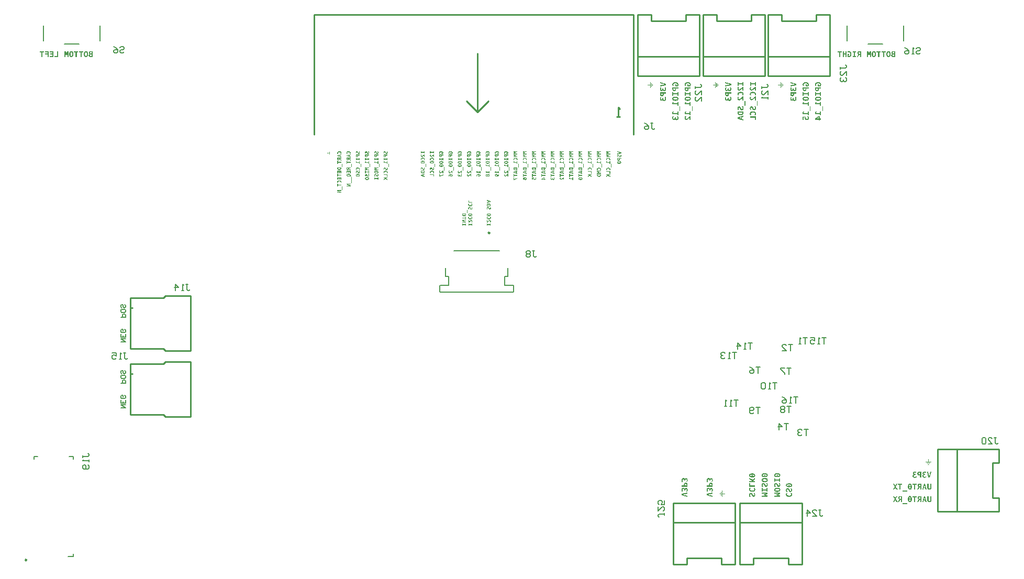
<source format=gbo>
G04*
G04 #@! TF.GenerationSoftware,Altium Limited,Altium Designer,18.1.7 (191)*
G04*
G04 Layer_Color=32896*
%FSLAX24Y24*%
%MOIN*%
G70*
G01*
G75*
%ADD10C,0.0098*%
%ADD12C,0.0100*%
%ADD14C,0.0060*%
%ADD15C,0.0079*%
%ADD20C,0.0080*%
G36*
X-25791Y32250D02*
X-25855Y32250D01*
X-25855Y32551D01*
X-25895Y32387D01*
X-25954Y32387D01*
X-25994Y32551D01*
X-25994Y32250D01*
X-26058Y32250D01*
X-26058Y32626D01*
X-25969Y32626D01*
X-25924Y32460D01*
X-25879Y32626D01*
X-25791Y32626D01*
X-25791Y32250D01*
X-25791Y32250D02*
G37*
G36*
X-24250Y32250D02*
X-24371Y32250D01*
X-24384Y32251D01*
X-24397Y32251D01*
X-24408Y32252D01*
X-24419Y32254D01*
X-24428Y32256D01*
X-24436Y32258D01*
X-24445Y32260D01*
X-24451Y32262D01*
X-24458Y32264D01*
X-24463Y32267D01*
X-24467Y32269D01*
X-24471Y32271D01*
X-24474Y32272D01*
X-24475Y32273D01*
X-24476Y32274D01*
X-24477Y32274D01*
X-24483Y32279D01*
X-24488Y32285D01*
X-24493Y32291D01*
X-24496Y32297D01*
X-24500Y32303D01*
X-24502Y32310D01*
X-24506Y32323D01*
X-24509Y32335D01*
X-24509Y32340D01*
X-24510Y32344D01*
X-24510Y32348D01*
X-24510Y32351D01*
X-24510Y32353D01*
X-24510Y32353D01*
X-24509Y32369D01*
X-24507Y32383D01*
X-24503Y32394D01*
X-24499Y32404D01*
X-24495Y32412D01*
X-24491Y32417D01*
X-24490Y32419D01*
X-24489Y32420D01*
X-24488Y32421D01*
X-24479Y32430D01*
X-24469Y32436D01*
X-24458Y32442D01*
X-24448Y32445D01*
X-24438Y32448D01*
X-24434Y32449D01*
X-24430Y32450D01*
X-24427Y32450D01*
X-24425Y32451D01*
X-24423Y32451D01*
X-24436Y32453D01*
X-24447Y32456D01*
X-24456Y32460D01*
X-24464Y32464D01*
X-24470Y32468D01*
X-24475Y32471D01*
X-24477Y32473D01*
X-24478Y32474D01*
X-24484Y32483D01*
X-24489Y32492D01*
X-24493Y32501D01*
X-24495Y32510D01*
X-24496Y32519D01*
X-24497Y32525D01*
X-24497Y32527D01*
X-24497Y32529D01*
X-24497Y32530D01*
X-24497Y32531D01*
X-24496Y32539D01*
X-24496Y32547D01*
X-24494Y32555D01*
X-24492Y32562D01*
X-24487Y32574D01*
X-24481Y32584D01*
X-24475Y32592D01*
X-24473Y32595D01*
X-24470Y32597D01*
X-24468Y32600D01*
X-24466Y32601D01*
X-24466Y32602D01*
X-24465Y32602D01*
X-24459Y32606D01*
X-24452Y32610D01*
X-24437Y32616D01*
X-24421Y32620D01*
X-24407Y32623D01*
X-24399Y32624D01*
X-24393Y32625D01*
X-24387Y32625D01*
X-24382Y32625D01*
X-24377Y32626D01*
X-24250Y32626D01*
X-24250Y32250D01*
X-24250Y32250D02*
G37*
G36*
X-24862Y32561D02*
X-24957Y32561D01*
X-24957Y32250D01*
X-25031Y32250D01*
X-25031Y32561D01*
X-25127Y32561D01*
X-25127Y32626D01*
X-24862Y32626D01*
X-24862Y32561D01*
X-24862Y32561D02*
G37*
G36*
X-25172Y32561D02*
X-25267Y32561D01*
X-25267Y32250D01*
X-25342Y32250D01*
X-25342Y32561D01*
X-25437Y32561D01*
X-25437Y32626D01*
X-25172Y32626D01*
X-25172Y32561D01*
X-25172Y32561D02*
G37*
G36*
X-26447Y32250D02*
X-26680Y32250D01*
X-26680Y32315D01*
X-26521Y32315D01*
X-26521Y32626D01*
X-26447Y32626D01*
X-26447Y32250D01*
X-26447Y32250D02*
G37*
G36*
X-26743Y32250D02*
X-26976Y32250D01*
X-26976Y32315D01*
X-26817Y32315D01*
X-26817Y32414D01*
X-26961Y32414D01*
X-26961Y32479D01*
X-26817Y32479D01*
X-26817Y32560D01*
X-26976Y32560D01*
X-26976Y32626D01*
X-26743Y32626D01*
X-26743Y32250D01*
X-26743Y32250D02*
G37*
G36*
X-27056Y32250D02*
X-27130Y32250D01*
X-27130Y32414D01*
X-27275Y32414D01*
X-27275Y32479D01*
X-27130Y32479D01*
X-27130Y32560D01*
X-27290Y32560D01*
X-27290Y32626D01*
X-27056Y32626D01*
X-27056Y32250D01*
X-27056Y32250D02*
G37*
G36*
X-27344Y32561D02*
X-27439Y32561D01*
X-27439Y32250D01*
X-27513Y32250D01*
X-27513Y32561D01*
X-27609Y32561D01*
X-27609Y32626D01*
X-27344Y32626D01*
X-27344Y32561D01*
X-27344Y32561D02*
G37*
G36*
X-24672Y32632D02*
X-24661Y32630D01*
X-24650Y32628D01*
X-24641Y32625D01*
X-24632Y32621D01*
X-24624Y32617D01*
X-24616Y32612D01*
X-24610Y32608D01*
X-24604Y32603D01*
X-24599Y32599D01*
X-24595Y32595D01*
X-24591Y32591D01*
X-24589Y32587D01*
X-24587Y32585D01*
X-24586Y32584D01*
X-24585Y32583D01*
X-24579Y32573D01*
X-24574Y32562D01*
X-24570Y32551D01*
X-24566Y32539D01*
X-24563Y32527D01*
X-24560Y32515D01*
X-24558Y32503D01*
X-24556Y32491D01*
X-24555Y32480D01*
X-24554Y32470D01*
X-24553Y32461D01*
X-24552Y32453D01*
X-24552Y32446D01*
X-24552Y32441D01*
X-24552Y32438D01*
X-24552Y32438D01*
X-24552Y32437D01*
X-24552Y32420D01*
X-24554Y32403D01*
X-24555Y32388D01*
X-24557Y32374D01*
X-24560Y32361D01*
X-24562Y32349D01*
X-24565Y32338D01*
X-24569Y32328D01*
X-24572Y32320D01*
X-24575Y32312D01*
X-24577Y32306D01*
X-24580Y32301D01*
X-24582Y32297D01*
X-24584Y32294D01*
X-24585Y32292D01*
X-24585Y32292D01*
X-24592Y32283D01*
X-24599Y32276D01*
X-24607Y32269D01*
X-24615Y32263D01*
X-24623Y32259D01*
X-24631Y32255D01*
X-24639Y32252D01*
X-24647Y32249D01*
X-24654Y32247D01*
X-24661Y32246D01*
X-24667Y32244D01*
X-24673Y32243D01*
X-24677Y32243D01*
X-24681Y32243D01*
X-24683Y32243D01*
X-24695Y32243D01*
X-24707Y32245D01*
X-24717Y32247D01*
X-24727Y32251D01*
X-24736Y32254D01*
X-24743Y32258D01*
X-24751Y32263D01*
X-24757Y32267D01*
X-24763Y32272D01*
X-24768Y32276D01*
X-24773Y32281D01*
X-24776Y32284D01*
X-24779Y32287D01*
X-24781Y32289D01*
X-24782Y32291D01*
X-24782Y32292D01*
X-24788Y32302D01*
X-24793Y32312D01*
X-24798Y32323D01*
X-24802Y32335D01*
X-24805Y32347D01*
X-24807Y32359D01*
X-24809Y32372D01*
X-24812Y32383D01*
X-24813Y32394D01*
X-24814Y32404D01*
X-24814Y32413D01*
X-24815Y32421D01*
X-24816Y32428D01*
X-24816Y32433D01*
X-24816Y32436D01*
X-24816Y32437D01*
X-24815Y32455D01*
X-24814Y32471D01*
X-24812Y32486D01*
X-24811Y32501D01*
X-24808Y32514D01*
X-24805Y32526D01*
X-24802Y32536D01*
X-24799Y32546D01*
X-24796Y32555D01*
X-24793Y32562D01*
X-24790Y32569D01*
X-24787Y32574D01*
X-24786Y32578D01*
X-24784Y32581D01*
X-24783Y32582D01*
X-24782Y32583D01*
X-24776Y32592D01*
X-24768Y32599D01*
X-24761Y32606D01*
X-24753Y32611D01*
X-24745Y32616D01*
X-24736Y32620D01*
X-24728Y32624D01*
X-24721Y32626D01*
X-24713Y32629D01*
X-24706Y32630D01*
X-24700Y32631D01*
X-24694Y32632D01*
X-24690Y32632D01*
X-24686Y32632D01*
X-24683Y32632D01*
X-24672Y32632D01*
X-24672Y32632D02*
G37*
G36*
X-25603Y32632D02*
X-25591Y32630D01*
X-25581Y32628D01*
X-25571Y32625D01*
X-25563Y32621D01*
X-25555Y32617D01*
X-25547Y32612D01*
X-25541Y32608D01*
X-25535Y32603D01*
X-25530Y32599D01*
X-25526Y32595D01*
X-25522Y32591D01*
X-25519Y32587D01*
X-25518Y32585D01*
X-25517Y32584D01*
X-25516Y32583D01*
X-25510Y32573D01*
X-25505Y32562D01*
X-25500Y32551D01*
X-25497Y32539D01*
X-25494Y32527D01*
X-25491Y32515D01*
X-25489Y32503D01*
X-25487Y32491D01*
X-25485Y32480D01*
X-25484Y32470D01*
X-25484Y32461D01*
X-25483Y32453D01*
X-25483Y32446D01*
X-25483Y32441D01*
X-25483Y32438D01*
X-25483Y32438D01*
X-25483Y32437D01*
X-25483Y32420D01*
X-25484Y32403D01*
X-25486Y32388D01*
X-25488Y32374D01*
X-25490Y32361D01*
X-25493Y32349D01*
X-25496Y32338D01*
X-25499Y32328D01*
X-25503Y32320D01*
X-25505Y32312D01*
X-25508Y32306D01*
X-25511Y32301D01*
X-25513Y32297D01*
X-25514Y32294D01*
X-25515Y32292D01*
X-25516Y32292D01*
X-25523Y32283D01*
X-25530Y32276D01*
X-25538Y32269D01*
X-25545Y32263D01*
X-25554Y32259D01*
X-25561Y32255D01*
X-25570Y32252D01*
X-25578Y32249D01*
X-25585Y32247D01*
X-25592Y32246D01*
X-25598Y32244D01*
X-25604Y32243D01*
X-25608Y32243D01*
X-25611Y32243D01*
X-25614Y32243D01*
X-25626Y32243D01*
X-25638Y32245D01*
X-25647Y32247D01*
X-25657Y32251D01*
X-25666Y32254D01*
X-25674Y32258D01*
X-25681Y32263D01*
X-25688Y32267D01*
X-25694Y32272D01*
X-25699Y32276D01*
X-25704Y32281D01*
X-25707Y32284D01*
X-25710Y32287D01*
X-25711Y32289D01*
X-25712Y32291D01*
X-25713Y32292D01*
X-25719Y32302D01*
X-25724Y32312D01*
X-25729Y32323D01*
X-25732Y32335D01*
X-25736Y32347D01*
X-25738Y32359D01*
X-25740Y32372D01*
X-25742Y32383D01*
X-25744Y32394D01*
X-25745Y32404D01*
X-25745Y32413D01*
X-25746Y32421D01*
X-25746Y32428D01*
X-25746Y32433D01*
X-25746Y32436D01*
X-25746Y32437D01*
X-25746Y32455D01*
X-25745Y32471D01*
X-25743Y32486D01*
X-25741Y32501D01*
X-25739Y32514D01*
X-25736Y32526D01*
X-25733Y32536D01*
X-25730Y32546D01*
X-25726Y32555D01*
X-25724Y32562D01*
X-25721Y32569D01*
X-25718Y32574D01*
X-25716Y32578D01*
X-25715Y32581D01*
X-25714Y32582D01*
X-25713Y32583D01*
X-25706Y32592D01*
X-25699Y32599D01*
X-25691Y32606D01*
X-25684Y32611D01*
X-25675Y32616D01*
X-25667Y32620D01*
X-25659Y32624D01*
X-25651Y32626D01*
X-25644Y32629D01*
X-25637Y32630D01*
X-25630Y32631D01*
X-25625Y32632D01*
X-25620Y32632D01*
X-25617Y32632D01*
X-25614Y32632D01*
X-25603Y32632D01*
X-25603Y32632D02*
G37*
G36*
X23745Y32250D02*
X23670Y32250D01*
X23670Y32417D01*
X23578Y32417D01*
X23578Y32250D01*
X23503Y32250D01*
X23503Y32626D01*
X23578Y32626D01*
X23578Y32483D01*
X23670Y32483D01*
X23670Y32626D01*
X23745Y32626D01*
X23745Y32250D01*
X23745Y32250D02*
G37*
G36*
X25309Y32250D02*
X25245Y32250D01*
X25245Y32551D01*
X25205Y32387D01*
X25146Y32387D01*
X25106Y32551D01*
X25106Y32250D01*
X25042Y32250D01*
X25042Y32626D01*
X25131Y32626D01*
X25176Y32460D01*
X25221Y32626D01*
X25309Y32626D01*
X25309Y32250D01*
X25309Y32250D02*
G37*
G36*
X23918Y32632D02*
X23931Y32630D01*
X23943Y32628D01*
X23955Y32625D01*
X23965Y32621D01*
X23975Y32616D01*
X23983Y32612D01*
X23991Y32607D01*
X23997Y32602D01*
X24003Y32598D01*
X24008Y32594D01*
X24013Y32590D01*
X24016Y32586D01*
X24018Y32584D01*
X24019Y32582D01*
X24020Y32582D01*
X24027Y32572D01*
X24033Y32561D01*
X24038Y32550D01*
X24043Y32538D01*
X24047Y32526D01*
X24050Y32514D01*
X24053Y32502D01*
X24055Y32491D01*
X24057Y32480D01*
X24058Y32470D01*
X24059Y32460D01*
X24059Y32453D01*
X24059Y32446D01*
X24060Y32441D01*
X24060Y32438D01*
X24060Y32438D01*
X24060Y32437D01*
X24059Y32420D01*
X24058Y32404D01*
X24056Y32389D01*
X24054Y32375D01*
X24051Y32363D01*
X24048Y32350D01*
X24044Y32340D01*
X24040Y32330D01*
X24037Y32322D01*
X24033Y32314D01*
X24029Y32308D01*
X24027Y32303D01*
X24025Y32299D01*
X24022Y32296D01*
X24021Y32294D01*
X24021Y32293D01*
X24013Y32284D01*
X24005Y32277D01*
X23995Y32270D01*
X23986Y32264D01*
X23977Y32259D01*
X23967Y32255D01*
X23958Y32252D01*
X23949Y32249D01*
X23941Y32247D01*
X23933Y32246D01*
X23926Y32244D01*
X23920Y32243D01*
X23915Y32243D01*
X23911Y32243D01*
X23908Y32243D01*
X23897Y32243D01*
X23887Y32244D01*
X23877Y32246D01*
X23870Y32247D01*
X23862Y32249D01*
X23857Y32251D01*
X23854Y32251D01*
X23853Y32252D01*
X23844Y32256D01*
X23835Y32260D01*
X23826Y32265D01*
X23819Y32269D01*
X23814Y32273D01*
X23809Y32277D01*
X23806Y32279D01*
X23805Y32280D01*
X23805Y32452D01*
X23921Y32452D01*
X23921Y32390D01*
X23870Y32390D01*
X23870Y32318D01*
X23875Y32315D01*
X23880Y32313D01*
X23883Y32312D01*
X23884Y32311D01*
X23885Y32311D01*
X23891Y32310D01*
X23898Y32309D01*
X23905Y32309D01*
X23912Y32310D01*
X23918Y32311D01*
X23924Y32312D01*
X23930Y32314D01*
X23940Y32319D01*
X23948Y32325D01*
X23955Y32332D01*
X23959Y32337D01*
X23961Y32339D01*
X23962Y32340D01*
X23963Y32341D01*
X23963Y32342D01*
X23966Y32348D01*
X23970Y32355D01*
X23975Y32370D01*
X23978Y32386D01*
X23980Y32402D01*
X23981Y32409D01*
X23982Y32415D01*
X23982Y32421D01*
X23982Y32426D01*
X23983Y32431D01*
X23983Y32434D01*
X23983Y32436D01*
X23983Y32437D01*
X23983Y32449D01*
X23982Y32460D01*
X23981Y32470D01*
X23980Y32480D01*
X23978Y32488D01*
X23976Y32496D01*
X23975Y32503D01*
X23972Y32510D01*
X23971Y32515D01*
X23969Y32520D01*
X23967Y32524D01*
X23966Y32527D01*
X23964Y32530D01*
X23963Y32532D01*
X23962Y32533D01*
X23962Y32534D01*
X23958Y32539D01*
X23953Y32544D01*
X23948Y32549D01*
X23943Y32552D01*
X23938Y32555D01*
X23933Y32558D01*
X23923Y32562D01*
X23913Y32564D01*
X23910Y32565D01*
X23906Y32565D01*
X23903Y32566D01*
X23899Y32566D01*
X23890Y32565D01*
X23882Y32564D01*
X23875Y32562D01*
X23868Y32561D01*
X23863Y32559D01*
X23859Y32557D01*
X23856Y32556D01*
X23855Y32555D01*
X23848Y32551D01*
X23841Y32546D01*
X23835Y32541D01*
X23829Y32536D01*
X23825Y32532D01*
X23821Y32529D01*
X23819Y32526D01*
X23819Y32525D01*
X23819Y32607D01*
X23833Y32615D01*
X23840Y32619D01*
X23847Y32621D01*
X23852Y32623D01*
X23856Y32625D01*
X23859Y32625D01*
X23860Y32626D01*
X23869Y32628D01*
X23876Y32630D01*
X23884Y32631D01*
X23891Y32632D01*
X23896Y32632D01*
X23901Y32632D01*
X23905Y32632D01*
X23918Y32632D01*
X23918Y32632D02*
G37*
G36*
X26850Y32250D02*
X26729Y32250D01*
X26716Y32251D01*
X26703Y32251D01*
X26692Y32252D01*
X26681Y32254D01*
X26672Y32256D01*
X26664Y32258D01*
X26655Y32260D01*
X26649Y32262D01*
X26642Y32264D01*
X26637Y32267D01*
X26633Y32269D01*
X26629Y32271D01*
X26626Y32272D01*
X26625Y32273D01*
X26624Y32274D01*
X26623Y32274D01*
X26617Y32279D01*
X26612Y32285D01*
X26607Y32291D01*
X26604Y32297D01*
X26600Y32303D01*
X26598Y32310D01*
X26594Y32323D01*
X26591Y32335D01*
X26591Y32340D01*
X26590Y32344D01*
X26590Y32348D01*
X26590Y32351D01*
X26590Y32353D01*
X26590Y32353D01*
X26591Y32369D01*
X26593Y32383D01*
X26597Y32394D01*
X26601Y32404D01*
X26605Y32412D01*
X26609Y32417D01*
X26610Y32419D01*
X26611Y32420D01*
X26612Y32421D01*
X26621Y32430D01*
X26631Y32436D01*
X26642Y32442D01*
X26652Y32445D01*
X26662Y32448D01*
X26666Y32449D01*
X26670Y32450D01*
X26673Y32450D01*
X26675Y32451D01*
X26677Y32451D01*
X26664Y32453D01*
X26653Y32456D01*
X26644Y32460D01*
X26636Y32464D01*
X26630Y32468D01*
X26625Y32471D01*
X26623Y32473D01*
X26622Y32474D01*
X26616Y32483D01*
X26611Y32492D01*
X26607Y32501D01*
X26605Y32510D01*
X26604Y32519D01*
X26603Y32525D01*
X26603Y32527D01*
X26603Y32529D01*
X26603Y32530D01*
X26603Y32531D01*
X26604Y32539D01*
X26604Y32547D01*
X26606Y32555D01*
X26608Y32562D01*
X26613Y32574D01*
X26619Y32584D01*
X26625Y32592D01*
X26627Y32595D01*
X26630Y32597D01*
X26632Y32600D01*
X26634Y32601D01*
X26634Y32602D01*
X26635Y32602D01*
X26641Y32606D01*
X26648Y32610D01*
X26663Y32616D01*
X26679Y32620D01*
X26693Y32623D01*
X26701Y32624D01*
X26707Y32625D01*
X26713Y32625D01*
X26718Y32625D01*
X26723Y32626D01*
X26850Y32626D01*
X26850Y32250D01*
X26850Y32250D02*
G37*
G36*
X26238Y32561D02*
X26143Y32561D01*
X26143Y32250D01*
X26069Y32250D01*
X26069Y32561D01*
X25973Y32561D01*
X25973Y32626D01*
X26238Y32626D01*
X26238Y32561D01*
X26238Y32561D02*
G37*
G36*
X25928Y32561D02*
X25833Y32561D01*
X25833Y32250D01*
X25758Y32250D01*
X25758Y32561D01*
X25663Y32561D01*
X25663Y32626D01*
X25928Y32626D01*
X25928Y32561D01*
X25928Y32561D02*
G37*
G36*
X24677Y32250D02*
X24602Y32250D01*
X24602Y32399D01*
X24579Y32399D01*
X24574Y32398D01*
X24569Y32397D01*
X24565Y32395D01*
X24561Y32392D01*
X24552Y32385D01*
X24546Y32378D01*
X24540Y32369D01*
X24536Y32363D01*
X24535Y32360D01*
X24533Y32358D01*
X24532Y32357D01*
X24532Y32356D01*
X24530Y32351D01*
X24528Y32348D01*
X24527Y32345D01*
X24527Y32345D01*
X24482Y32250D01*
X24400Y32250D01*
X24468Y32385D01*
X24473Y32393D01*
X24476Y32400D01*
X24480Y32405D01*
X24483Y32410D01*
X24485Y32413D01*
X24487Y32415D01*
X24488Y32416D01*
X24488Y32417D01*
X24491Y32419D01*
X24495Y32421D01*
X24501Y32425D01*
X24503Y32426D01*
X24506Y32426D01*
X24507Y32427D01*
X24507Y32427D01*
X24495Y32430D01*
X24484Y32434D01*
X24475Y32438D01*
X24467Y32443D01*
X24461Y32448D01*
X24456Y32451D01*
X24454Y32454D01*
X24453Y32455D01*
X24447Y32464D01*
X24442Y32474D01*
X24439Y32484D01*
X24436Y32494D01*
X24435Y32503D01*
X24435Y32507D01*
X24434Y32510D01*
X24434Y32513D01*
X24434Y32515D01*
X24434Y32516D01*
X24434Y32516D01*
X24435Y32527D01*
X24435Y32536D01*
X24437Y32545D01*
X24439Y32554D01*
X24441Y32561D01*
X24444Y32568D01*
X24447Y32574D01*
X24450Y32580D01*
X24453Y32585D01*
X24456Y32589D01*
X24459Y32592D01*
X24461Y32595D01*
X24463Y32597D01*
X24465Y32599D01*
X24465Y32599D01*
X24466Y32600D01*
X24472Y32604D01*
X24479Y32609D01*
X24487Y32612D01*
X24495Y32615D01*
X24512Y32620D01*
X24530Y32622D01*
X24537Y32624D01*
X24545Y32625D01*
X24552Y32625D01*
X24558Y32625D01*
X24563Y32626D01*
X24677Y32626D01*
X24677Y32250D01*
X24677Y32250D02*
G37*
G36*
X24356Y32560D02*
X24281Y32560D01*
X24281Y32315D01*
X24356Y32315D01*
X24356Y32250D01*
X24132Y32250D01*
X24132Y32315D01*
X24207Y32315D01*
X24207Y32560D01*
X24132Y32560D01*
X24132Y32626D01*
X24356Y32626D01*
X24356Y32560D01*
X24356Y32560D02*
G37*
G36*
X23446Y32561D02*
X23351Y32561D01*
X23351Y32250D01*
X23276Y32250D01*
X23276Y32561D01*
X23181Y32561D01*
X23181Y32626D01*
X23446Y32626D01*
X23446Y32561D01*
X23446Y32561D02*
G37*
G36*
X26428Y32632D02*
X26439Y32630D01*
X26450Y32628D01*
X26459Y32625D01*
X26468Y32621D01*
X26476Y32617D01*
X26484Y32612D01*
X26490Y32608D01*
X26496Y32603D01*
X26501Y32599D01*
X26505Y32595D01*
X26509Y32591D01*
X26511Y32587D01*
X26513Y32585D01*
X26514Y32584D01*
X26515Y32583D01*
X26521Y32573D01*
X26526Y32562D01*
X26530Y32551D01*
X26534Y32539D01*
X26537Y32527D01*
X26540Y32515D01*
X26542Y32503D01*
X26544Y32491D01*
X26545Y32480D01*
X26546Y32470D01*
X26547Y32461D01*
X26548Y32453D01*
X26548Y32446D01*
X26548Y32441D01*
X26548Y32438D01*
X26548Y32438D01*
X26548Y32437D01*
X26548Y32420D01*
X26546Y32403D01*
X26545Y32388D01*
X26543Y32374D01*
X26540Y32361D01*
X26538Y32349D01*
X26535Y32338D01*
X26531Y32328D01*
X26528Y32320D01*
X26525Y32312D01*
X26523Y32306D01*
X26520Y32301D01*
X26518Y32297D01*
X26516Y32294D01*
X26515Y32292D01*
X26515Y32292D01*
X26508Y32283D01*
X26501Y32276D01*
X26493Y32269D01*
X26485Y32263D01*
X26477Y32259D01*
X26469Y32255D01*
X26461Y32252D01*
X26453Y32249D01*
X26446Y32247D01*
X26439Y32246D01*
X26433Y32244D01*
X26427Y32243D01*
X26423Y32243D01*
X26419Y32243D01*
X26417Y32243D01*
X26405Y32243D01*
X26393Y32245D01*
X26383Y32247D01*
X26373Y32251D01*
X26364Y32254D01*
X26357Y32258D01*
X26349Y32263D01*
X26343Y32267D01*
X26337Y32272D01*
X26332Y32276D01*
X26327Y32281D01*
X26324Y32284D01*
X26321Y32287D01*
X26319Y32289D01*
X26318Y32291D01*
X26318Y32292D01*
X26312Y32302D01*
X26307Y32312D01*
X26302Y32323D01*
X26298Y32335D01*
X26295Y32347D01*
X26293Y32359D01*
X26291Y32372D01*
X26288Y32383D01*
X26287Y32394D01*
X26286Y32404D01*
X26286Y32413D01*
X26285Y32421D01*
X26284Y32428D01*
X26284Y32433D01*
X26284Y32436D01*
X26284Y32437D01*
X26285Y32455D01*
X26286Y32471D01*
X26288Y32486D01*
X26289Y32501D01*
X26292Y32514D01*
X26295Y32526D01*
X26298Y32536D01*
X26301Y32546D01*
X26304Y32555D01*
X26307Y32562D01*
X26310Y32569D01*
X26313Y32574D01*
X26314Y32578D01*
X26316Y32581D01*
X26317Y32582D01*
X26318Y32583D01*
X26324Y32592D01*
X26332Y32599D01*
X26339Y32606D01*
X26347Y32611D01*
X26356Y32616D01*
X26364Y32620D01*
X26372Y32624D01*
X26379Y32626D01*
X26387Y32629D01*
X26394Y32630D01*
X26400Y32631D01*
X26406Y32632D01*
X26410Y32632D01*
X26414Y32632D01*
X26417Y32632D01*
X26428Y32632D01*
X26428Y32632D02*
G37*
G36*
X25497Y32632D02*
X25509Y32630D01*
X25519Y32628D01*
X25529Y32625D01*
X25537Y32621D01*
X25545Y32617D01*
X25553Y32612D01*
X25559Y32608D01*
X25565Y32603D01*
X25570Y32599D01*
X25574Y32595D01*
X25578Y32591D01*
X25581Y32587D01*
X25582Y32585D01*
X25583Y32584D01*
X25584Y32583D01*
X25590Y32573D01*
X25595Y32562D01*
X25600Y32551D01*
X25603Y32539D01*
X25606Y32527D01*
X25609Y32515D01*
X25611Y32503D01*
X25613Y32491D01*
X25615Y32480D01*
X25616Y32470D01*
X25616Y32461D01*
X25617Y32453D01*
X25617Y32446D01*
X25617Y32441D01*
X25617Y32438D01*
X25617Y32438D01*
X25617Y32437D01*
X25617Y32420D01*
X25616Y32403D01*
X25614Y32388D01*
X25612Y32374D01*
X25610Y32361D01*
X25607Y32349D01*
X25604Y32338D01*
X25601Y32328D01*
X25597Y32320D01*
X25595Y32312D01*
X25592Y32306D01*
X25589Y32301D01*
X25587Y32297D01*
X25586Y32294D01*
X25585Y32292D01*
X25584Y32292D01*
X25577Y32283D01*
X25570Y32276D01*
X25562Y32269D01*
X25555Y32263D01*
X25546Y32259D01*
X25539Y32255D01*
X25530Y32252D01*
X25522Y32249D01*
X25515Y32247D01*
X25508Y32246D01*
X25502Y32244D01*
X25496Y32243D01*
X25492Y32243D01*
X25489Y32243D01*
X25486Y32243D01*
X25474Y32243D01*
X25463Y32245D01*
X25453Y32247D01*
X25443Y32251D01*
X25434Y32254D01*
X25426Y32258D01*
X25419Y32263D01*
X25412Y32267D01*
X25406Y32272D01*
X25401Y32276D01*
X25396Y32281D01*
X25393Y32284D01*
X25390Y32287D01*
X25389Y32289D01*
X25388Y32291D01*
X25387Y32292D01*
X25381Y32302D01*
X25376Y32312D01*
X25371Y32323D01*
X25368Y32335D01*
X25364Y32347D01*
X25362Y32359D01*
X25360Y32372D01*
X25358Y32383D01*
X25356Y32394D01*
X25355Y32404D01*
X25355Y32413D01*
X25354Y32421D01*
X25354Y32428D01*
X25354Y32433D01*
X25354Y32436D01*
X25354Y32437D01*
X25354Y32455D01*
X25355Y32471D01*
X25357Y32486D01*
X25359Y32501D01*
X25361Y32514D01*
X25364Y32526D01*
X25367Y32536D01*
X25370Y32546D01*
X25374Y32555D01*
X25376Y32562D01*
X25379Y32569D01*
X25382Y32574D01*
X25384Y32578D01*
X25385Y32581D01*
X25386Y32582D01*
X25387Y32583D01*
X25394Y32592D01*
X25401Y32599D01*
X25409Y32606D01*
X25416Y32611D01*
X25425Y32616D01*
X25433Y32620D01*
X25441Y32624D01*
X25449Y32626D01*
X25456Y32629D01*
X25463Y32630D01*
X25470Y32631D01*
X25475Y32632D01*
X25480Y32632D01*
X25483Y32632D01*
X25486Y32632D01*
X25497Y32632D01*
X25497Y32632D02*
G37*
G36*
X26888Y4109D02*
X26998Y3919D01*
X26922Y3919D01*
X26851Y4043D01*
X26778Y3919D01*
X26702Y3919D01*
X26812Y4109D01*
X26705Y4295D01*
X26782Y4295D01*
X26851Y4175D01*
X26919Y4295D01*
X26995Y4295D01*
X26888Y4109D01*
X26888Y4109D02*
G37*
G36*
X29150Y4057D02*
X29149Y4043D01*
X29149Y4030D01*
X29147Y4019D01*
X29145Y4008D01*
X29143Y3998D01*
X29141Y3989D01*
X29138Y3981D01*
X29134Y3973D01*
X29132Y3967D01*
X29129Y3961D01*
X29127Y3957D01*
X29124Y3953D01*
X29122Y3950D01*
X29121Y3948D01*
X29120Y3947D01*
X29119Y3946D01*
X29113Y3940D01*
X29107Y3935D01*
X29099Y3930D01*
X29091Y3926D01*
X29083Y3923D01*
X29075Y3920D01*
X29059Y3916D01*
X29052Y3914D01*
X29045Y3913D01*
X29038Y3913D01*
X29033Y3912D01*
X29028Y3912D01*
X29022Y3912D01*
X29010Y3912D01*
X28998Y3913D01*
X28988Y3915D01*
X28978Y3917D01*
X28970Y3919D01*
X28961Y3923D01*
X28954Y3926D01*
X28948Y3929D01*
X28942Y3932D01*
X28937Y3935D01*
X28933Y3938D01*
X28930Y3941D01*
X28927Y3943D01*
X28926Y3944D01*
X28925Y3946D01*
X28924Y3946D01*
X28919Y3953D01*
X28914Y3961D01*
X28910Y3969D01*
X28906Y3978D01*
X28901Y3997D01*
X28897Y4015D01*
X28896Y4023D01*
X28895Y4031D01*
X28895Y4038D01*
X28894Y4045D01*
X28894Y4050D01*
X28894Y4054D01*
X28894Y4056D01*
X28894Y4057D01*
X28894Y4295D01*
X28968Y4295D01*
X28968Y4039D01*
X28969Y4029D01*
X28970Y4020D01*
X28972Y4012D01*
X28975Y4006D01*
X28978Y4001D01*
X28980Y3997D01*
X28982Y3995D01*
X28982Y3994D01*
X28988Y3989D01*
X28995Y3986D01*
X29001Y3983D01*
X29007Y3981D01*
X29013Y3980D01*
X29018Y3979D01*
X29022Y3979D01*
X29031Y3979D01*
X29039Y3981D01*
X29046Y3984D01*
X29051Y3987D01*
X29056Y3989D01*
X29059Y3992D01*
X29061Y3994D01*
X29062Y3994D01*
X29066Y4001D01*
X29070Y4008D01*
X29072Y4015D01*
X29074Y4023D01*
X29075Y4029D01*
X29076Y4034D01*
X29076Y4038D01*
X29076Y4038D01*
X29076Y4039D01*
X29076Y4295D01*
X29150Y4295D01*
X29150Y4057D01*
X29150Y4057D02*
G37*
G36*
X28858Y3919D02*
X28784Y3919D01*
X28761Y4012D01*
X28662Y4012D01*
X28639Y3919D01*
X28564Y3919D01*
X28666Y4295D01*
X28757Y4295D01*
X28858Y3919D01*
X28858Y3919D02*
G37*
G36*
X28523Y3919D02*
X28448Y3919D01*
X28448Y4068D01*
X28425Y4068D01*
X28420Y4067D01*
X28416Y4066D01*
X28411Y4064D01*
X28407Y4061D01*
X28399Y4054D01*
X28392Y4047D01*
X28386Y4038D01*
X28382Y4032D01*
X28381Y4029D01*
X28380Y4027D01*
X28379Y4025D01*
X28379Y4025D01*
X28376Y4020D01*
X28375Y4017D01*
X28374Y4014D01*
X28373Y4014D01*
X28328Y3919D01*
X28246Y3919D01*
X28315Y4054D01*
X28319Y4062D01*
X28323Y4069D01*
X28326Y4074D01*
X28329Y4079D01*
X28331Y4082D01*
X28333Y4084D01*
X28334Y4085D01*
X28335Y4085D01*
X28337Y4088D01*
X28341Y4090D01*
X28347Y4094D01*
X28350Y4095D01*
X28352Y4095D01*
X28353Y4096D01*
X28354Y4096D01*
X28341Y4099D01*
X28330Y4103D01*
X28321Y4107D01*
X28313Y4111D01*
X28307Y4116D01*
X28303Y4120D01*
X28300Y4123D01*
X28299Y4124D01*
X28293Y4133D01*
X28288Y4143D01*
X28285Y4153D01*
X28283Y4163D01*
X28281Y4172D01*
X28281Y4176D01*
X28280Y4179D01*
X28280Y4181D01*
X28280Y4184D01*
X28280Y4185D01*
X28280Y4185D01*
X28281Y4196D01*
X28281Y4205D01*
X28283Y4214D01*
X28285Y4222D01*
X28288Y4230D01*
X28290Y4237D01*
X28293Y4243D01*
X28296Y4249D01*
X28299Y4254D01*
X28302Y4257D01*
X28305Y4261D01*
X28307Y4264D01*
X28309Y4266D01*
X28311Y4267D01*
X28311Y4268D01*
X28312Y4269D01*
X28318Y4273D01*
X28325Y4277D01*
X28333Y4281D01*
X28341Y4284D01*
X28359Y4289D01*
X28376Y4291D01*
X28384Y4292D01*
X28391Y4294D01*
X28398Y4294D01*
X28404Y4294D01*
X28409Y4295D01*
X28523Y4295D01*
X28523Y3919D01*
X28523Y3919D02*
G37*
G36*
X28223Y4230D02*
X28128Y4230D01*
X28128Y3919D01*
X28053Y3919D01*
X28053Y4230D01*
X27958Y4230D01*
X27958Y4295D01*
X28223Y4295D01*
X28223Y4230D01*
X28223Y4230D02*
G37*
G36*
X27282Y3919D02*
X27208Y3919D01*
X27208Y4068D01*
X27184Y4068D01*
X27179Y4067D01*
X27175Y4066D01*
X27170Y4064D01*
X27166Y4061D01*
X27158Y4054D01*
X27151Y4047D01*
X27145Y4038D01*
X27141Y4032D01*
X27140Y4029D01*
X27139Y4027D01*
X27138Y4025D01*
X27138Y4025D01*
X27135Y4020D01*
X27134Y4017D01*
X27133Y4014D01*
X27132Y4014D01*
X27087Y3919D01*
X27005Y3919D01*
X27074Y4054D01*
X27078Y4062D01*
X27082Y4069D01*
X27085Y4074D01*
X27088Y4079D01*
X27090Y4082D01*
X27092Y4084D01*
X27093Y4085D01*
X27094Y4085D01*
X27097Y4088D01*
X27100Y4090D01*
X27106Y4094D01*
X27109Y4095D01*
X27111Y4095D01*
X27112Y4096D01*
X27113Y4096D01*
X27100Y4099D01*
X27089Y4103D01*
X27080Y4107D01*
X27072Y4111D01*
X27066Y4116D01*
X27062Y4120D01*
X27059Y4123D01*
X27058Y4124D01*
X27052Y4133D01*
X27047Y4143D01*
X27044Y4153D01*
X27042Y4163D01*
X27040Y4172D01*
X27040Y4176D01*
X27039Y4179D01*
X27039Y4181D01*
X27039Y4184D01*
X27039Y4185D01*
X27039Y4185D01*
X27040Y4196D01*
X27040Y4205D01*
X27042Y4214D01*
X27044Y4222D01*
X27047Y4230D01*
X27049Y4237D01*
X27052Y4243D01*
X27055Y4249D01*
X27058Y4254D01*
X27061Y4257D01*
X27064Y4261D01*
X27066Y4264D01*
X27068Y4266D01*
X27070Y4267D01*
X27070Y4268D01*
X27071Y4269D01*
X27077Y4273D01*
X27084Y4277D01*
X27092Y4281D01*
X27100Y4284D01*
X27118Y4289D01*
X27135Y4291D01*
X27143Y4292D01*
X27150Y4294D01*
X27157Y4294D01*
X27163Y4294D01*
X27168Y4295D01*
X27282Y4295D01*
X27282Y3919D01*
X27282Y3919D02*
G37*
G36*
X27792Y4301D02*
X27802Y4299D01*
X27812Y4297D01*
X27821Y4294D01*
X27830Y4290D01*
X27837Y4286D01*
X27845Y4281D01*
X27851Y4277D01*
X27856Y4272D01*
X27861Y4268D01*
X27865Y4264D01*
X27868Y4260D01*
X27871Y4257D01*
X27872Y4255D01*
X27873Y4253D01*
X27874Y4252D01*
X27880Y4243D01*
X27884Y4232D01*
X27888Y4221D01*
X27892Y4209D01*
X27897Y4185D01*
X27899Y4173D01*
X27901Y4161D01*
X27902Y4150D01*
X27903Y4139D01*
X27903Y4130D01*
X27904Y4122D01*
X27905Y4115D01*
X27905Y4110D01*
X27905Y4107D01*
X27905Y4106D01*
X27905Y4106D01*
X27904Y4088D01*
X27903Y4072D01*
X27902Y4057D01*
X27900Y4042D01*
X27897Y4029D01*
X27895Y4017D01*
X27892Y4006D01*
X27889Y3997D01*
X27886Y3988D01*
X27883Y3981D01*
X27881Y3974D01*
X27879Y3969D01*
X27877Y3965D01*
X27875Y3962D01*
X27875Y3961D01*
X27874Y3960D01*
X27868Y3952D01*
X27861Y3944D01*
X27854Y3938D01*
X27846Y3932D01*
X27839Y3927D01*
X27831Y3923D01*
X27823Y3921D01*
X27816Y3918D01*
X27809Y3916D01*
X27802Y3914D01*
X27796Y3913D01*
X27791Y3912D01*
X27787Y3912D01*
X27784Y3912D01*
X27781Y3912D01*
X27770Y3912D01*
X27759Y3914D01*
X27749Y3916D01*
X27740Y3919D01*
X27731Y3923D01*
X27724Y3927D01*
X27717Y3931D01*
X27711Y3936D01*
X27705Y3941D01*
X27701Y3945D01*
X27696Y3949D01*
X27693Y3952D01*
X27691Y3956D01*
X27689Y3958D01*
X27688Y3959D01*
X27688Y3960D01*
X27682Y3969D01*
X27677Y3980D01*
X27673Y3992D01*
X27670Y4003D01*
X27664Y4027D01*
X27662Y4039D01*
X27660Y4051D01*
X27659Y4062D01*
X27658Y4073D01*
X27658Y4082D01*
X27657Y4090D01*
X27657Y4096D01*
X27657Y4101D01*
X27657Y4105D01*
X27657Y4106D01*
X27657Y4124D01*
X27658Y4140D01*
X27659Y4156D01*
X27661Y4170D01*
X27664Y4184D01*
X27666Y4195D01*
X27669Y4206D01*
X27672Y4216D01*
X27675Y4225D01*
X27678Y4232D01*
X27680Y4238D01*
X27683Y4244D01*
X27685Y4247D01*
X27686Y4250D01*
X27687Y4252D01*
X27688Y4252D01*
X27694Y4261D01*
X27700Y4269D01*
X27708Y4275D01*
X27715Y4281D01*
X27723Y4285D01*
X27731Y4290D01*
X27739Y4292D01*
X27746Y4295D01*
X27753Y4297D01*
X27760Y4299D01*
X27765Y4300D01*
X27771Y4301D01*
X27775Y4301D01*
X27778Y4301D01*
X27781Y4301D01*
X27792Y4301D01*
X27792Y4301D02*
G37*
G36*
X27625Y3797D02*
X27315Y3797D01*
X27315Y3845D01*
X27625Y3845D01*
X27625Y3797D01*
X27625Y3797D02*
G37*
G36*
X26888Y4897D02*
X26998Y4706D01*
X26922Y4706D01*
X26851Y4831D01*
X26778Y4706D01*
X26702Y4706D01*
X26812Y4897D01*
X26705Y5082D01*
X26782Y5082D01*
X26851Y4962D01*
X26919Y5082D01*
X26995Y5082D01*
X26888Y4897D01*
X26888Y4897D02*
G37*
G36*
X29150Y4845D02*
X29149Y4831D01*
X29149Y4818D01*
X29147Y4806D01*
X29145Y4795D01*
X29143Y4785D01*
X29141Y4776D01*
X29138Y4768D01*
X29134Y4761D01*
X29132Y4754D01*
X29129Y4748D01*
X29127Y4744D01*
X29124Y4740D01*
X29122Y4737D01*
X29121Y4735D01*
X29120Y4734D01*
X29119Y4733D01*
X29113Y4727D01*
X29107Y4722D01*
X29099Y4717D01*
X29091Y4714D01*
X29083Y4710D01*
X29075Y4707D01*
X29059Y4704D01*
X29052Y4702D01*
X29045Y4701D01*
X29038Y4700D01*
X29033Y4700D01*
X29028Y4699D01*
X29022Y4699D01*
X29010Y4700D01*
X28998Y4701D01*
X28988Y4702D01*
X28978Y4705D01*
X28970Y4707D01*
X28961Y4710D01*
X28954Y4713D01*
X28948Y4716D01*
X28942Y4720D01*
X28937Y4722D01*
X28933Y4726D01*
X28930Y4728D01*
X28927Y4730D01*
X28926Y4732D01*
X28925Y4733D01*
X28924Y4733D01*
X28919Y4741D01*
X28914Y4748D01*
X28910Y4757D01*
X28906Y4766D01*
X28901Y4784D01*
X28897Y4802D01*
X28896Y4811D01*
X28895Y4818D01*
X28895Y4826D01*
X28894Y4832D01*
X28894Y4837D01*
X28894Y4841D01*
X28894Y4843D01*
X28894Y4845D01*
X28894Y5082D01*
X28968Y5082D01*
X28968Y4826D01*
X28969Y4816D01*
X28970Y4807D01*
X28972Y4800D01*
X28975Y4793D01*
X28978Y4788D01*
X28980Y4785D01*
X28982Y4782D01*
X28982Y4782D01*
X28988Y4777D01*
X28995Y4773D01*
X29001Y4770D01*
X29007Y4768D01*
X29013Y4767D01*
X29018Y4766D01*
X29022Y4766D01*
X29031Y4767D01*
X29039Y4768D01*
X29046Y4771D01*
X29051Y4774D01*
X29056Y4777D01*
X29059Y4780D01*
X29061Y4781D01*
X29062Y4782D01*
X29066Y4788D01*
X29070Y4796D01*
X29072Y4803D01*
X29074Y4810D01*
X29075Y4816D01*
X29076Y4822D01*
X29076Y4825D01*
X29076Y4826D01*
X29076Y4826D01*
X29076Y5082D01*
X29150Y5082D01*
X29150Y4845D01*
X29150Y4845D02*
G37*
G36*
X28858Y4706D02*
X28784Y4706D01*
X28761Y4799D01*
X28662Y4799D01*
X28639Y4706D01*
X28564Y4706D01*
X28666Y5082D01*
X28757Y5082D01*
X28858Y4706D01*
X28858Y4706D02*
G37*
G36*
X28523Y4706D02*
X28448Y4706D01*
X28448Y4855D01*
X28425Y4855D01*
X28420Y4854D01*
X28416Y4853D01*
X28411Y4851D01*
X28407Y4848D01*
X28399Y4842D01*
X28392Y4834D01*
X28386Y4826D01*
X28382Y4819D01*
X28381Y4816D01*
X28380Y4814D01*
X28379Y4813D01*
X28379Y4812D01*
X28376Y4807D01*
X28375Y4804D01*
X28374Y4802D01*
X28373Y4801D01*
X28328Y4706D01*
X28246Y4706D01*
X28315Y4841D01*
X28319Y4849D01*
X28322Y4856D01*
X28326Y4862D01*
X28329Y4866D01*
X28331Y4869D01*
X28333Y4871D01*
X28334Y4872D01*
X28335Y4873D01*
X28337Y4876D01*
X28341Y4878D01*
X28347Y4881D01*
X28350Y4882D01*
X28352Y4883D01*
X28353Y4883D01*
X28354Y4883D01*
X28341Y4886D01*
X28330Y4890D01*
X28321Y4894D01*
X28313Y4899D01*
X28307Y4904D01*
X28303Y4907D01*
X28300Y4910D01*
X28299Y4911D01*
X28293Y4921D01*
X28288Y4931D01*
X28285Y4941D01*
X28283Y4951D01*
X28281Y4959D01*
X28281Y4963D01*
X28280Y4966D01*
X28280Y4969D01*
X28280Y4971D01*
X28280Y4972D01*
X28280Y4973D01*
X28281Y4983D01*
X28281Y4993D01*
X28283Y5002D01*
X28285Y5010D01*
X28288Y5018D01*
X28290Y5024D01*
X28293Y5030D01*
X28296Y5036D01*
X28299Y5041D01*
X28302Y5045D01*
X28305Y5048D01*
X28307Y5051D01*
X28309Y5053D01*
X28311Y5055D01*
X28311Y5055D01*
X28312Y5056D01*
X28318Y5060D01*
X28325Y5065D01*
X28333Y5068D01*
X28341Y5071D01*
X28359Y5076D01*
X28376Y5079D01*
X28384Y5080D01*
X28391Y5081D01*
X28398Y5081D01*
X28404Y5081D01*
X28409Y5082D01*
X28523Y5082D01*
X28523Y4706D01*
X28523Y4706D02*
G37*
G36*
X28223Y5017D02*
X28128Y5017D01*
X28128Y4706D01*
X28053Y4706D01*
X28053Y5017D01*
X27958Y5017D01*
X27958Y5082D01*
X28223Y5082D01*
X28223Y5017D01*
X28223Y5017D02*
G37*
G36*
X27292Y5017D02*
X27197Y5017D01*
X27197Y4706D01*
X27123Y4706D01*
X27123Y5017D01*
X27027Y5017D01*
X27027Y5082D01*
X27292Y5082D01*
X27292Y5017D01*
X27292Y5017D02*
G37*
G36*
X27792Y5088D02*
X27802Y5086D01*
X27812Y5084D01*
X27821Y5081D01*
X27830Y5078D01*
X27837Y5073D01*
X27845Y5069D01*
X27851Y5064D01*
X27856Y5060D01*
X27861Y5055D01*
X27865Y5051D01*
X27868Y5048D01*
X27871Y5044D01*
X27872Y5042D01*
X27873Y5040D01*
X27874Y5040D01*
X27880Y5030D01*
X27884Y5019D01*
X27888Y5008D01*
X27892Y4997D01*
X27897Y4972D01*
X27899Y4960D01*
X27901Y4948D01*
X27902Y4937D01*
X27903Y4927D01*
X27903Y4918D01*
X27904Y4909D01*
X27905Y4903D01*
X27905Y4898D01*
X27905Y4894D01*
X27905Y4894D01*
X27905Y4893D01*
X27904Y4876D01*
X27903Y4859D01*
X27902Y4844D01*
X27900Y4830D01*
X27897Y4816D01*
X27895Y4805D01*
X27892Y4793D01*
X27889Y4784D01*
X27886Y4775D01*
X27883Y4768D01*
X27881Y4762D01*
X27879Y4757D01*
X27877Y4752D01*
X27875Y4750D01*
X27875Y4748D01*
X27874Y4747D01*
X27868Y4739D01*
X27861Y4731D01*
X27854Y4725D01*
X27846Y4720D01*
X27839Y4715D01*
X27831Y4711D01*
X27823Y4708D01*
X27816Y4705D01*
X27809Y4703D01*
X27802Y4702D01*
X27796Y4701D01*
X27791Y4700D01*
X27787Y4700D01*
X27784Y4699D01*
X27781Y4699D01*
X27770Y4700D01*
X27759Y4701D01*
X27749Y4704D01*
X27740Y4707D01*
X27731Y4710D01*
X27724Y4715D01*
X27717Y4719D01*
X27711Y4724D01*
X27705Y4728D01*
X27701Y4732D01*
X27696Y4736D01*
X27693Y4740D01*
X27691Y4743D01*
X27689Y4745D01*
X27688Y4747D01*
X27688Y4747D01*
X27682Y4757D01*
X27677Y4767D01*
X27673Y4779D01*
X27670Y4791D01*
X27664Y4815D01*
X27662Y4827D01*
X27660Y4838D01*
X27659Y4849D01*
X27658Y4860D01*
X27658Y4869D01*
X27657Y4877D01*
X27656Y4884D01*
X27656Y4889D01*
X27656Y4892D01*
X27656Y4893D01*
X27657Y4911D01*
X27658Y4928D01*
X27659Y4943D01*
X27661Y4958D01*
X27664Y4971D01*
X27666Y4983D01*
X27669Y4994D01*
X27672Y5003D01*
X27675Y5012D01*
X27678Y5019D01*
X27680Y5025D01*
X27683Y5031D01*
X27685Y5035D01*
X27686Y5038D01*
X27687Y5039D01*
X27688Y5040D01*
X27694Y5049D01*
X27700Y5056D01*
X27708Y5063D01*
X27715Y5068D01*
X27723Y5073D01*
X27731Y5077D01*
X27739Y5080D01*
X27746Y5083D01*
X27753Y5085D01*
X27760Y5086D01*
X27765Y5087D01*
X27771Y5088D01*
X27775Y5088D01*
X27778Y5089D01*
X27781Y5089D01*
X27792Y5088D01*
X27792Y5088D02*
G37*
G36*
X27625Y4585D02*
X27315Y4585D01*
X27315Y4632D01*
X27625Y4632D01*
X27625Y4585D01*
X27625Y4585D02*
G37*
G36*
X1097Y23065D02*
X1097Y23004D01*
X846Y22937D01*
X846Y22986D01*
X908Y23001D01*
X908Y23068D01*
X846Y23083D01*
X846Y23133D01*
X1097Y23065D01*
X1097Y23065D02*
G37*
G36*
X984Y22916D02*
X995Y22915D01*
X1005Y22913D01*
X1015Y22912D01*
X1023Y22910D01*
X1031Y22908D01*
X1038Y22905D01*
X1044Y22903D01*
X1050Y22900D01*
X1055Y22898D01*
X1058Y22895D01*
X1062Y22893D01*
X1064Y22892D01*
X1066Y22890D01*
X1067Y22889D01*
X1067Y22889D01*
X1072Y22883D01*
X1077Y22878D01*
X1081Y22871D01*
X1084Y22864D01*
X1087Y22856D01*
X1090Y22849D01*
X1092Y22842D01*
X1093Y22835D01*
X1094Y22828D01*
X1095Y22821D01*
X1096Y22816D01*
X1096Y22811D01*
X1097Y22806D01*
X1097Y22748D01*
X846Y22748D01*
X846Y22801D01*
X847Y22812D01*
X847Y22822D01*
X849Y22832D01*
X851Y22840D01*
X853Y22848D01*
X856Y22856D01*
X858Y22862D01*
X861Y22868D01*
X864Y22873D01*
X866Y22877D01*
X869Y22881D01*
X871Y22884D01*
X873Y22886D01*
X874Y22888D01*
X875Y22889D01*
X875Y22889D01*
X881Y22894D01*
X888Y22898D01*
X895Y22902D01*
X903Y22905D01*
X911Y22907D01*
X919Y22909D01*
X927Y22911D01*
X935Y22913D01*
X942Y22914D01*
X949Y22915D01*
X955Y22915D01*
X961Y22916D01*
X965Y22916D01*
X969Y22916D01*
X971Y22916D01*
X972Y22916D01*
X984Y22916D01*
X984Y22916D02*
G37*
G36*
X927Y22703D02*
X935Y22702D01*
X943Y22700D01*
X950Y22697D01*
X955Y22694D01*
X957Y22693D01*
X959Y22692D01*
X961Y22691D01*
X962Y22690D01*
X962Y22690D01*
X962Y22690D01*
X966Y22687D01*
X969Y22684D01*
X975Y22677D01*
X980Y22669D01*
X984Y22662D01*
X988Y22656D01*
X989Y22653D01*
X990Y22650D01*
X991Y22648D01*
X992Y22647D01*
X992Y22646D01*
X992Y22645D01*
X1000Y22624D01*
X1003Y22616D01*
X1006Y22610D01*
X1008Y22605D01*
X1011Y22601D01*
X1012Y22598D01*
X1014Y22596D01*
X1015Y22595D01*
X1015Y22594D01*
X1018Y22592D01*
X1021Y22591D01*
X1023Y22589D01*
X1026Y22589D01*
X1028Y22588D01*
X1030Y22588D01*
X1032Y22588D01*
X1032Y22588D01*
X1037Y22588D01*
X1041Y22589D01*
X1045Y22591D01*
X1048Y22593D01*
X1050Y22594D01*
X1051Y22596D01*
X1052Y22597D01*
X1053Y22597D01*
X1055Y22601D01*
X1057Y22606D01*
X1058Y22610D01*
X1059Y22614D01*
X1060Y22619D01*
X1060Y22622D01*
X1060Y22625D01*
X1060Y22631D01*
X1059Y22637D01*
X1058Y22642D01*
X1057Y22647D01*
X1056Y22651D01*
X1055Y22654D01*
X1055Y22656D01*
X1054Y22657D01*
X1052Y22663D01*
X1049Y22669D01*
X1046Y22675D01*
X1043Y22680D01*
X1041Y22684D01*
X1039Y22687D01*
X1038Y22689D01*
X1037Y22690D01*
X1086Y22690D01*
X1088Y22684D01*
X1090Y22677D01*
X1093Y22671D01*
X1094Y22666D01*
X1095Y22662D01*
X1096Y22658D01*
X1097Y22656D01*
X1097Y22656D01*
X1099Y22649D01*
X1099Y22643D01*
X1100Y22637D01*
X1101Y22631D01*
X1101Y22627D01*
X1101Y22624D01*
X1101Y22621D01*
X1101Y22614D01*
X1100Y22607D01*
X1099Y22601D01*
X1098Y22595D01*
X1097Y22590D01*
X1095Y22585D01*
X1093Y22580D01*
X1092Y22576D01*
X1090Y22573D01*
X1088Y22570D01*
X1086Y22567D01*
X1085Y22565D01*
X1083Y22563D01*
X1082Y22562D01*
X1082Y22561D01*
X1082Y22561D01*
X1078Y22557D01*
X1074Y22554D01*
X1069Y22551D01*
X1065Y22549D01*
X1060Y22546D01*
X1056Y22545D01*
X1048Y22542D01*
X1043Y22541D01*
X1040Y22540D01*
X1036Y22540D01*
X1033Y22540D01*
X1031Y22539D01*
X1029Y22539D01*
X1028Y22539D01*
X1028Y22539D01*
X1019Y22540D01*
X1010Y22542D01*
X1003Y22543D01*
X997Y22546D01*
X992Y22548D01*
X989Y22550D01*
X986Y22552D01*
X986Y22552D01*
X986Y22552D01*
X983Y22555D01*
X980Y22558D01*
X977Y22562D01*
X975Y22566D01*
X969Y22574D01*
X965Y22583D01*
X961Y22590D01*
X959Y22594D01*
X958Y22597D01*
X957Y22599D01*
X957Y22602D01*
X956Y22603D01*
X956Y22603D01*
X947Y22627D01*
X945Y22632D01*
X942Y22636D01*
X940Y22639D01*
X938Y22642D01*
X936Y22644D01*
X935Y22646D01*
X934Y22647D01*
X933Y22647D01*
X930Y22649D01*
X927Y22651D01*
X924Y22652D01*
X921Y22653D01*
X918Y22654D01*
X916Y22654D01*
X914Y22654D01*
X914Y22654D01*
X909Y22654D01*
X904Y22653D01*
X900Y22651D01*
X897Y22649D01*
X894Y22647D01*
X892Y22645D01*
X891Y22644D01*
X891Y22644D01*
X888Y22640D01*
X886Y22635D01*
X884Y22630D01*
X884Y22626D01*
X883Y22622D01*
X883Y22619D01*
X883Y22616D01*
X883Y22609D01*
X884Y22602D01*
X885Y22596D01*
X886Y22590D01*
X887Y22585D01*
X888Y22582D01*
X888Y22580D01*
X889Y22579D01*
X889Y22579D01*
X889Y22579D01*
X892Y22572D01*
X895Y22565D01*
X899Y22558D01*
X902Y22553D01*
X905Y22547D01*
X908Y22544D01*
X909Y22542D01*
X910Y22541D01*
X910Y22541D01*
X910Y22540D01*
X859Y22540D01*
X856Y22547D01*
X853Y22553D01*
X851Y22559D01*
X849Y22565D01*
X848Y22570D01*
X847Y22573D01*
X846Y22575D01*
X846Y22576D01*
X846Y22576D01*
X846Y22576D01*
X844Y22583D01*
X843Y22590D01*
X843Y22596D01*
X842Y22602D01*
X842Y22607D01*
X841Y22610D01*
X841Y22614D01*
X842Y22622D01*
X842Y22630D01*
X843Y22637D01*
X844Y22643D01*
X846Y22650D01*
X847Y22655D01*
X849Y22660D01*
X851Y22664D01*
X853Y22668D01*
X854Y22672D01*
X856Y22675D01*
X857Y22677D01*
X858Y22679D01*
X859Y22680D01*
X860Y22681D01*
X860Y22681D01*
X864Y22685D01*
X868Y22689D01*
X872Y22692D01*
X877Y22694D01*
X881Y22697D01*
X886Y22698D01*
X895Y22701D01*
X900Y22702D01*
X904Y22703D01*
X907Y22703D01*
X910Y22704D01*
X913Y22704D01*
X915Y22704D01*
X916Y22704D01*
X917Y22704D01*
X927Y22703D01*
X927Y22703D02*
G37*
G36*
X797Y22311D02*
X765Y22311D01*
X765Y22518D01*
X797Y22518D01*
X797Y22311D01*
X797Y22311D02*
G37*
G36*
X983Y22290D02*
X994Y22290D01*
X1004Y22288D01*
X1014Y22287D01*
X1023Y22286D01*
X1031Y22284D01*
X1038Y22282D01*
X1044Y22280D01*
X1050Y22278D01*
X1055Y22276D01*
X1059Y22274D01*
X1063Y22273D01*
X1065Y22271D01*
X1067Y22270D01*
X1068Y22270D01*
X1069Y22270D01*
X1075Y22266D01*
X1079Y22261D01*
X1084Y22256D01*
X1087Y22251D01*
X1090Y22246D01*
X1093Y22241D01*
X1095Y22236D01*
X1097Y22231D01*
X1099Y22226D01*
X1099Y22222D01*
X1100Y22218D01*
X1101Y22214D01*
X1101Y22212D01*
X1101Y22209D01*
X1101Y22207D01*
X1101Y22200D01*
X1100Y22193D01*
X1098Y22186D01*
X1096Y22180D01*
X1094Y22175D01*
X1091Y22170D01*
X1088Y22165D01*
X1085Y22161D01*
X1082Y22157D01*
X1079Y22154D01*
X1076Y22151D01*
X1074Y22149D01*
X1072Y22148D01*
X1070Y22146D01*
X1069Y22146D01*
X1069Y22145D01*
X1062Y22142D01*
X1055Y22139D01*
X1048Y22136D01*
X1040Y22133D01*
X1023Y22130D01*
X1015Y22129D01*
X1008Y22128D01*
X1000Y22127D01*
X993Y22126D01*
X987Y22126D01*
X982Y22125D01*
X977Y22125D01*
X974Y22125D01*
X972Y22125D01*
X971Y22125D01*
X971Y22125D01*
X959Y22125D01*
X948Y22126D01*
X938Y22127D01*
X928Y22128D01*
X920Y22130D01*
X912Y22131D01*
X904Y22133D01*
X898Y22135D01*
X892Y22137D01*
X887Y22139D01*
X883Y22140D01*
X880Y22142D01*
X877Y22143D01*
X875Y22145D01*
X874Y22145D01*
X874Y22145D01*
X868Y22149D01*
X863Y22154D01*
X859Y22159D01*
X855Y22164D01*
X852Y22169D01*
X849Y22174D01*
X847Y22179D01*
X846Y22184D01*
X844Y22189D01*
X843Y22193D01*
X843Y22197D01*
X842Y22201D01*
X842Y22203D01*
X841Y22206D01*
X841Y22207D01*
X842Y22215D01*
X843Y22222D01*
X844Y22229D01*
X847Y22235D01*
X849Y22240D01*
X852Y22245D01*
X854Y22250D01*
X858Y22254D01*
X861Y22258D01*
X864Y22261D01*
X866Y22264D01*
X868Y22266D01*
X871Y22267D01*
X872Y22269D01*
X873Y22269D01*
X874Y22270D01*
X880Y22273D01*
X887Y22277D01*
X895Y22279D01*
X902Y22281D01*
X918Y22285D01*
X927Y22287D01*
X934Y22288D01*
X942Y22288D01*
X949Y22289D01*
X955Y22290D01*
X960Y22290D01*
X965Y22290D01*
X968Y22290D01*
X970Y22290D01*
X971Y22290D01*
X983Y22290D01*
X983Y22290D02*
G37*
G36*
X1093Y22070D02*
X1095Y22066D01*
X1096Y22062D01*
X1097Y22059D01*
X1097Y22056D01*
X1098Y22055D01*
X1098Y22054D01*
X1100Y22044D01*
X1100Y22039D01*
X1101Y22035D01*
X1101Y22032D01*
X1101Y22027D01*
X1101Y22017D01*
X1100Y22009D01*
X1098Y22001D01*
X1096Y21993D01*
X1093Y21987D01*
X1090Y21980D01*
X1087Y21974D01*
X1085Y21969D01*
X1081Y21965D01*
X1078Y21961D01*
X1075Y21957D01*
X1073Y21954D01*
X1070Y21953D01*
X1069Y21951D01*
X1068Y21950D01*
X1068Y21950D01*
X1061Y21945D01*
X1054Y21941D01*
X1046Y21937D01*
X1038Y21934D01*
X1031Y21931D01*
X1022Y21930D01*
X1014Y21928D01*
X1007Y21926D01*
X999Y21925D01*
X993Y21924D01*
X986Y21924D01*
X981Y21923D01*
X977Y21923D01*
X974Y21923D01*
X972Y21923D01*
X971Y21923D01*
X971Y21923D01*
X959Y21923D01*
X949Y21924D01*
X939Y21926D01*
X930Y21927D01*
X921Y21929D01*
X913Y21931D01*
X906Y21934D01*
X899Y21936D01*
X894Y21939D01*
X888Y21941D01*
X884Y21943D01*
X881Y21946D01*
X878Y21947D01*
X876Y21948D01*
X875Y21949D01*
X875Y21950D01*
X869Y21955D01*
X864Y21961D01*
X859Y21967D01*
X856Y21973D01*
X852Y21979D01*
X850Y21985D01*
X847Y21992D01*
X846Y21998D01*
X844Y22004D01*
X843Y22009D01*
X843Y22014D01*
X842Y22018D01*
X842Y22022D01*
X841Y22024D01*
X841Y22032D01*
X842Y22037D01*
X843Y22042D01*
X843Y22046D01*
X844Y22049D01*
X844Y22052D01*
X844Y22053D01*
X844Y22054D01*
X847Y22063D01*
X848Y22068D01*
X850Y22071D01*
X851Y22074D01*
X853Y22076D01*
X853Y22078D01*
X854Y22079D01*
X909Y22079D01*
X904Y22074D01*
X901Y22069D01*
X898Y22065D01*
X895Y22061D01*
X894Y22058D01*
X892Y22056D01*
X891Y22054D01*
X891Y22054D01*
X889Y22049D01*
X888Y22045D01*
X887Y22041D01*
X887Y22037D01*
X886Y22034D01*
X886Y22031D01*
X886Y22029D01*
X886Y22024D01*
X887Y22020D01*
X888Y22015D01*
X889Y22011D01*
X892Y22004D01*
X897Y21998D01*
X901Y21994D01*
X904Y21991D01*
X905Y21990D01*
X907Y21989D01*
X907Y21988D01*
X907Y21988D01*
X912Y21986D01*
X916Y21984D01*
X926Y21980D01*
X937Y21978D01*
X947Y21976D01*
X952Y21975D01*
X957Y21975D01*
X961Y21975D01*
X964Y21975D01*
X967Y21974D01*
X969Y21974D01*
X971Y21974D01*
X971Y21974D01*
X979Y21974D01*
X986Y21975D01*
X993Y21975D01*
X999Y21977D01*
X1005Y21978D01*
X1010Y21979D01*
X1015Y21980D01*
X1019Y21981D01*
X1023Y21983D01*
X1026Y21984D01*
X1029Y21985D01*
X1031Y21986D01*
X1033Y21987D01*
X1034Y21987D01*
X1035Y21988D01*
X1035Y21988D01*
X1039Y21991D01*
X1042Y21994D01*
X1045Y21997D01*
X1048Y22000D01*
X1050Y22004D01*
X1052Y22007D01*
X1054Y22014D01*
X1056Y22020D01*
X1056Y22022D01*
X1056Y22025D01*
X1057Y22027D01*
X1057Y22029D01*
X1056Y22034D01*
X1056Y22038D01*
X1055Y22042D01*
X1054Y22046D01*
X1053Y22049D01*
X1052Y22052D01*
X1052Y22053D01*
X1051Y22054D01*
X1049Y22058D01*
X1046Y22063D01*
X1043Y22067D01*
X1041Y22071D01*
X1038Y22074D01*
X1036Y22076D01*
X1034Y22078D01*
X1034Y22079D01*
X1089Y22079D01*
X1093Y22070D01*
X1093Y22070D02*
G37*
G36*
X1038Y21868D02*
X1043Y21867D01*
X1049Y21866D01*
X1053Y21865D01*
X1062Y21861D01*
X1066Y21859D01*
X1069Y21857D01*
X1072Y21855D01*
X1075Y21853D01*
X1077Y21851D01*
X1079Y21849D01*
X1080Y21848D01*
X1082Y21847D01*
X1082Y21846D01*
X1082Y21846D01*
X1086Y21841D01*
X1089Y21836D01*
X1091Y21832D01*
X1093Y21826D01*
X1097Y21816D01*
X1099Y21806D01*
X1100Y21801D01*
X1100Y21797D01*
X1100Y21793D01*
X1101Y21790D01*
X1101Y21787D01*
X1101Y21783D01*
X1100Y21771D01*
X1100Y21766D01*
X1099Y21761D01*
X1099Y21756D01*
X1098Y21753D01*
X1097Y21751D01*
X1097Y21750D01*
X1095Y21738D01*
X1093Y21732D01*
X1092Y21726D01*
X1090Y21722D01*
X1089Y21718D01*
X1088Y21716D01*
X1088Y21716D01*
X1088Y21715D01*
X1042Y21715D01*
X1045Y21722D01*
X1048Y21728D01*
X1051Y21734D01*
X1053Y21739D01*
X1055Y21743D01*
X1056Y21746D01*
X1056Y21749D01*
X1057Y21749D01*
X1059Y21755D01*
X1060Y21761D01*
X1061Y21766D01*
X1062Y21770D01*
X1062Y21774D01*
X1062Y21777D01*
X1062Y21779D01*
X1062Y21786D01*
X1061Y21792D01*
X1059Y21797D01*
X1058Y21801D01*
X1056Y21804D01*
X1055Y21806D01*
X1053Y21808D01*
X1053Y21808D01*
X1049Y21812D01*
X1045Y21814D01*
X1041Y21816D01*
X1037Y21817D01*
X1033Y21818D01*
X1030Y21819D01*
X1028Y21819D01*
X1028Y21819D01*
X1027Y21819D01*
X1023Y21818D01*
X1019Y21818D01*
X1015Y21817D01*
X1012Y21816D01*
X1009Y21815D01*
X1007Y21814D01*
X1005Y21813D01*
X1005Y21813D01*
X1001Y21811D01*
X996Y21808D01*
X992Y21805D01*
X988Y21802D01*
X985Y21799D01*
X982Y21797D01*
X980Y21795D01*
X979Y21795D01*
X977Y21792D01*
X974Y21789D01*
X969Y21786D01*
X965Y21781D01*
X960Y21777D01*
X954Y21772D01*
X944Y21762D01*
X938Y21757D01*
X934Y21752D01*
X929Y21748D01*
X925Y21744D01*
X922Y21741D01*
X919Y21739D01*
X918Y21737D01*
X917Y21736D01*
X888Y21710D01*
X846Y21710D01*
X846Y21869D01*
X890Y21869D01*
X890Y21763D01*
X895Y21769D01*
X901Y21774D01*
X906Y21780D01*
X912Y21785D01*
X917Y21790D01*
X921Y21794D01*
X922Y21795D01*
X923Y21796D01*
X924Y21797D01*
X924Y21797D01*
X931Y21805D01*
X938Y21811D01*
X944Y21817D01*
X949Y21822D01*
X954Y21827D01*
X958Y21830D01*
X962Y21834D01*
X965Y21837D01*
X968Y21839D01*
X970Y21842D01*
X972Y21843D01*
X974Y21844D01*
X975Y21846D01*
X976Y21846D01*
X981Y21850D01*
X987Y21854D01*
X992Y21857D01*
X996Y21859D01*
X999Y21861D01*
X1002Y21862D01*
X1003Y21863D01*
X1004Y21863D01*
X1009Y21865D01*
X1014Y21866D01*
X1019Y21867D01*
X1023Y21868D01*
X1027Y21868D01*
X1029Y21869D01*
X1031Y21869D01*
X1032Y21869D01*
X1038Y21868D01*
X1038Y21868D02*
G37*
G36*
X1097Y21513D02*
X1053Y21513D01*
X1053Y21563D01*
X890Y21563D01*
X890Y21513D01*
X846Y21513D01*
X846Y21662D01*
X890Y21662D01*
X890Y21612D01*
X1053Y21612D01*
X1053Y21662D01*
X1097Y21662D01*
X1097Y21513D01*
X1097Y21513D02*
G37*
G36*
X-291Y23019D02*
X-84Y23019D01*
X-84Y22969D01*
X-335Y22969D01*
X-335Y23125D01*
X-291Y23125D01*
X-291Y23019D01*
X-291Y23019D02*
G37*
G36*
X-88Y22897D02*
X-87Y22893D01*
X-85Y22889D01*
X-84Y22886D01*
X-84Y22883D01*
X-83Y22882D01*
X-83Y22881D01*
X-81Y22872D01*
X-81Y22867D01*
X-80Y22863D01*
X-80Y22859D01*
X-80Y22854D01*
X-80Y22845D01*
X-81Y22836D01*
X-83Y22828D01*
X-85Y22821D01*
X-88Y22814D01*
X-91Y22807D01*
X-94Y22802D01*
X-97Y22796D01*
X-100Y22792D01*
X-103Y22788D01*
X-106Y22785D01*
X-108Y22782D01*
X-111Y22780D01*
X-112Y22778D01*
X-113Y22777D01*
X-114Y22777D01*
X-120Y22772D01*
X-127Y22768D01*
X-135Y22765D01*
X-143Y22761D01*
X-151Y22759D01*
X-159Y22757D01*
X-167Y22755D01*
X-174Y22754D01*
X-182Y22752D01*
X-188Y22752D01*
X-195Y22751D01*
X-200Y22751D01*
X-204Y22751D01*
X-207Y22750D01*
X-209Y22750D01*
X-210Y22750D01*
X-210Y22750D01*
X-222Y22751D01*
X-232Y22751D01*
X-242Y22753D01*
X-252Y22754D01*
X-260Y22757D01*
X-268Y22759D01*
X-275Y22761D01*
X-282Y22764D01*
X-287Y22766D01*
X-293Y22768D01*
X-297Y22771D01*
X-300Y22773D01*
X-303Y22774D01*
X-305Y22776D01*
X-306Y22777D01*
X-306Y22777D01*
X-312Y22782D01*
X-317Y22788D01*
X-322Y22794D01*
X-326Y22800D01*
X-329Y22806D01*
X-332Y22813D01*
X-334Y22819D01*
X-336Y22825D01*
X-337Y22831D01*
X-338Y22836D01*
X-339Y22841D01*
X-339Y22846D01*
X-339Y22849D01*
X-340Y22852D01*
X-340Y22859D01*
X-339Y22864D01*
X-339Y22869D01*
X-338Y22873D01*
X-337Y22876D01*
X-337Y22879D01*
X-337Y22880D01*
X-337Y22881D01*
X-334Y22890D01*
X-333Y22895D01*
X-331Y22899D01*
X-330Y22902D01*
X-329Y22904D01*
X-328Y22906D01*
X-327Y22906D01*
X-272Y22906D01*
X-277Y22901D01*
X-280Y22897D01*
X-283Y22892D01*
X-286Y22889D01*
X-287Y22885D01*
X-289Y22883D01*
X-290Y22882D01*
X-290Y22881D01*
X-292Y22876D01*
X-293Y22872D01*
X-294Y22868D01*
X-295Y22864D01*
X-295Y22861D01*
X-295Y22859D01*
X-295Y22856D01*
X-295Y22852D01*
X-294Y22847D01*
X-293Y22842D01*
X-292Y22838D01*
X-289Y22831D01*
X-285Y22826D01*
X-280Y22821D01*
X-277Y22818D01*
X-276Y22817D01*
X-275Y22816D01*
X-274Y22815D01*
X-274Y22815D01*
X-269Y22813D01*
X-265Y22811D01*
X-255Y22808D01*
X-244Y22805D01*
X-234Y22804D01*
X-229Y22803D01*
X-225Y22802D01*
X-221Y22802D01*
X-217Y22802D01*
X-214Y22802D01*
X-212Y22802D01*
X-211Y22802D01*
X-210Y22802D01*
X-202Y22802D01*
X-195Y22802D01*
X-188Y22803D01*
X-182Y22804D01*
X-176Y22805D01*
X-171Y22806D01*
X-167Y22807D01*
X-162Y22809D01*
X-158Y22810D01*
X-155Y22811D01*
X-152Y22812D01*
X-150Y22813D01*
X-148Y22814D01*
X-147Y22815D01*
X-147Y22815D01*
X-146Y22815D01*
X-142Y22818D01*
X-139Y22821D01*
X-136Y22824D01*
X-134Y22828D01*
X-131Y22831D01*
X-130Y22834D01*
X-127Y22841D01*
X-125Y22847D01*
X-125Y22850D01*
X-125Y22852D01*
X-124Y22854D01*
X-124Y22856D01*
X-125Y22861D01*
X-125Y22866D01*
X-126Y22870D01*
X-127Y22873D01*
X-128Y22876D01*
X-129Y22879D01*
X-130Y22880D01*
X-130Y22881D01*
X-132Y22885D01*
X-135Y22890D01*
X-138Y22894D01*
X-141Y22898D01*
X-143Y22901D01*
X-145Y22904D01*
X-147Y22905D01*
X-147Y22906D01*
X-92Y22906D01*
X-88Y22897D01*
X-88Y22897D02*
G37*
G36*
X-255Y22703D02*
X-246Y22702D01*
X-238Y22700D01*
X-231Y22697D01*
X-226Y22694D01*
X-224Y22693D01*
X-222Y22692D01*
X-221Y22691D01*
X-219Y22690D01*
X-219Y22690D01*
X-219Y22690D01*
X-215Y22687D01*
X-212Y22684D01*
X-206Y22677D01*
X-201Y22669D01*
X-197Y22662D01*
X-194Y22656D01*
X-192Y22653D01*
X-191Y22650D01*
X-190Y22648D01*
X-189Y22647D01*
X-189Y22646D01*
X-189Y22645D01*
X-181Y22624D01*
X-178Y22616D01*
X-175Y22610D01*
X-173Y22605D01*
X-171Y22601D01*
X-169Y22598D01*
X-167Y22596D01*
X-167Y22595D01*
X-166Y22594D01*
X-164Y22592D01*
X-161Y22591D01*
X-158Y22589D01*
X-155Y22589D01*
X-153Y22588D01*
X-151Y22588D01*
X-149Y22588D01*
X-149Y22588D01*
X-144Y22588D01*
X-140Y22589D01*
X-137Y22591D01*
X-134Y22593D01*
X-131Y22594D01*
X-130Y22596D01*
X-129Y22597D01*
X-128Y22597D01*
X-126Y22601D01*
X-124Y22606D01*
X-123Y22610D01*
X-122Y22614D01*
X-121Y22619D01*
X-121Y22622D01*
X-121Y22625D01*
X-121Y22631D01*
X-122Y22637D01*
X-123Y22642D01*
X-124Y22647D01*
X-125Y22651D01*
X-126Y22654D01*
X-127Y22656D01*
X-127Y22657D01*
X-130Y22663D01*
X-132Y22669D01*
X-135Y22675D01*
X-138Y22680D01*
X-140Y22684D01*
X-142Y22687D01*
X-144Y22689D01*
X-144Y22690D01*
X-95Y22690D01*
X-93Y22684D01*
X-91Y22677D01*
X-88Y22671D01*
X-87Y22666D01*
X-86Y22662D01*
X-85Y22658D01*
X-84Y22656D01*
X-84Y22656D01*
X-83Y22649D01*
X-82Y22643D01*
X-81Y22637D01*
X-80Y22631D01*
X-80Y22627D01*
X-80Y22624D01*
X-80Y22621D01*
X-80Y22614D01*
X-81Y22607D01*
X-82Y22601D01*
X-83Y22595D01*
X-84Y22590D01*
X-86Y22585D01*
X-88Y22580D01*
X-90Y22576D01*
X-91Y22573D01*
X-93Y22570D01*
X-95Y22567D01*
X-97Y22565D01*
X-98Y22563D01*
X-99Y22562D01*
X-99Y22561D01*
X-100Y22561D01*
X-103Y22557D01*
X-107Y22554D01*
X-112Y22551D01*
X-116Y22549D01*
X-121Y22546D01*
X-125Y22545D01*
X-134Y22542D01*
X-138Y22541D01*
X-141Y22540D01*
X-145Y22540D01*
X-148Y22540D01*
X-150Y22539D01*
X-152Y22539D01*
X-153Y22539D01*
X-153Y22539D01*
X-162Y22540D01*
X-171Y22542D01*
X-178Y22543D01*
X-184Y22546D01*
X-189Y22548D01*
X-192Y22550D01*
X-195Y22552D01*
X-195Y22552D01*
X-195Y22552D01*
X-198Y22555D01*
X-201Y22558D01*
X-204Y22562D01*
X-206Y22566D01*
X-212Y22574D01*
X-216Y22583D01*
X-220Y22590D01*
X-222Y22594D01*
X-223Y22597D01*
X-224Y22599D01*
X-225Y22602D01*
X-225Y22603D01*
X-225Y22603D01*
X-234Y22627D01*
X-236Y22632D01*
X-239Y22636D01*
X-241Y22639D01*
X-243Y22642D01*
X-245Y22644D01*
X-246Y22646D01*
X-248Y22647D01*
X-248Y22647D01*
X-251Y22649D01*
X-254Y22651D01*
X-258Y22652D01*
X-260Y22653D01*
X-263Y22654D01*
X-265Y22654D01*
X-267Y22654D01*
X-267Y22654D01*
X-272Y22654D01*
X-277Y22653D01*
X-281Y22651D01*
X-285Y22649D01*
X-287Y22647D01*
X-289Y22645D01*
X-290Y22644D01*
X-290Y22644D01*
X-293Y22640D01*
X-295Y22635D01*
X-297Y22630D01*
X-297Y22626D01*
X-298Y22622D01*
X-299Y22619D01*
X-299Y22616D01*
X-298Y22609D01*
X-297Y22602D01*
X-296Y22596D01*
X-295Y22590D01*
X-294Y22585D01*
X-293Y22582D01*
X-293Y22580D01*
X-292Y22579D01*
X-292Y22579D01*
X-292Y22579D01*
X-289Y22572D01*
X-286Y22565D01*
X-282Y22558D01*
X-279Y22553D01*
X-276Y22547D01*
X-273Y22544D01*
X-272Y22542D01*
X-272Y22541D01*
X-271Y22541D01*
X-271Y22540D01*
X-322Y22540D01*
X-325Y22547D01*
X-328Y22553D01*
X-330Y22559D01*
X-332Y22565D01*
X-333Y22570D01*
X-334Y22573D01*
X-335Y22575D01*
X-335Y22576D01*
X-335Y22576D01*
X-335Y22576D01*
X-337Y22583D01*
X-338Y22590D01*
X-339Y22596D01*
X-339Y22602D01*
X-339Y22607D01*
X-340Y22610D01*
X-340Y22614D01*
X-339Y22622D01*
X-339Y22630D01*
X-338Y22637D01*
X-337Y22643D01*
X-335Y22650D01*
X-334Y22655D01*
X-332Y22660D01*
X-330Y22664D01*
X-329Y22668D01*
X-327Y22672D01*
X-326Y22675D01*
X-324Y22677D01*
X-323Y22679D01*
X-322Y22680D01*
X-322Y22681D01*
X-321Y22681D01*
X-317Y22685D01*
X-313Y22689D01*
X-309Y22692D01*
X-305Y22694D01*
X-300Y22697D01*
X-295Y22698D01*
X-286Y22701D01*
X-282Y22702D01*
X-278Y22703D01*
X-274Y22703D01*
X-271Y22704D01*
X-268Y22704D01*
X-266Y22704D01*
X-265Y22704D01*
X-265Y22704D01*
X-255Y22703D01*
X-255Y22703D02*
G37*
G36*
X-384Y22311D02*
X-416Y22311D01*
X-416Y22518D01*
X-384Y22518D01*
X-384Y22311D01*
X-384Y22311D02*
G37*
G36*
X-198Y22290D02*
X-187Y22290D01*
X-177Y22288D01*
X-167Y22287D01*
X-158Y22286D01*
X-151Y22284D01*
X-143Y22282D01*
X-137Y22280D01*
X-131Y22278D01*
X-126Y22276D01*
X-122Y22274D01*
X-118Y22273D01*
X-116Y22271D01*
X-114Y22270D01*
X-113Y22270D01*
X-112Y22270D01*
X-107Y22266D01*
X-102Y22261D01*
X-97Y22256D01*
X-94Y22251D01*
X-91Y22246D01*
X-88Y22241D01*
X-86Y22236D01*
X-84Y22231D01*
X-83Y22226D01*
X-82Y22222D01*
X-81Y22218D01*
X-80Y22214D01*
X-80Y22212D01*
X-80Y22209D01*
X-80Y22207D01*
X-80Y22200D01*
X-81Y22193D01*
X-83Y22186D01*
X-85Y22180D01*
X-87Y22175D01*
X-90Y22170D01*
X-93Y22165D01*
X-96Y22161D01*
X-99Y22157D01*
X-102Y22154D01*
X-105Y22151D01*
X-107Y22149D01*
X-110Y22148D01*
X-111Y22146D01*
X-112Y22146D01*
X-112Y22145D01*
X-119Y22142D01*
X-126Y22139D01*
X-134Y22136D01*
X-141Y22133D01*
X-158Y22130D01*
X-166Y22129D01*
X-174Y22128D01*
X-181Y22127D01*
X-188Y22126D01*
X-194Y22126D01*
X-199Y22125D01*
X-204Y22125D01*
X-207Y22125D01*
X-209Y22125D01*
X-210Y22125D01*
X-210Y22125D01*
X-222Y22125D01*
X-233Y22126D01*
X-243Y22127D01*
X-253Y22128D01*
X-262Y22130D01*
X-269Y22131D01*
X-277Y22133D01*
X-283Y22135D01*
X-289Y22137D01*
X-294Y22139D01*
X-298Y22140D01*
X-301Y22142D01*
X-304Y22143D01*
X-306Y22145D01*
X-307Y22145D01*
X-307Y22145D01*
X-313Y22149D01*
X-318Y22154D01*
X-322Y22159D01*
X-326Y22164D01*
X-329Y22169D01*
X-332Y22174D01*
X-334Y22179D01*
X-336Y22184D01*
X-337Y22189D01*
X-338Y22193D01*
X-339Y22197D01*
X-339Y22201D01*
X-339Y22203D01*
X-340Y22206D01*
X-340Y22207D01*
X-339Y22215D01*
X-338Y22222D01*
X-337Y22229D01*
X-334Y22235D01*
X-332Y22240D01*
X-329Y22245D01*
X-327Y22250D01*
X-323Y22254D01*
X-320Y22258D01*
X-317Y22261D01*
X-315Y22264D01*
X-313Y22266D01*
X-310Y22267D01*
X-309Y22269D01*
X-308Y22269D01*
X-307Y22270D01*
X-301Y22273D01*
X-294Y22277D01*
X-286Y22279D01*
X-279Y22281D01*
X-263Y22285D01*
X-255Y22287D01*
X-247Y22288D01*
X-239Y22288D01*
X-232Y22289D01*
X-226Y22290D01*
X-221Y22290D01*
X-216Y22290D01*
X-213Y22290D01*
X-211Y22290D01*
X-210Y22290D01*
X-198Y22290D01*
X-198Y22290D02*
G37*
G36*
X-88Y22070D02*
X-87Y22066D01*
X-85Y22062D01*
X-84Y22059D01*
X-84Y22056D01*
X-83Y22055D01*
X-83Y22054D01*
X-81Y22044D01*
X-81Y22039D01*
X-80Y22035D01*
X-80Y22032D01*
X-80Y22027D01*
X-80Y22017D01*
X-81Y22009D01*
X-83Y22001D01*
X-85Y21993D01*
X-88Y21987D01*
X-91Y21980D01*
X-94Y21974D01*
X-97Y21969D01*
X-100Y21965D01*
X-103Y21961D01*
X-106Y21957D01*
X-108Y21954D01*
X-111Y21953D01*
X-112Y21951D01*
X-113Y21950D01*
X-114Y21950D01*
X-120Y21945D01*
X-127Y21941D01*
X-135Y21937D01*
X-143Y21934D01*
X-151Y21931D01*
X-159Y21930D01*
X-167Y21928D01*
X-174Y21926D01*
X-182Y21925D01*
X-188Y21924D01*
X-195Y21924D01*
X-200Y21923D01*
X-204Y21923D01*
X-207Y21923D01*
X-209Y21923D01*
X-210Y21923D01*
X-210Y21923D01*
X-222Y21923D01*
X-232Y21924D01*
X-242Y21926D01*
X-252Y21927D01*
X-260Y21929D01*
X-268Y21931D01*
X-275Y21934D01*
X-282Y21936D01*
X-287Y21939D01*
X-293Y21941D01*
X-297Y21943D01*
X-300Y21946D01*
X-303Y21947D01*
X-305Y21948D01*
X-306Y21949D01*
X-306Y21950D01*
X-312Y21955D01*
X-317Y21961D01*
X-322Y21967D01*
X-326Y21973D01*
X-329Y21979D01*
X-332Y21985D01*
X-334Y21992D01*
X-336Y21998D01*
X-337Y22004D01*
X-338Y22009D01*
X-339Y22014D01*
X-339Y22018D01*
X-339Y22022D01*
X-340Y22024D01*
X-340Y22032D01*
X-339Y22037D01*
X-339Y22042D01*
X-338Y22046D01*
X-337Y22049D01*
X-337Y22052D01*
X-337Y22053D01*
X-337Y22054D01*
X-334Y22063D01*
X-333Y22068D01*
X-331Y22071D01*
X-330Y22074D01*
X-329Y22076D01*
X-328Y22078D01*
X-327Y22079D01*
X-272Y22079D01*
X-277Y22074D01*
X-280Y22069D01*
X-283Y22065D01*
X-286Y22061D01*
X-287Y22058D01*
X-289Y22056D01*
X-290Y22054D01*
X-290Y22054D01*
X-292Y22049D01*
X-293Y22045D01*
X-294Y22041D01*
X-295Y22037D01*
X-295Y22034D01*
X-295Y22031D01*
X-295Y22029D01*
X-295Y22024D01*
X-294Y22020D01*
X-293Y22015D01*
X-292Y22011D01*
X-289Y22004D01*
X-285Y21998D01*
X-280Y21994D01*
X-277Y21991D01*
X-276Y21990D01*
X-275Y21989D01*
X-274Y21988D01*
X-274Y21988D01*
X-269Y21986D01*
X-265Y21984D01*
X-255Y21980D01*
X-244Y21978D01*
X-234Y21976D01*
X-229Y21975D01*
X-225Y21975D01*
X-221Y21975D01*
X-217Y21975D01*
X-214Y21974D01*
X-212Y21974D01*
X-211Y21974D01*
X-210Y21974D01*
X-202Y21974D01*
X-195Y21975D01*
X-188Y21975D01*
X-182Y21977D01*
X-176Y21978D01*
X-171Y21979D01*
X-167Y21980D01*
X-162Y21981D01*
X-158Y21983D01*
X-155Y21984D01*
X-152Y21985D01*
X-150Y21986D01*
X-148Y21987D01*
X-147Y21987D01*
X-147Y21988D01*
X-146Y21988D01*
X-142Y21991D01*
X-139Y21994D01*
X-136Y21997D01*
X-134Y22000D01*
X-131Y22004D01*
X-130Y22007D01*
X-127Y22014D01*
X-125Y22020D01*
X-125Y22022D01*
X-125Y22025D01*
X-124Y22027D01*
X-124Y22029D01*
X-125Y22034D01*
X-125Y22038D01*
X-126Y22042D01*
X-127Y22046D01*
X-128Y22049D01*
X-129Y22052D01*
X-130Y22053D01*
X-130Y22054D01*
X-132Y22058D01*
X-135Y22063D01*
X-138Y22067D01*
X-141Y22071D01*
X-143Y22074D01*
X-145Y22076D01*
X-147Y22078D01*
X-147Y22079D01*
X-92Y22079D01*
X-88Y22070D01*
X-88Y22070D02*
G37*
G36*
X-143Y21868D02*
X-138Y21867D01*
X-132Y21866D01*
X-128Y21865D01*
X-119Y21861D01*
X-115Y21859D01*
X-112Y21857D01*
X-109Y21855D01*
X-106Y21853D01*
X-104Y21851D01*
X-102Y21849D01*
X-101Y21848D01*
X-100Y21847D01*
X-99Y21846D01*
X-99Y21846D01*
X-95Y21841D01*
X-93Y21836D01*
X-90Y21832D01*
X-88Y21826D01*
X-84Y21816D01*
X-82Y21806D01*
X-81Y21801D01*
X-81Y21797D01*
X-81Y21793D01*
X-80Y21790D01*
X-80Y21787D01*
X-80Y21783D01*
X-81Y21771D01*
X-81Y21766D01*
X-82Y21761D01*
X-83Y21756D01*
X-83Y21753D01*
X-84Y21751D01*
X-84Y21750D01*
X-87Y21738D01*
X-88Y21732D01*
X-90Y21726D01*
X-91Y21722D01*
X-92Y21718D01*
X-93Y21716D01*
X-93Y21716D01*
X-93Y21715D01*
X-139Y21715D01*
X-136Y21722D01*
X-133Y21728D01*
X-130Y21734D01*
X-128Y21739D01*
X-127Y21743D01*
X-125Y21746D01*
X-125Y21749D01*
X-124Y21749D01*
X-122Y21755D01*
X-121Y21761D01*
X-120Y21766D01*
X-120Y21770D01*
X-119Y21774D01*
X-119Y21777D01*
X-119Y21779D01*
X-119Y21786D01*
X-120Y21792D01*
X-122Y21797D01*
X-123Y21801D01*
X-125Y21804D01*
X-127Y21806D01*
X-128Y21808D01*
X-128Y21808D01*
X-132Y21812D01*
X-136Y21814D01*
X-140Y21816D01*
X-144Y21817D01*
X-148Y21818D01*
X-151Y21819D01*
X-153Y21819D01*
X-154Y21819D01*
X-154Y21819D01*
X-158Y21818D01*
X-162Y21818D01*
X-166Y21817D01*
X-169Y21816D01*
X-172Y21815D01*
X-174Y21814D01*
X-176Y21813D01*
X-176Y21813D01*
X-181Y21811D01*
X-185Y21808D01*
X-189Y21805D01*
X-193Y21802D01*
X-196Y21799D01*
X-199Y21797D01*
X-201Y21795D01*
X-202Y21795D01*
X-204Y21792D01*
X-208Y21789D01*
X-212Y21786D01*
X-216Y21781D01*
X-221Y21777D01*
X-227Y21772D01*
X-237Y21762D01*
X-243Y21757D01*
X-248Y21752D01*
X-252Y21748D01*
X-256Y21744D01*
X-259Y21741D01*
X-262Y21739D01*
X-263Y21737D01*
X-264Y21736D01*
X-293Y21710D01*
X-335Y21710D01*
X-335Y21869D01*
X-291Y21869D01*
X-291Y21763D01*
X-286Y21769D01*
X-280Y21774D01*
X-275Y21780D01*
X-269Y21785D01*
X-264Y21790D01*
X-260Y21794D01*
X-259Y21795D01*
X-258Y21796D01*
X-257Y21797D01*
X-257Y21797D01*
X-250Y21805D01*
X-243Y21811D01*
X-237Y21817D01*
X-232Y21822D01*
X-227Y21827D01*
X-223Y21830D01*
X-219Y21834D01*
X-216Y21837D01*
X-213Y21839D01*
X-211Y21842D01*
X-209Y21843D01*
X-208Y21844D01*
X-206Y21846D01*
X-205Y21846D01*
X-200Y21850D01*
X-194Y21854D01*
X-189Y21857D01*
X-185Y21859D01*
X-182Y21861D01*
X-179Y21862D01*
X-178Y21863D01*
X-177Y21863D01*
X-172Y21865D01*
X-167Y21866D01*
X-162Y21867D01*
X-158Y21868D01*
X-154Y21868D01*
X-152Y21869D01*
X-150Y21869D01*
X-149Y21869D01*
X-143Y21868D01*
X-143Y21868D02*
G37*
G36*
X-84Y21513D02*
X-128Y21513D01*
X-128Y21563D01*
X-291Y21563D01*
X-291Y21513D01*
X-335Y21513D01*
X-335Y21662D01*
X-291Y21662D01*
X-291Y21612D01*
X-128Y21612D01*
X-128Y21662D01*
X-84Y21662D01*
X-84Y21513D01*
X-84Y21513D02*
G37*
G36*
X-592Y22290D02*
X-581Y22290D01*
X-571Y22288D01*
X-561Y22287D01*
X-552Y22286D01*
X-544Y22284D01*
X-537Y22282D01*
X-531Y22280D01*
X-525Y22278D01*
X-520Y22276D01*
X-516Y22274D01*
X-512Y22273D01*
X-510Y22271D01*
X-508Y22270D01*
X-507Y22270D01*
X-506Y22270D01*
X-500Y22266D01*
X-495Y22261D01*
X-491Y22256D01*
X-487Y22251D01*
X-484Y22246D01*
X-481Y22241D01*
X-480Y22236D01*
X-478Y22231D01*
X-476Y22226D01*
X-475Y22222D01*
X-475Y22218D01*
X-474Y22214D01*
X-474Y22212D01*
X-474Y22209D01*
X-474Y22207D01*
X-474Y22200D01*
X-475Y22193D01*
X-477Y22186D01*
X-479Y22180D01*
X-481Y22175D01*
X-484Y22170D01*
X-487Y22165D01*
X-490Y22161D01*
X-493Y22157D01*
X-496Y22154D01*
X-499Y22151D01*
X-501Y22149D01*
X-503Y22148D01*
X-505Y22146D01*
X-506Y22146D01*
X-506Y22145D01*
X-512Y22142D01*
X-520Y22139D01*
X-527Y22136D01*
X-535Y22133D01*
X-551Y22130D01*
X-559Y22129D01*
X-567Y22128D01*
X-575Y22127D01*
X-582Y22126D01*
X-588Y22126D01*
X-593Y22125D01*
X-598Y22125D01*
X-601Y22125D01*
X-603Y22125D01*
X-603Y22125D01*
X-604Y22125D01*
X-616Y22125D01*
X-627Y22126D01*
X-637Y22127D01*
X-646Y22128D01*
X-655Y22130D01*
X-663Y22131D01*
X-670Y22133D01*
X-677Y22135D01*
X-683Y22137D01*
X-687Y22139D01*
X-692Y22140D01*
X-695Y22142D01*
X-698Y22143D01*
X-700Y22145D01*
X-701Y22145D01*
X-701Y22145D01*
X-707Y22149D01*
X-712Y22154D01*
X-716Y22159D01*
X-720Y22164D01*
X-723Y22169D01*
X-726Y22174D01*
X-727Y22179D01*
X-729Y22184D01*
X-731Y22189D01*
X-732Y22193D01*
X-732Y22197D01*
X-733Y22201D01*
X-733Y22203D01*
X-733Y22206D01*
X-733Y22207D01*
X-733Y22215D01*
X-732Y22222D01*
X-730Y22229D01*
X-728Y22235D01*
X-726Y22240D01*
X-723Y22245D01*
X-720Y22250D01*
X-717Y22254D01*
X-714Y22258D01*
X-711Y22261D01*
X-709Y22264D01*
X-706Y22266D01*
X-704Y22267D01*
X-703Y22269D01*
X-702Y22269D01*
X-701Y22270D01*
X-695Y22273D01*
X-688Y22277D01*
X-680Y22279D01*
X-672Y22281D01*
X-656Y22285D01*
X-648Y22287D01*
X-640Y22288D01*
X-633Y22288D01*
X-626Y22289D01*
X-620Y22290D01*
X-615Y22290D01*
X-610Y22290D01*
X-607Y22290D01*
X-605Y22290D01*
X-604Y22290D01*
X-592Y22290D01*
X-592Y22290D02*
G37*
G36*
X-478Y21913D02*
X-521Y21913D01*
X-521Y21976D01*
X-729Y21976D01*
X-729Y22026D01*
X-521Y22026D01*
X-521Y22089D01*
X-478Y22089D01*
X-478Y21913D01*
X-478Y21913D02*
G37*
G36*
X-478Y21833D02*
X-660Y21833D01*
X-478Y21763D01*
X-478Y21711D01*
X-729Y21711D01*
X-729Y21754D01*
X-547Y21754D01*
X-729Y21824D01*
X-729Y21877D01*
X-478Y21877D01*
X-478Y21833D01*
X-478Y21833D02*
G37*
G36*
X-478Y21513D02*
X-522Y21513D01*
X-522Y21563D01*
X-685Y21563D01*
X-685Y21513D01*
X-729Y21513D01*
X-729Y21662D01*
X-685Y21662D01*
X-685Y21612D01*
X-522Y21612D01*
X-522Y21662D01*
X-478Y21662D01*
X-478Y21513D01*
X-478Y21513D02*
G37*
G36*
X-9103Y26092D02*
X-9129Y26092D01*
X-9129Y26150D01*
X-9103Y26150D01*
X-9103Y26092D01*
X-9103Y26092D02*
G37*
G36*
X-9157Y26042D02*
X-9183Y26042D01*
X-9183Y26199D01*
X-9157Y26199D01*
X-9157Y26042D01*
X-9157Y26042D02*
G37*
G36*
X-9206Y25993D02*
X-9232Y25993D01*
X-9232Y26110D01*
X-9336Y26110D01*
X-9336Y26134D01*
X-9232Y26134D01*
X-9232Y26250D01*
X-9206Y26250D01*
X-9206Y25993D01*
X-9206Y25993D02*
G37*
G36*
X-8539Y26250D02*
X-8528Y26249D01*
X-8518Y26247D01*
X-8509Y26246D01*
X-8500Y26244D01*
X-8493Y26241D01*
X-8486Y26239D01*
X-8479Y26237D01*
X-8473Y26234D01*
X-8468Y26232D01*
X-8464Y26230D01*
X-8461Y26227D01*
X-8458Y26226D01*
X-8456Y26224D01*
X-8455Y26224D01*
X-8454Y26223D01*
X-8449Y26218D01*
X-8443Y26212D01*
X-8439Y26206D01*
X-8435Y26200D01*
X-8432Y26194D01*
X-8429Y26187D01*
X-8427Y26181D01*
X-8425Y26175D01*
X-8424Y26169D01*
X-8423Y26164D01*
X-8422Y26159D01*
X-8422Y26155D01*
X-8422Y26151D01*
X-8421Y26149D01*
X-8421Y26141D01*
X-8422Y26136D01*
X-8422Y26131D01*
X-8423Y26127D01*
X-8423Y26124D01*
X-8424Y26121D01*
X-8424Y26120D01*
X-8424Y26119D01*
X-8427Y26110D01*
X-8428Y26105D01*
X-8430Y26102D01*
X-8431Y26099D01*
X-8432Y26096D01*
X-8433Y26095D01*
X-8433Y26094D01*
X-8489Y26094D01*
X-8484Y26099D01*
X-8481Y26103D01*
X-8477Y26108D01*
X-8475Y26112D01*
X-8473Y26115D01*
X-8472Y26117D01*
X-8471Y26119D01*
X-8471Y26119D01*
X-8469Y26124D01*
X-8468Y26128D01*
X-8467Y26132D01*
X-8466Y26136D01*
X-8466Y26139D01*
X-8466Y26142D01*
X-8466Y26144D01*
X-8466Y26149D01*
X-8467Y26153D01*
X-8467Y26158D01*
X-8469Y26162D01*
X-8472Y26169D01*
X-8476Y26175D01*
X-8480Y26179D01*
X-8484Y26182D01*
X-8485Y26183D01*
X-8486Y26184D01*
X-8487Y26185D01*
X-8487Y26185D01*
X-8491Y26187D01*
X-8496Y26189D01*
X-8506Y26193D01*
X-8517Y26195D01*
X-8527Y26197D01*
X-8532Y26197D01*
X-8536Y26198D01*
X-8540Y26198D01*
X-8544Y26198D01*
X-8547Y26199D01*
X-8549Y26199D01*
X-8550Y26199D01*
X-8551Y26199D01*
X-8558Y26199D01*
X-8565Y26198D01*
X-8573Y26197D01*
X-8579Y26196D01*
X-8584Y26195D01*
X-8590Y26194D01*
X-8594Y26193D01*
X-8599Y26192D01*
X-8602Y26190D01*
X-8606Y26189D01*
X-8608Y26188D01*
X-8611Y26187D01*
X-8612Y26186D01*
X-8614Y26186D01*
X-8614Y26185D01*
X-8615Y26185D01*
X-8618Y26182D01*
X-8622Y26179D01*
X-8625Y26176D01*
X-8627Y26173D01*
X-8630Y26169D01*
X-8631Y26166D01*
X-8634Y26159D01*
X-8635Y26153D01*
X-8636Y26150D01*
X-8636Y26148D01*
X-8637Y26146D01*
X-8637Y26144D01*
X-8636Y26139D01*
X-8636Y26135D01*
X-8635Y26130D01*
X-8634Y26127D01*
X-8633Y26124D01*
X-8632Y26121D01*
X-8631Y26120D01*
X-8631Y26119D01*
X-8629Y26115D01*
X-8626Y26110D01*
X-8623Y26106D01*
X-8620Y26102D01*
X-8618Y26099D01*
X-8615Y26096D01*
X-8614Y26095D01*
X-8614Y26094D01*
X-8669Y26094D01*
X-8673Y26103D01*
X-8674Y26107D01*
X-8675Y26111D01*
X-8676Y26114D01*
X-8677Y26117D01*
X-8678Y26118D01*
X-8678Y26119D01*
X-8679Y26129D01*
X-8680Y26133D01*
X-8681Y26138D01*
X-8681Y26141D01*
X-8681Y26146D01*
X-8681Y26156D01*
X-8679Y26164D01*
X-8678Y26172D01*
X-8676Y26180D01*
X-8673Y26186D01*
X-8670Y26193D01*
X-8667Y26199D01*
X-8664Y26204D01*
X-8661Y26208D01*
X-8658Y26212D01*
X-8655Y26216D01*
X-8652Y26219D01*
X-8650Y26220D01*
X-8649Y26222D01*
X-8648Y26223D01*
X-8647Y26223D01*
X-8641Y26228D01*
X-8634Y26232D01*
X-8626Y26236D01*
X-8618Y26239D01*
X-8610Y26241D01*
X-8602Y26243D01*
X-8594Y26245D01*
X-8587Y26247D01*
X-8579Y26248D01*
X-8573Y26249D01*
X-8566Y26249D01*
X-8561Y26250D01*
X-8557Y26250D01*
X-8554Y26250D01*
X-8551Y26250D01*
X-8551Y26250D01*
X-8551Y26250D01*
X-8539Y26250D01*
X-8539Y26250D02*
G37*
G36*
X-8426Y26014D02*
X-8488Y25999D01*
X-8488Y25933D01*
X-8426Y25917D01*
X-8426Y25867D01*
X-8676Y25935D01*
X-8676Y25996D01*
X-8426Y26063D01*
X-8426Y26014D01*
X-8426Y26014D02*
G37*
G36*
X-8426Y25790D02*
X-8525Y25790D01*
X-8525Y25775D01*
X-8525Y25771D01*
X-8524Y25768D01*
X-8523Y25765D01*
X-8521Y25762D01*
X-8516Y25757D01*
X-8511Y25752D01*
X-8506Y25749D01*
X-8501Y25746D01*
X-8499Y25745D01*
X-8498Y25744D01*
X-8497Y25743D01*
X-8497Y25743D01*
X-8493Y25742D01*
X-8491Y25741D01*
X-8490Y25740D01*
X-8489Y25740D01*
X-8426Y25710D01*
X-8426Y25655D01*
X-8516Y25701D01*
X-8521Y25704D01*
X-8526Y25706D01*
X-8530Y25709D01*
X-8533Y25711D01*
X-8534Y25712D01*
X-8536Y25713D01*
X-8537Y25714D01*
X-8537Y25714D01*
X-8539Y25716D01*
X-8540Y25718D01*
X-8543Y25722D01*
X-8543Y25724D01*
X-8544Y25726D01*
X-8544Y25726D01*
X-8544Y25727D01*
X-8546Y25718D01*
X-8548Y25711D01*
X-8551Y25705D01*
X-8554Y25700D01*
X-8558Y25696D01*
X-8560Y25693D01*
X-8562Y25691D01*
X-8563Y25691D01*
X-8569Y25686D01*
X-8575Y25683D01*
X-8582Y25681D01*
X-8589Y25679D01*
X-8595Y25679D01*
X-8597Y25678D01*
X-8599Y25678D01*
X-8601Y25678D01*
X-8602Y25678D01*
X-8603Y25678D01*
X-8604Y25678D01*
X-8611Y25678D01*
X-8617Y25679D01*
X-8623Y25680D01*
X-8628Y25681D01*
X-8634Y25683D01*
X-8638Y25685D01*
X-8642Y25686D01*
X-8646Y25688D01*
X-8649Y25691D01*
X-8652Y25692D01*
X-8654Y25694D01*
X-8656Y25696D01*
X-8657Y25697D01*
X-8658Y25698D01*
X-8659Y25699D01*
X-8659Y25699D01*
X-8662Y25703D01*
X-8665Y25708D01*
X-8667Y25713D01*
X-8669Y25719D01*
X-8672Y25730D01*
X-8674Y25742D01*
X-8675Y25747D01*
X-8676Y25752D01*
X-8676Y25756D01*
X-8676Y25760D01*
X-8676Y25764D01*
X-8676Y25840D01*
X-8426Y25840D01*
X-8426Y25790D01*
X-8426Y25790D02*
G37*
G36*
X-8633Y25576D02*
X-8426Y25576D01*
X-8426Y25527D01*
X-8633Y25527D01*
X-8633Y25463D01*
X-8676Y25463D01*
X-8676Y25640D01*
X-8633Y25640D01*
X-8633Y25576D01*
X-8633Y25576D02*
G37*
G36*
X-8345Y25241D02*
X-8377Y25241D01*
X-8377Y25448D01*
X-8345Y25448D01*
X-8345Y25241D01*
X-8345Y25241D02*
G37*
G36*
X-8426Y25166D02*
X-8426Y25154D01*
X-8427Y25144D01*
X-8429Y25134D01*
X-8430Y25126D01*
X-8433Y25118D01*
X-8435Y25110D01*
X-8438Y25104D01*
X-8441Y25098D01*
X-8443Y25093D01*
X-8446Y25089D01*
X-8449Y25085D01*
X-8451Y25082D01*
X-8453Y25080D01*
X-8454Y25078D01*
X-8455Y25077D01*
X-8455Y25077D01*
X-8461Y25072D01*
X-8468Y25068D01*
X-8475Y25065D01*
X-8483Y25062D01*
X-8491Y25059D01*
X-8499Y25057D01*
X-8507Y25055D01*
X-8514Y25053D01*
X-8522Y25052D01*
X-8529Y25052D01*
X-8535Y25051D01*
X-8541Y25050D01*
X-8545Y25050D01*
X-8548Y25050D01*
X-8551Y25050D01*
X-8551Y25050D01*
X-8563Y25050D01*
X-8575Y25051D01*
X-8585Y25053D01*
X-8594Y25054D01*
X-8603Y25056D01*
X-8611Y25059D01*
X-8618Y25061D01*
X-8624Y25063D01*
X-8630Y25066D01*
X-8634Y25069D01*
X-8638Y25071D01*
X-8641Y25073D01*
X-8644Y25075D01*
X-8645Y25076D01*
X-8647Y25077D01*
X-8647Y25077D01*
X-8652Y25083D01*
X-8657Y25089D01*
X-8661Y25095D01*
X-8664Y25102D01*
X-8667Y25110D01*
X-8669Y25117D01*
X-8671Y25124D01*
X-8673Y25131D01*
X-8674Y25138D01*
X-8675Y25145D01*
X-8676Y25150D01*
X-8676Y25156D01*
X-8676Y25160D01*
X-8676Y25218D01*
X-8426Y25218D01*
X-8426Y25166D01*
X-8426Y25166D02*
G37*
G36*
X-8426Y24851D02*
X-8470Y24851D01*
X-8470Y24957D01*
X-8535Y24957D01*
X-8535Y24861D01*
X-8579Y24861D01*
X-8579Y24957D01*
X-8633Y24957D01*
X-8633Y24851D01*
X-8676Y24851D01*
X-8676Y25006D01*
X-8426Y25006D01*
X-8426Y24851D01*
X-8426Y24851D02*
G37*
G36*
X-8633Y24749D02*
X-8426Y24749D01*
X-8426Y24699D01*
X-8633Y24699D01*
X-8633Y24636D01*
X-8676Y24636D01*
X-8676Y24813D01*
X-8633Y24813D01*
X-8633Y24749D01*
X-8633Y24749D02*
G37*
G36*
X-8426Y24437D02*
X-8470Y24437D01*
X-8470Y24543D01*
X-8535Y24543D01*
X-8535Y24447D01*
X-8579Y24447D01*
X-8579Y24543D01*
X-8633Y24543D01*
X-8633Y24437D01*
X-8676Y24437D01*
X-8676Y24593D01*
X-8426Y24593D01*
X-8426Y24437D01*
X-8426Y24437D02*
G37*
G36*
X-8539Y24388D02*
X-8528Y24387D01*
X-8518Y24386D01*
X-8509Y24384D01*
X-8500Y24382D01*
X-8493Y24380D01*
X-8486Y24378D01*
X-8479Y24375D01*
X-8473Y24373D01*
X-8468Y24370D01*
X-8464Y24368D01*
X-8461Y24366D01*
X-8458Y24364D01*
X-8456Y24363D01*
X-8455Y24362D01*
X-8454Y24362D01*
X-8449Y24357D01*
X-8443Y24351D01*
X-8439Y24345D01*
X-8435Y24339D01*
X-8432Y24332D01*
X-8429Y24326D01*
X-8427Y24319D01*
X-8425Y24313D01*
X-8424Y24307D01*
X-8423Y24302D01*
X-8422Y24298D01*
X-8422Y24293D01*
X-8422Y24290D01*
X-8421Y24287D01*
X-8421Y24280D01*
X-8422Y24275D01*
X-8422Y24270D01*
X-8423Y24266D01*
X-8423Y24262D01*
X-8424Y24260D01*
X-8424Y24258D01*
X-8424Y24258D01*
X-8427Y24248D01*
X-8428Y24244D01*
X-8430Y24240D01*
X-8431Y24237D01*
X-8432Y24235D01*
X-8433Y24233D01*
X-8433Y24233D01*
X-8489Y24233D01*
X-8484Y24238D01*
X-8481Y24242D01*
X-8477Y24246D01*
X-8475Y24250D01*
X-8473Y24253D01*
X-8472Y24256D01*
X-8471Y24257D01*
X-8471Y24258D01*
X-8469Y24262D01*
X-8468Y24267D01*
X-8467Y24271D01*
X-8466Y24275D01*
X-8466Y24278D01*
X-8466Y24280D01*
X-8466Y24282D01*
X-8466Y24287D01*
X-8467Y24292D01*
X-8467Y24296D01*
X-8469Y24300D01*
X-8472Y24307D01*
X-8476Y24313D01*
X-8480Y24317D01*
X-8484Y24321D01*
X-8485Y24322D01*
X-8486Y24323D01*
X-8487Y24323D01*
X-8487Y24323D01*
X-8491Y24326D01*
X-8496Y24328D01*
X-8506Y24331D01*
X-8517Y24334D01*
X-8527Y24335D01*
X-8532Y24336D01*
X-8536Y24336D01*
X-8540Y24337D01*
X-8544Y24337D01*
X-8547Y24337D01*
X-8549Y24337D01*
X-8550Y24337D01*
X-8551Y24337D01*
X-8558Y24337D01*
X-8565Y24336D01*
X-8573Y24336D01*
X-8579Y24335D01*
X-8584Y24334D01*
X-8590Y24333D01*
X-8594Y24332D01*
X-8599Y24330D01*
X-8602Y24329D01*
X-8606Y24328D01*
X-8608Y24327D01*
X-8611Y24326D01*
X-8612Y24325D01*
X-8614Y24324D01*
X-8614Y24323D01*
X-8615Y24323D01*
X-8618Y24321D01*
X-8622Y24318D01*
X-8625Y24315D01*
X-8627Y24311D01*
X-8630Y24308D01*
X-8631Y24305D01*
X-8634Y24298D01*
X-8635Y24292D01*
X-8636Y24289D01*
X-8636Y24287D01*
X-8637Y24285D01*
X-8637Y24282D01*
X-8636Y24278D01*
X-8636Y24273D01*
X-8635Y24269D01*
X-8634Y24265D01*
X-8633Y24262D01*
X-8632Y24260D01*
X-8631Y24258D01*
X-8631Y24258D01*
X-8629Y24253D01*
X-8626Y24249D01*
X-8623Y24245D01*
X-8620Y24241D01*
X-8618Y24238D01*
X-8615Y24235D01*
X-8614Y24234D01*
X-8614Y24233D01*
X-8669Y24233D01*
X-8673Y24242D01*
X-8674Y24246D01*
X-8675Y24249D01*
X-8676Y24253D01*
X-8677Y24255D01*
X-8678Y24257D01*
X-8678Y24258D01*
X-8679Y24267D01*
X-8680Y24272D01*
X-8681Y24276D01*
X-8681Y24280D01*
X-8681Y24285D01*
X-8681Y24294D01*
X-8679Y24303D01*
X-8678Y24311D01*
X-8676Y24318D01*
X-8673Y24325D01*
X-8670Y24332D01*
X-8667Y24337D01*
X-8664Y24342D01*
X-8661Y24347D01*
X-8658Y24351D01*
X-8655Y24354D01*
X-8652Y24357D01*
X-8650Y24359D01*
X-8649Y24361D01*
X-8648Y24362D01*
X-8647Y24362D01*
X-8641Y24367D01*
X-8634Y24371D01*
X-8626Y24374D01*
X-8618Y24377D01*
X-8610Y24380D01*
X-8602Y24382D01*
X-8594Y24384D01*
X-8587Y24385D01*
X-8579Y24386D01*
X-8573Y24387D01*
X-8566Y24388D01*
X-8561Y24388D01*
X-8557Y24388D01*
X-8554Y24389D01*
X-8551Y24389D01*
X-8551Y24389D01*
X-8551Y24389D01*
X-8539Y24388D01*
X-8539Y24388D02*
G37*
G36*
X-8633Y24128D02*
X-8426Y24128D01*
X-8426Y24079D01*
X-8633Y24079D01*
X-8633Y24015D01*
X-8676Y24015D01*
X-8676Y24192D01*
X-8633Y24192D01*
X-8633Y24128D01*
X-8633Y24128D02*
G37*
G36*
X-8345Y23794D02*
X-8377Y23794D01*
X-8377Y24000D01*
X-8345Y24000D01*
X-8345Y23794D01*
X-8345Y23794D02*
G37*
G36*
X-8426Y23730D02*
X-8608Y23730D01*
X-8426Y23660D01*
X-8426Y23607D01*
X-8676Y23607D01*
X-8676Y23651D01*
X-8494Y23651D01*
X-8676Y23721D01*
X-8676Y23774D01*
X-8426Y23774D01*
X-8426Y23730D01*
X-8426Y23730D02*
G37*
G36*
X-7949Y26250D02*
X-7938Y26249D01*
X-7928Y26247D01*
X-7919Y26246D01*
X-7910Y26244D01*
X-7902Y26241D01*
X-7895Y26239D01*
X-7888Y26237D01*
X-7883Y26234D01*
X-7878Y26232D01*
X-7874Y26230D01*
X-7870Y26227D01*
X-7867Y26226D01*
X-7865Y26224D01*
X-7864Y26224D01*
X-7864Y26223D01*
X-7858Y26218D01*
X-7853Y26212D01*
X-7848Y26206D01*
X-7845Y26200D01*
X-7841Y26194D01*
X-7839Y26187D01*
X-7837Y26181D01*
X-7835Y26175D01*
X-7834Y26169D01*
X-7832Y26164D01*
X-7832Y26159D01*
X-7831Y26155D01*
X-7831Y26151D01*
X-7831Y26149D01*
X-7831Y26141D01*
X-7831Y26136D01*
X-7832Y26131D01*
X-7832Y26127D01*
X-7833Y26124D01*
X-7833Y26121D01*
X-7834Y26120D01*
X-7834Y26119D01*
X-7836Y26110D01*
X-7838Y26105D01*
X-7839Y26102D01*
X-7841Y26099D01*
X-7842Y26096D01*
X-7842Y26095D01*
X-7843Y26094D01*
X-7898Y26094D01*
X-7893Y26099D01*
X-7890Y26103D01*
X-7887Y26108D01*
X-7885Y26112D01*
X-7883Y26115D01*
X-7881Y26117D01*
X-7881Y26119D01*
X-7880Y26119D01*
X-7878Y26124D01*
X-7877Y26128D01*
X-7876Y26132D01*
X-7876Y26136D01*
X-7875Y26139D01*
X-7875Y26142D01*
X-7875Y26144D01*
X-7875Y26149D01*
X-7876Y26153D01*
X-7877Y26158D01*
X-7878Y26162D01*
X-7882Y26169D01*
X-7886Y26175D01*
X-7890Y26179D01*
X-7893Y26182D01*
X-7895Y26183D01*
X-7896Y26184D01*
X-7896Y26185D01*
X-7896Y26185D01*
X-7901Y26187D01*
X-7905Y26189D01*
X-7915Y26193D01*
X-7926Y26195D01*
X-7936Y26197D01*
X-7941Y26197D01*
X-7946Y26198D01*
X-7950Y26198D01*
X-7953Y26198D01*
X-7956Y26199D01*
X-7958Y26199D01*
X-7960Y26199D01*
X-7960Y26199D01*
X-7968Y26199D01*
X-7975Y26198D01*
X-7982Y26197D01*
X-7988Y26196D01*
X-7994Y26195D01*
X-7999Y26194D01*
X-8004Y26193D01*
X-8008Y26192D01*
X-8012Y26190D01*
X-8015Y26189D01*
X-8018Y26188D01*
X-8020Y26187D01*
X-8022Y26186D01*
X-8023Y26186D01*
X-8024Y26185D01*
X-8024Y26185D01*
X-8028Y26182D01*
X-8031Y26179D01*
X-8034Y26176D01*
X-8037Y26173D01*
X-8039Y26169D01*
X-8041Y26166D01*
X-8043Y26159D01*
X-8045Y26153D01*
X-8045Y26150D01*
X-8046Y26148D01*
X-8046Y26146D01*
X-8046Y26144D01*
X-8046Y26139D01*
X-8045Y26135D01*
X-8044Y26130D01*
X-8043Y26127D01*
X-8042Y26124D01*
X-8041Y26121D01*
X-8041Y26120D01*
X-8040Y26119D01*
X-8038Y26115D01*
X-8035Y26110D01*
X-8033Y26106D01*
X-8030Y26102D01*
X-8027Y26099D01*
X-8025Y26096D01*
X-8023Y26095D01*
X-8023Y26094D01*
X-8078Y26094D01*
X-8082Y26103D01*
X-8084Y26107D01*
X-8085Y26111D01*
X-8086Y26114D01*
X-8087Y26117D01*
X-8087Y26118D01*
X-8087Y26119D01*
X-8089Y26129D01*
X-8090Y26133D01*
X-8090Y26138D01*
X-8090Y26141D01*
X-8090Y26146D01*
X-8090Y26156D01*
X-8089Y26164D01*
X-8087Y26172D01*
X-8085Y26180D01*
X-8083Y26186D01*
X-8080Y26193D01*
X-8077Y26199D01*
X-8074Y26204D01*
X-8070Y26208D01*
X-8067Y26212D01*
X-8064Y26216D01*
X-8062Y26219D01*
X-8060Y26220D01*
X-8058Y26222D01*
X-8057Y26223D01*
X-8057Y26223D01*
X-8050Y26228D01*
X-8043Y26232D01*
X-8036Y26236D01*
X-8027Y26239D01*
X-8020Y26241D01*
X-8012Y26243D01*
X-8003Y26245D01*
X-7996Y26247D01*
X-7989Y26248D01*
X-7982Y26249D01*
X-7976Y26249D01*
X-7970Y26250D01*
X-7966Y26250D01*
X-7963Y26250D01*
X-7961Y26250D01*
X-7960Y26250D01*
X-7960Y26250D01*
X-7949Y26250D01*
X-7949Y26250D02*
G37*
G36*
X-7835Y26014D02*
X-7897Y25999D01*
X-7897Y25933D01*
X-7835Y25917D01*
X-7835Y25867D01*
X-8086Y25935D01*
X-8086Y25996D01*
X-7835Y26063D01*
X-7835Y26014D01*
X-7835Y26014D02*
G37*
G36*
X-7835Y25790D02*
X-7935Y25790D01*
X-7935Y25775D01*
X-7934Y25771D01*
X-7933Y25768D01*
X-7932Y25765D01*
X-7930Y25762D01*
X-7926Y25757D01*
X-7921Y25752D01*
X-7915Y25749D01*
X-7911Y25746D01*
X-7909Y25745D01*
X-7907Y25744D01*
X-7906Y25743D01*
X-7906Y25743D01*
X-7903Y25742D01*
X-7901Y25741D01*
X-7899Y25740D01*
X-7899Y25740D01*
X-7835Y25710D01*
X-7835Y25655D01*
X-7925Y25701D01*
X-7931Y25704D01*
X-7935Y25706D01*
X-7939Y25709D01*
X-7942Y25711D01*
X-7944Y25712D01*
X-7945Y25713D01*
X-7946Y25714D01*
X-7946Y25714D01*
X-7948Y25716D01*
X-7950Y25718D01*
X-7952Y25722D01*
X-7953Y25724D01*
X-7953Y25726D01*
X-7953Y25726D01*
X-7953Y25727D01*
X-7955Y25718D01*
X-7958Y25711D01*
X-7961Y25705D01*
X-7964Y25700D01*
X-7967Y25696D01*
X-7969Y25693D01*
X-7971Y25691D01*
X-7972Y25691D01*
X-7978Y25686D01*
X-7985Y25683D01*
X-7992Y25681D01*
X-7998Y25679D01*
X-8004Y25679D01*
X-8007Y25678D01*
X-8009Y25678D01*
X-8010Y25678D01*
X-8012Y25678D01*
X-8013Y25678D01*
X-8013Y25678D01*
X-8020Y25678D01*
X-8026Y25679D01*
X-8032Y25680D01*
X-8038Y25681D01*
X-8043Y25683D01*
X-8047Y25685D01*
X-8051Y25686D01*
X-8055Y25688D01*
X-8059Y25691D01*
X-8061Y25692D01*
X-8063Y25694D01*
X-8065Y25696D01*
X-8067Y25697D01*
X-8068Y25698D01*
X-8068Y25699D01*
X-8069Y25699D01*
X-8071Y25703D01*
X-8074Y25708D01*
X-8077Y25713D01*
X-8078Y25719D01*
X-8082Y25730D01*
X-8084Y25742D01*
X-8084Y25747D01*
X-8085Y25752D01*
X-8086Y25756D01*
X-8086Y25760D01*
X-8086Y25764D01*
X-8086Y25840D01*
X-7835Y25840D01*
X-7835Y25790D01*
X-7835Y25790D02*
G37*
G36*
X-8043Y25576D02*
X-7835Y25576D01*
X-7835Y25527D01*
X-8043Y25527D01*
X-8043Y25463D01*
X-8086Y25463D01*
X-8086Y25640D01*
X-8043Y25640D01*
X-8043Y25576D01*
X-8043Y25576D02*
G37*
G36*
X-7754Y25241D02*
X-7786Y25241D01*
X-7786Y25448D01*
X-7754Y25448D01*
X-7754Y25241D01*
X-7754Y25241D02*
G37*
G36*
X-7835Y25170D02*
X-7935Y25170D01*
X-7935Y25154D01*
X-7934Y25151D01*
X-7933Y25148D01*
X-7932Y25144D01*
X-7930Y25142D01*
X-7926Y25136D01*
X-7921Y25132D01*
X-7915Y25128D01*
X-7911Y25125D01*
X-7909Y25124D01*
X-7907Y25124D01*
X-7906Y25123D01*
X-7906Y25123D01*
X-7903Y25122D01*
X-7901Y25120D01*
X-7899Y25120D01*
X-7899Y25119D01*
X-7835Y25089D01*
X-7835Y25035D01*
X-7925Y25080D01*
X-7931Y25083D01*
X-7935Y25086D01*
X-7939Y25088D01*
X-7942Y25090D01*
X-7944Y25092D01*
X-7945Y25093D01*
X-7946Y25093D01*
X-7946Y25094D01*
X-7948Y25096D01*
X-7950Y25098D01*
X-7952Y25102D01*
X-7953Y25104D01*
X-7953Y25105D01*
X-7953Y25106D01*
X-7953Y25106D01*
X-7955Y25098D01*
X-7958Y25091D01*
X-7961Y25085D01*
X-7964Y25079D01*
X-7967Y25075D01*
X-7969Y25072D01*
X-7971Y25071D01*
X-7972Y25070D01*
X-7978Y25066D01*
X-7985Y25063D01*
X-7992Y25060D01*
X-7998Y25059D01*
X-8004Y25058D01*
X-8007Y25058D01*
X-8009Y25057D01*
X-8010Y25057D01*
X-8012Y25057D01*
X-8013Y25057D01*
X-8013Y25057D01*
X-8020Y25058D01*
X-8026Y25058D01*
X-8032Y25059D01*
X-8038Y25061D01*
X-8043Y25062D01*
X-8047Y25064D01*
X-8051Y25066D01*
X-8055Y25068D01*
X-8059Y25070D01*
X-8061Y25072D01*
X-8063Y25074D01*
X-8065Y25075D01*
X-8067Y25077D01*
X-8068Y25078D01*
X-8068Y25078D01*
X-8069Y25079D01*
X-8071Y25083D01*
X-8074Y25087D01*
X-8077Y25093D01*
X-8078Y25098D01*
X-8082Y25110D01*
X-8084Y25121D01*
X-8084Y25126D01*
X-8085Y25131D01*
X-8086Y25136D01*
X-8086Y25140D01*
X-8086Y25143D01*
X-8086Y25219D01*
X-7835Y25219D01*
X-7835Y25170D01*
X-7835Y25170D02*
G37*
G36*
X-7835Y24851D02*
X-7879Y24851D01*
X-7879Y24957D01*
X-7945Y24957D01*
X-7945Y24861D01*
X-7988Y24861D01*
X-7988Y24957D01*
X-8042Y24957D01*
X-8042Y24851D01*
X-8086Y24851D01*
X-8086Y25006D01*
X-7835Y25006D01*
X-7835Y24851D01*
X-7835Y24851D02*
G37*
G36*
X-7949Y24812D02*
X-7938Y24811D01*
X-7928Y24810D01*
X-7918Y24809D01*
X-7909Y24807D01*
X-7901Y24805D01*
X-7894Y24803D01*
X-7888Y24801D01*
X-7882Y24799D01*
X-7877Y24797D01*
X-7873Y24795D01*
X-7869Y24793D01*
X-7866Y24792D01*
X-7865Y24791D01*
X-7864Y24790D01*
X-7863Y24790D01*
X-7858Y24786D01*
X-7852Y24781D01*
X-7848Y24776D01*
X-7844Y24770D01*
X-7841Y24765D01*
X-7839Y24760D01*
X-7837Y24754D01*
X-7835Y24749D01*
X-7833Y24744D01*
X-7832Y24740D01*
X-7832Y24736D01*
X-7831Y24732D01*
X-7831Y24729D01*
X-7831Y24727D01*
X-7831Y24725D01*
X-7831Y24723D01*
X-7831Y24722D01*
X-7831Y24719D01*
X-7832Y24718D01*
X-7832Y24718D01*
X-7788Y24680D01*
X-7814Y24647D01*
X-7844Y24678D01*
X-7847Y24674D01*
X-7849Y24671D01*
X-7856Y24665D01*
X-7863Y24659D01*
X-7870Y24655D01*
X-7876Y24652D01*
X-7879Y24650D01*
X-7881Y24649D01*
X-7883Y24648D01*
X-7885Y24648D01*
X-7886Y24647D01*
X-7886Y24647D01*
X-7898Y24643D01*
X-7910Y24641D01*
X-7923Y24639D01*
X-7934Y24638D01*
X-7940Y24637D01*
X-7945Y24637D01*
X-7949Y24637D01*
X-7953Y24636D01*
X-7956Y24636D01*
X-7958Y24636D01*
X-7960Y24636D01*
X-7960Y24636D01*
X-7972Y24637D01*
X-7983Y24638D01*
X-7993Y24639D01*
X-8003Y24640D01*
X-8011Y24642D01*
X-8019Y24643D01*
X-8026Y24645D01*
X-8033Y24648D01*
X-8039Y24650D01*
X-8044Y24652D01*
X-8048Y24653D01*
X-8051Y24655D01*
X-8054Y24656D01*
X-8056Y24658D01*
X-8057Y24658D01*
X-8057Y24659D01*
X-8063Y24663D01*
X-8068Y24668D01*
X-8073Y24673D01*
X-8076Y24678D01*
X-8080Y24684D01*
X-8082Y24689D01*
X-8084Y24695D01*
X-8086Y24700D01*
X-8088Y24705D01*
X-8088Y24709D01*
X-8089Y24714D01*
X-8090Y24717D01*
X-8090Y24720D01*
X-8090Y24723D01*
X-8090Y24724D01*
X-8090Y24732D01*
X-8089Y24740D01*
X-8087Y24747D01*
X-8085Y24753D01*
X-8083Y24759D01*
X-8080Y24764D01*
X-8077Y24769D01*
X-8074Y24773D01*
X-8071Y24777D01*
X-8068Y24781D01*
X-8065Y24783D01*
X-8063Y24786D01*
X-8060Y24788D01*
X-8059Y24789D01*
X-8058Y24790D01*
X-8057Y24790D01*
X-8051Y24794D01*
X-8044Y24797D01*
X-8036Y24800D01*
X-8028Y24803D01*
X-8020Y24805D01*
X-8012Y24807D01*
X-8004Y24808D01*
X-7996Y24809D01*
X-7989Y24810D01*
X-7982Y24811D01*
X-7976Y24811D01*
X-7971Y24812D01*
X-7966Y24812D01*
X-7963Y24812D01*
X-7961Y24812D01*
X-7960Y24812D01*
X-7960Y24812D01*
X-7949Y24812D01*
X-7949Y24812D02*
G37*
G36*
X-7754Y24414D02*
X-7754Y24207D01*
X-7786Y24207D01*
X-7786Y24414D01*
X-7786Y24621D01*
X-7754Y24621D01*
X-7754Y24414D01*
X-7754Y24414D02*
G37*
G36*
X-7835Y24144D02*
X-8017Y24144D01*
X-7835Y24074D01*
X-7835Y24021D01*
X-8086Y24021D01*
X-8086Y24064D01*
X-7904Y24064D01*
X-8086Y24134D01*
X-8086Y24187D01*
X-7835Y24187D01*
X-7835Y24144D01*
X-7835Y24144D02*
G37*
G36*
X-7417Y26249D02*
X-7409Y26248D01*
X-7402Y26246D01*
X-7395Y26243D01*
X-7391Y26241D01*
X-7387Y26239D01*
X-7385Y26237D01*
X-7385Y26237D01*
X-7384Y26237D01*
X-7381Y26234D01*
X-7378Y26231D01*
X-7376Y26227D01*
X-7373Y26223D01*
X-7368Y26215D01*
X-7364Y26207D01*
X-7360Y26199D01*
X-7358Y26195D01*
X-7357Y26192D01*
X-7356Y26190D01*
X-7355Y26188D01*
X-7354Y26187D01*
X-7354Y26186D01*
X-7346Y26162D01*
X-7343Y26158D01*
X-7341Y26153D01*
X-7339Y26150D01*
X-7337Y26147D01*
X-7335Y26145D01*
X-7333Y26143D01*
X-7332Y26143D01*
X-7332Y26142D01*
X-7329Y26140D01*
X-7326Y26138D01*
X-7322Y26137D01*
X-7319Y26136D01*
X-7317Y26136D01*
X-7314Y26135D01*
X-7313Y26135D01*
X-7313Y26135D01*
X-7307Y26136D01*
X-7303Y26137D01*
X-7299Y26139D01*
X-7295Y26140D01*
X-7293Y26142D01*
X-7291Y26144D01*
X-7290Y26145D01*
X-7289Y26146D01*
X-7287Y26150D01*
X-7284Y26154D01*
X-7283Y26159D01*
X-7282Y26163D01*
X-7282Y26167D01*
X-7281Y26171D01*
X-7281Y26174D01*
X-7282Y26181D01*
X-7282Y26187D01*
X-7283Y26194D01*
X-7284Y26199D01*
X-7286Y26204D01*
X-7287Y26207D01*
X-7287Y26209D01*
X-7287Y26210D01*
X-7288Y26210D01*
X-7288Y26211D01*
X-7291Y26218D01*
X-7294Y26224D01*
X-7297Y26231D01*
X-7301Y26237D01*
X-7304Y26242D01*
X-7307Y26246D01*
X-7307Y26247D01*
X-7308Y26248D01*
X-7309Y26249D01*
X-7309Y26249D01*
X-7258Y26249D01*
X-7255Y26242D01*
X-7252Y26236D01*
X-7250Y26230D01*
X-7248Y26224D01*
X-7246Y26220D01*
X-7245Y26216D01*
X-7245Y26215D01*
X-7245Y26214D01*
X-7245Y26213D01*
X-7245Y26213D01*
X-7243Y26206D01*
X-7242Y26199D01*
X-7241Y26193D01*
X-7241Y26187D01*
X-7240Y26182D01*
X-7240Y26179D01*
X-7240Y26176D01*
X-7240Y26167D01*
X-7241Y26160D01*
X-7242Y26153D01*
X-7243Y26146D01*
X-7245Y26140D01*
X-7246Y26134D01*
X-7247Y26129D01*
X-7249Y26125D01*
X-7251Y26121D01*
X-7253Y26118D01*
X-7254Y26115D01*
X-7256Y26112D01*
X-7257Y26110D01*
X-7258Y26109D01*
X-7258Y26108D01*
X-7259Y26108D01*
X-7262Y26104D01*
X-7266Y26101D01*
X-7271Y26098D01*
X-7275Y26095D01*
X-7280Y26093D01*
X-7285Y26091D01*
X-7294Y26088D01*
X-7298Y26087D01*
X-7302Y26086D01*
X-7306Y26086D01*
X-7309Y26086D01*
X-7311Y26085D01*
X-7314Y26085D01*
X-7315Y26085D01*
X-7315Y26085D01*
X-7325Y26086D01*
X-7334Y26088D01*
X-7342Y26090D01*
X-7348Y26092D01*
X-7354Y26095D01*
X-7356Y26096D01*
X-7358Y26098D01*
X-7359Y26098D01*
X-7360Y26099D01*
X-7361Y26100D01*
X-7361Y26100D01*
X-7364Y26103D01*
X-7368Y26106D01*
X-7374Y26113D01*
X-7378Y26120D01*
X-7383Y26127D01*
X-7386Y26134D01*
X-7388Y26137D01*
X-7389Y26139D01*
X-7390Y26141D01*
X-7390Y26143D01*
X-7391Y26144D01*
X-7391Y26144D01*
X-7399Y26166D01*
X-7402Y26173D01*
X-7405Y26180D01*
X-7407Y26185D01*
X-7409Y26189D01*
X-7411Y26192D01*
X-7413Y26193D01*
X-7413Y26195D01*
X-7414Y26195D01*
X-7416Y26197D01*
X-7419Y26199D01*
X-7422Y26200D01*
X-7425Y26201D01*
X-7427Y26201D01*
X-7429Y26202D01*
X-7430Y26202D01*
X-7431Y26202D01*
X-7435Y26201D01*
X-7440Y26200D01*
X-7443Y26199D01*
X-7446Y26197D01*
X-7448Y26195D01*
X-7450Y26194D01*
X-7451Y26193D01*
X-7451Y26192D01*
X-7454Y26188D01*
X-7456Y26184D01*
X-7457Y26179D01*
X-7458Y26175D01*
X-7458Y26171D01*
X-7459Y26167D01*
X-7459Y26165D01*
X-7458Y26159D01*
X-7458Y26153D01*
X-7457Y26148D01*
X-7456Y26142D01*
X-7455Y26138D01*
X-7454Y26135D01*
X-7453Y26133D01*
X-7453Y26132D01*
X-7450Y26126D01*
X-7448Y26120D01*
X-7445Y26115D01*
X-7442Y26110D01*
X-7440Y26105D01*
X-7438Y26102D01*
X-7436Y26100D01*
X-7436Y26099D01*
X-7484Y26099D01*
X-7487Y26106D01*
X-7489Y26112D01*
X-7491Y26118D01*
X-7493Y26123D01*
X-7494Y26128D01*
X-7495Y26131D01*
X-7496Y26133D01*
X-7496Y26134D01*
X-7497Y26140D01*
X-7498Y26146D01*
X-7499Y26152D01*
X-7499Y26158D01*
X-7499Y26162D01*
X-7500Y26166D01*
X-7500Y26169D01*
X-7499Y26176D01*
X-7499Y26182D01*
X-7498Y26188D01*
X-7497Y26194D01*
X-7495Y26199D01*
X-7494Y26204D01*
X-7492Y26209D01*
X-7490Y26213D01*
X-7488Y26216D01*
X-7487Y26220D01*
X-7485Y26222D01*
X-7483Y26224D01*
X-7482Y26226D01*
X-7481Y26227D01*
X-7481Y26228D01*
X-7480Y26229D01*
X-7477Y26232D01*
X-7472Y26236D01*
X-7468Y26239D01*
X-7464Y26241D01*
X-7459Y26243D01*
X-7455Y26245D01*
X-7446Y26247D01*
X-7442Y26248D01*
X-7438Y26249D01*
X-7435Y26249D01*
X-7432Y26250D01*
X-7430Y26250D01*
X-7428Y26250D01*
X-7427Y26250D01*
X-7427Y26250D01*
X-7417Y26249D01*
X-7417Y26249D02*
G37*
G36*
X-7245Y25988D02*
X-7339Y25988D01*
X-7339Y25970D01*
X-7339Y25961D01*
X-7340Y25952D01*
X-7341Y25944D01*
X-7342Y25936D01*
X-7343Y25930D01*
X-7345Y25924D01*
X-7346Y25918D01*
X-7348Y25913D01*
X-7350Y25909D01*
X-7351Y25906D01*
X-7353Y25902D01*
X-7354Y25900D01*
X-7356Y25898D01*
X-7356Y25897D01*
X-7357Y25896D01*
X-7357Y25896D01*
X-7361Y25891D01*
X-7365Y25888D01*
X-7370Y25885D01*
X-7374Y25882D01*
X-7379Y25880D01*
X-7384Y25878D01*
X-7394Y25876D01*
X-7398Y25874D01*
X-7403Y25874D01*
X-7407Y25873D01*
X-7410Y25873D01*
X-7413Y25873D01*
X-7415Y25873D01*
X-7417Y25873D01*
X-7417Y25873D01*
X-7424Y25873D01*
X-7431Y25874D01*
X-7438Y25875D01*
X-7444Y25876D01*
X-7449Y25878D01*
X-7454Y25880D01*
X-7458Y25882D01*
X-7462Y25884D01*
X-7466Y25886D01*
X-7469Y25888D01*
X-7471Y25890D01*
X-7473Y25892D01*
X-7475Y25893D01*
X-7476Y25894D01*
X-7477Y25895D01*
X-7477Y25896D01*
X-7480Y25900D01*
X-7483Y25905D01*
X-7485Y25911D01*
X-7488Y25917D01*
X-7491Y25929D01*
X-7493Y25941D01*
X-7494Y25947D01*
X-7494Y25952D01*
X-7495Y25957D01*
X-7495Y25961D01*
X-7495Y25965D01*
X-7495Y26038D01*
X-7245Y26038D01*
X-7245Y25988D01*
X-7245Y25988D02*
G37*
G36*
X-7245Y25679D02*
X-7289Y25679D01*
X-7289Y25729D01*
X-7452Y25729D01*
X-7452Y25679D01*
X-7495Y25679D01*
X-7495Y25829D01*
X-7452Y25829D01*
X-7452Y25779D01*
X-7289Y25779D01*
X-7289Y25829D01*
X-7245Y25829D01*
X-7245Y25679D01*
X-7245Y25679D02*
G37*
G36*
X-7245Y25460D02*
X-7289Y25460D01*
X-7289Y25516D01*
X-7495Y25516D01*
X-7495Y25564D01*
X-7483Y25615D01*
X-7438Y25615D01*
X-7451Y25564D01*
X-7289Y25564D01*
X-7289Y25620D01*
X-7245Y25620D01*
X-7245Y25460D01*
X-7245Y25460D02*
G37*
G36*
X-7164Y25237D02*
X-7196Y25237D01*
X-7196Y25444D01*
X-7164Y25444D01*
X-7164Y25237D01*
X-7164Y25237D02*
G37*
G36*
X-7358Y25211D02*
X-7347Y25211D01*
X-7337Y25209D01*
X-7328Y25208D01*
X-7319Y25205D01*
X-7311Y25203D01*
X-7304Y25201D01*
X-7298Y25198D01*
X-7292Y25196D01*
X-7287Y25194D01*
X-7283Y25191D01*
X-7280Y25189D01*
X-7277Y25188D01*
X-7275Y25186D01*
X-7274Y25186D01*
X-7273Y25185D01*
X-7267Y25180D01*
X-7262Y25174D01*
X-7258Y25168D01*
X-7254Y25162D01*
X-7251Y25156D01*
X-7248Y25149D01*
X-7246Y25143D01*
X-7244Y25137D01*
X-7243Y25131D01*
X-7242Y25126D01*
X-7241Y25121D01*
X-7240Y25116D01*
X-7240Y25113D01*
X-7240Y25110D01*
X-7240Y25103D01*
X-7240Y25098D01*
X-7241Y25093D01*
X-7242Y25089D01*
X-7242Y25086D01*
X-7243Y25083D01*
X-7243Y25082D01*
X-7243Y25081D01*
X-7246Y25072D01*
X-7247Y25067D01*
X-7249Y25063D01*
X-7250Y25060D01*
X-7251Y25058D01*
X-7252Y25056D01*
X-7252Y25056D01*
X-7307Y25056D01*
X-7303Y25061D01*
X-7300Y25065D01*
X-7296Y25070D01*
X-7294Y25073D01*
X-7292Y25077D01*
X-7291Y25079D01*
X-7290Y25080D01*
X-7290Y25081D01*
X-7288Y25086D01*
X-7287Y25090D01*
X-7286Y25094D01*
X-7285Y25098D01*
X-7285Y25101D01*
X-7284Y25103D01*
X-7284Y25106D01*
X-7285Y25110D01*
X-7286Y25115D01*
X-7286Y25120D01*
X-7288Y25124D01*
X-7291Y25131D01*
X-7295Y25136D01*
X-7299Y25141D01*
X-7303Y25144D01*
X-7304Y25145D01*
X-7305Y25146D01*
X-7306Y25147D01*
X-7306Y25147D01*
X-7310Y25149D01*
X-7315Y25151D01*
X-7325Y25154D01*
X-7336Y25157D01*
X-7346Y25159D01*
X-7351Y25159D01*
X-7355Y25160D01*
X-7359Y25160D01*
X-7363Y25160D01*
X-7366Y25160D01*
X-7368Y25160D01*
X-7369Y25160D01*
X-7370Y25160D01*
X-7377Y25160D01*
X-7384Y25160D01*
X-7391Y25159D01*
X-7398Y25158D01*
X-7403Y25157D01*
X-7408Y25156D01*
X-7413Y25155D01*
X-7418Y25153D01*
X-7421Y25152D01*
X-7425Y25151D01*
X-7427Y25150D01*
X-7430Y25149D01*
X-7431Y25148D01*
X-7432Y25147D01*
X-7433Y25147D01*
X-7434Y25147D01*
X-7437Y25144D01*
X-7441Y25141D01*
X-7444Y25138D01*
X-7446Y25134D01*
X-7448Y25131D01*
X-7450Y25128D01*
X-7453Y25121D01*
X-7454Y25115D01*
X-7455Y25112D01*
X-7455Y25110D01*
X-7455Y25108D01*
X-7455Y25106D01*
X-7455Y25101D01*
X-7455Y25096D01*
X-7454Y25092D01*
X-7453Y25089D01*
X-7452Y25086D01*
X-7451Y25083D01*
X-7450Y25082D01*
X-7450Y25081D01*
X-7448Y25077D01*
X-7445Y25072D01*
X-7442Y25068D01*
X-7439Y25064D01*
X-7437Y25061D01*
X-7434Y25058D01*
X-7433Y25057D01*
X-7432Y25056D01*
X-7488Y25056D01*
X-7492Y25065D01*
X-7493Y25069D01*
X-7494Y25073D01*
X-7495Y25076D01*
X-7496Y25079D01*
X-7497Y25080D01*
X-7497Y25081D01*
X-7498Y25090D01*
X-7499Y25095D01*
X-7499Y25099D01*
X-7500Y25103D01*
X-7500Y25108D01*
X-7499Y25117D01*
X-7498Y25126D01*
X-7497Y25134D01*
X-7495Y25141D01*
X-7492Y25148D01*
X-7489Y25155D01*
X-7486Y25160D01*
X-7483Y25166D01*
X-7480Y25170D01*
X-7477Y25174D01*
X-7474Y25177D01*
X-7471Y25180D01*
X-7469Y25182D01*
X-7468Y25184D01*
X-7467Y25185D01*
X-7466Y25185D01*
X-7459Y25190D01*
X-7452Y25194D01*
X-7445Y25197D01*
X-7437Y25201D01*
X-7429Y25203D01*
X-7421Y25205D01*
X-7413Y25207D01*
X-7405Y25208D01*
X-7398Y25210D01*
X-7391Y25210D01*
X-7385Y25211D01*
X-7380Y25211D01*
X-7376Y25211D01*
X-7373Y25212D01*
X-7370Y25212D01*
X-7370Y25212D01*
X-7370Y25212D01*
X-7358Y25211D01*
X-7358Y25211D02*
G37*
G36*
X-7417Y25008D02*
X-7409Y25007D01*
X-7402Y25005D01*
X-7395Y25002D01*
X-7391Y25000D01*
X-7387Y24998D01*
X-7385Y24996D01*
X-7385Y24996D01*
X-7384Y24996D01*
X-7381Y24993D01*
X-7378Y24990D01*
X-7376Y24986D01*
X-7373Y24982D01*
X-7368Y24974D01*
X-7364Y24966D01*
X-7360Y24958D01*
X-7358Y24954D01*
X-7357Y24951D01*
X-7356Y24949D01*
X-7355Y24947D01*
X-7354Y24946D01*
X-7354Y24945D01*
X-7346Y24921D01*
X-7343Y24917D01*
X-7341Y24912D01*
X-7339Y24909D01*
X-7337Y24906D01*
X-7335Y24904D01*
X-7333Y24902D01*
X-7332Y24902D01*
X-7332Y24901D01*
X-7329Y24899D01*
X-7326Y24897D01*
X-7322Y24896D01*
X-7319Y24895D01*
X-7317Y24895D01*
X-7314Y24894D01*
X-7313Y24894D01*
X-7313Y24894D01*
X-7307Y24895D01*
X-7303Y24896D01*
X-7299Y24898D01*
X-7295Y24899D01*
X-7293Y24901D01*
X-7291Y24903D01*
X-7290Y24904D01*
X-7289Y24905D01*
X-7287Y24909D01*
X-7284Y24913D01*
X-7283Y24918D01*
X-7282Y24922D01*
X-7282Y24927D01*
X-7281Y24930D01*
X-7281Y24933D01*
X-7282Y24940D01*
X-7282Y24946D01*
X-7283Y24953D01*
X-7284Y24958D01*
X-7286Y24963D01*
X-7287Y24966D01*
X-7287Y24968D01*
X-7287Y24969D01*
X-7288Y24969D01*
X-7288Y24970D01*
X-7291Y24977D01*
X-7294Y24983D01*
X-7297Y24990D01*
X-7301Y24996D01*
X-7304Y25001D01*
X-7307Y25005D01*
X-7307Y25006D01*
X-7308Y25007D01*
X-7309Y25008D01*
X-7309Y25008D01*
X-7258Y25008D01*
X-7255Y25001D01*
X-7252Y24995D01*
X-7250Y24989D01*
X-7248Y24983D01*
X-7246Y24979D01*
X-7245Y24975D01*
X-7245Y24974D01*
X-7245Y24973D01*
X-7245Y24972D01*
X-7245Y24972D01*
X-7243Y24965D01*
X-7242Y24958D01*
X-7241Y24952D01*
X-7241Y24946D01*
X-7240Y24941D01*
X-7240Y24938D01*
X-7240Y24935D01*
X-7240Y24927D01*
X-7241Y24919D01*
X-7242Y24912D01*
X-7243Y24905D01*
X-7245Y24899D01*
X-7246Y24893D01*
X-7247Y24888D01*
X-7249Y24884D01*
X-7251Y24880D01*
X-7253Y24877D01*
X-7254Y24874D01*
X-7256Y24871D01*
X-7257Y24869D01*
X-7258Y24868D01*
X-7258Y24867D01*
X-7259Y24867D01*
X-7262Y24863D01*
X-7266Y24860D01*
X-7271Y24857D01*
X-7275Y24854D01*
X-7280Y24852D01*
X-7285Y24850D01*
X-7294Y24847D01*
X-7298Y24846D01*
X-7302Y24845D01*
X-7306Y24845D01*
X-7309Y24845D01*
X-7311Y24844D01*
X-7314Y24844D01*
X-7315Y24844D01*
X-7315Y24844D01*
X-7325Y24845D01*
X-7334Y24847D01*
X-7342Y24849D01*
X-7348Y24851D01*
X-7354Y24854D01*
X-7356Y24855D01*
X-7358Y24857D01*
X-7359Y24857D01*
X-7360Y24858D01*
X-7361Y24859D01*
X-7361Y24859D01*
X-7364Y24862D01*
X-7368Y24865D01*
X-7374Y24872D01*
X-7378Y24879D01*
X-7383Y24886D01*
X-7386Y24893D01*
X-7388Y24896D01*
X-7389Y24898D01*
X-7390Y24900D01*
X-7390Y24902D01*
X-7391Y24903D01*
X-7391Y24903D01*
X-7399Y24925D01*
X-7402Y24932D01*
X-7405Y24939D01*
X-7407Y24944D01*
X-7409Y24948D01*
X-7411Y24951D01*
X-7413Y24952D01*
X-7413Y24954D01*
X-7414Y24954D01*
X-7416Y24956D01*
X-7419Y24958D01*
X-7422Y24959D01*
X-7425Y24960D01*
X-7427Y24960D01*
X-7429Y24961D01*
X-7430Y24961D01*
X-7431Y24961D01*
X-7435Y24960D01*
X-7440Y24959D01*
X-7443Y24958D01*
X-7446Y24956D01*
X-7448Y24954D01*
X-7450Y24953D01*
X-7451Y24952D01*
X-7451Y24951D01*
X-7454Y24947D01*
X-7456Y24943D01*
X-7457Y24938D01*
X-7458Y24934D01*
X-7458Y24930D01*
X-7459Y24927D01*
X-7459Y24924D01*
X-7458Y24918D01*
X-7458Y24912D01*
X-7457Y24907D01*
X-7456Y24901D01*
X-7455Y24897D01*
X-7454Y24894D01*
X-7453Y24892D01*
X-7453Y24891D01*
X-7450Y24885D01*
X-7448Y24879D01*
X-7445Y24874D01*
X-7442Y24869D01*
X-7440Y24864D01*
X-7438Y24861D01*
X-7436Y24859D01*
X-7436Y24858D01*
X-7484Y24858D01*
X-7487Y24865D01*
X-7489Y24871D01*
X-7491Y24877D01*
X-7493Y24882D01*
X-7494Y24887D01*
X-7495Y24890D01*
X-7496Y24892D01*
X-7496Y24893D01*
X-7497Y24899D01*
X-7498Y24905D01*
X-7499Y24911D01*
X-7499Y24917D01*
X-7499Y24921D01*
X-7500Y24925D01*
X-7500Y24928D01*
X-7499Y24935D01*
X-7499Y24941D01*
X-7498Y24947D01*
X-7497Y24953D01*
X-7495Y24958D01*
X-7494Y24963D01*
X-7492Y24968D01*
X-7490Y24972D01*
X-7488Y24975D01*
X-7487Y24979D01*
X-7485Y24981D01*
X-7483Y24983D01*
X-7482Y24985D01*
X-7481Y24986D01*
X-7481Y24987D01*
X-7480Y24988D01*
X-7477Y24991D01*
X-7472Y24995D01*
X-7468Y24998D01*
X-7464Y25000D01*
X-7459Y25002D01*
X-7455Y25004D01*
X-7446Y25006D01*
X-7442Y25007D01*
X-7438Y25008D01*
X-7435Y25008D01*
X-7432Y25009D01*
X-7430Y25009D01*
X-7428Y25009D01*
X-7427Y25009D01*
X-7427Y25009D01*
X-7417Y25008D01*
X-7417Y25008D02*
G37*
G36*
X-7358Y24803D02*
X-7347Y24802D01*
X-7337Y24801D01*
X-7327Y24800D01*
X-7318Y24798D01*
X-7310Y24797D01*
X-7303Y24795D01*
X-7297Y24793D01*
X-7291Y24791D01*
X-7286Y24789D01*
X-7282Y24787D01*
X-7279Y24786D01*
X-7276Y24784D01*
X-7274Y24783D01*
X-7273Y24783D01*
X-7272Y24783D01*
X-7267Y24779D01*
X-7262Y24774D01*
X-7257Y24769D01*
X-7254Y24764D01*
X-7250Y24759D01*
X-7248Y24754D01*
X-7246Y24749D01*
X-7244Y24744D01*
X-7243Y24739D01*
X-7242Y24734D01*
X-7241Y24731D01*
X-7240Y24727D01*
X-7240Y24724D01*
X-7240Y24722D01*
X-7240Y24720D01*
X-7240Y24713D01*
X-7242Y24706D01*
X-7243Y24699D01*
X-7245Y24693D01*
X-7247Y24687D01*
X-7250Y24683D01*
X-7253Y24678D01*
X-7256Y24674D01*
X-7259Y24670D01*
X-7262Y24667D01*
X-7265Y24664D01*
X-7267Y24662D01*
X-7269Y24660D01*
X-7271Y24659D01*
X-7272Y24659D01*
X-7272Y24658D01*
X-7279Y24655D01*
X-7286Y24651D01*
X-7293Y24649D01*
X-7301Y24646D01*
X-7317Y24643D01*
X-7325Y24641D01*
X-7333Y24640D01*
X-7340Y24639D01*
X-7347Y24639D01*
X-7354Y24638D01*
X-7359Y24638D01*
X-7363Y24638D01*
X-7367Y24638D01*
X-7369Y24638D01*
X-7370Y24638D01*
X-7381Y24638D01*
X-7393Y24638D01*
X-7403Y24639D01*
X-7413Y24641D01*
X-7421Y24642D01*
X-7429Y24644D01*
X-7437Y24646D01*
X-7443Y24648D01*
X-7449Y24650D01*
X-7454Y24652D01*
X-7458Y24653D01*
X-7461Y24655D01*
X-7464Y24656D01*
X-7466Y24658D01*
X-7467Y24658D01*
X-7467Y24658D01*
X-7473Y24662D01*
X-7478Y24667D01*
X-7482Y24672D01*
X-7486Y24677D01*
X-7489Y24682D01*
X-7492Y24687D01*
X-7494Y24692D01*
X-7496Y24697D01*
X-7497Y24702D01*
X-7498Y24706D01*
X-7499Y24710D01*
X-7499Y24714D01*
X-7499Y24716D01*
X-7500Y24719D01*
X-7500Y24720D01*
X-7499Y24728D01*
X-7498Y24735D01*
X-7497Y24742D01*
X-7495Y24747D01*
X-7492Y24753D01*
X-7489Y24758D01*
X-7487Y24763D01*
X-7484Y24767D01*
X-7481Y24771D01*
X-7478Y24774D01*
X-7475Y24777D01*
X-7472Y24779D01*
X-7470Y24780D01*
X-7469Y24781D01*
X-7468Y24782D01*
X-7467Y24783D01*
X-7461Y24786D01*
X-7454Y24789D01*
X-7446Y24792D01*
X-7438Y24794D01*
X-7422Y24798D01*
X-7414Y24799D01*
X-7406Y24800D01*
X-7399Y24801D01*
X-7392Y24802D01*
X-7386Y24802D01*
X-7380Y24803D01*
X-7376Y24803D01*
X-7373Y24803D01*
X-7370Y24803D01*
X-7370Y24803D01*
X-7370Y24803D01*
X-7358Y24803D01*
X-7358Y24803D02*
G37*
G36*
X-6827Y26249D02*
X-6818Y26248D01*
X-6811Y26246D01*
X-6805Y26243D01*
X-6800Y26241D01*
X-6797Y26239D01*
X-6795Y26237D01*
X-6794Y26237D01*
X-6794Y26237D01*
X-6791Y26234D01*
X-6788Y26231D01*
X-6785Y26227D01*
X-6783Y26223D01*
X-6778Y26215D01*
X-6773Y26207D01*
X-6769Y26199D01*
X-6768Y26195D01*
X-6766Y26192D01*
X-6765Y26190D01*
X-6765Y26188D01*
X-6764Y26187D01*
X-6764Y26186D01*
X-6755Y26162D01*
X-6753Y26158D01*
X-6751Y26153D01*
X-6748Y26150D01*
X-6746Y26147D01*
X-6744Y26145D01*
X-6743Y26143D01*
X-6742Y26143D01*
X-6741Y26142D01*
X-6738Y26140D01*
X-6735Y26138D01*
X-6732Y26137D01*
X-6729Y26136D01*
X-6726Y26136D01*
X-6724Y26135D01*
X-6722Y26135D01*
X-6722Y26135D01*
X-6717Y26136D01*
X-6712Y26137D01*
X-6708Y26139D01*
X-6705Y26140D01*
X-6702Y26142D01*
X-6700Y26144D01*
X-6699Y26145D01*
X-6699Y26146D01*
X-6696Y26150D01*
X-6694Y26154D01*
X-6692Y26159D01*
X-6692Y26163D01*
X-6691Y26167D01*
X-6691Y26171D01*
X-6691Y26174D01*
X-6691Y26181D01*
X-6692Y26187D01*
X-6693Y26194D01*
X-6694Y26199D01*
X-6695Y26204D01*
X-6696Y26207D01*
X-6696Y26209D01*
X-6697Y26210D01*
X-6697Y26210D01*
X-6697Y26211D01*
X-6700Y26218D01*
X-6704Y26224D01*
X-6707Y26231D01*
X-6711Y26237D01*
X-6714Y26242D01*
X-6716Y26246D01*
X-6717Y26247D01*
X-6718Y26248D01*
X-6718Y26249D01*
X-6718Y26249D01*
X-6667Y26249D01*
X-6664Y26242D01*
X-6661Y26236D01*
X-6659Y26230D01*
X-6657Y26224D01*
X-6656Y26220D01*
X-6655Y26216D01*
X-6654Y26215D01*
X-6654Y26214D01*
X-6654Y26213D01*
X-6654Y26213D01*
X-6652Y26206D01*
X-6651Y26199D01*
X-6651Y26193D01*
X-6650Y26187D01*
X-6650Y26182D01*
X-6649Y26179D01*
X-6649Y26176D01*
X-6650Y26167D01*
X-6650Y26160D01*
X-6651Y26153D01*
X-6652Y26146D01*
X-6654Y26140D01*
X-6655Y26134D01*
X-6657Y26129D01*
X-6659Y26125D01*
X-6661Y26121D01*
X-6662Y26118D01*
X-6664Y26115D01*
X-6665Y26112D01*
X-6666Y26110D01*
X-6667Y26109D01*
X-6668Y26108D01*
X-6668Y26108D01*
X-6672Y26104D01*
X-6676Y26101D01*
X-6680Y26098D01*
X-6685Y26095D01*
X-6689Y26093D01*
X-6694Y26091D01*
X-6704Y26088D01*
X-6708Y26087D01*
X-6712Y26086D01*
X-6715Y26086D01*
X-6718Y26086D01*
X-6721Y26085D01*
X-6723Y26085D01*
X-6724Y26085D01*
X-6725Y26085D01*
X-6735Y26086D01*
X-6743Y26088D01*
X-6751Y26090D01*
X-6758Y26092D01*
X-6763Y26095D01*
X-6765Y26096D01*
X-6767Y26098D01*
X-6769Y26098D01*
X-6770Y26099D01*
X-6770Y26100D01*
X-6770Y26100D01*
X-6774Y26103D01*
X-6777Y26106D01*
X-6783Y26113D01*
X-6788Y26120D01*
X-6792Y26127D01*
X-6796Y26134D01*
X-6797Y26137D01*
X-6798Y26139D01*
X-6799Y26141D01*
X-6800Y26143D01*
X-6800Y26144D01*
X-6800Y26144D01*
X-6808Y26166D01*
X-6811Y26173D01*
X-6814Y26180D01*
X-6816Y26185D01*
X-6819Y26189D01*
X-6820Y26192D01*
X-6822Y26193D01*
X-6823Y26195D01*
X-6823Y26195D01*
X-6826Y26197D01*
X-6829Y26199D01*
X-6831Y26200D01*
X-6834Y26201D01*
X-6836Y26201D01*
X-6838Y26202D01*
X-6840Y26202D01*
X-6840Y26202D01*
X-6845Y26201D01*
X-6849Y26200D01*
X-6853Y26199D01*
X-6856Y26197D01*
X-6858Y26195D01*
X-6859Y26194D01*
X-6860Y26193D01*
X-6861Y26192D01*
X-6863Y26188D01*
X-6865Y26184D01*
X-6866Y26179D01*
X-6867Y26175D01*
X-6868Y26171D01*
X-6868Y26167D01*
X-6868Y26165D01*
X-6868Y26159D01*
X-6867Y26153D01*
X-6866Y26148D01*
X-6865Y26142D01*
X-6864Y26138D01*
X-6863Y26135D01*
X-6863Y26133D01*
X-6862Y26132D01*
X-6860Y26126D01*
X-6857Y26120D01*
X-6854Y26115D01*
X-6852Y26110D01*
X-6849Y26105D01*
X-6847Y26102D01*
X-6846Y26100D01*
X-6845Y26099D01*
X-6894Y26099D01*
X-6896Y26106D01*
X-6898Y26112D01*
X-6901Y26118D01*
X-6902Y26123D01*
X-6903Y26128D01*
X-6904Y26131D01*
X-6905Y26133D01*
X-6905Y26134D01*
X-6907Y26140D01*
X-6907Y26146D01*
X-6908Y26152D01*
X-6909Y26158D01*
X-6909Y26162D01*
X-6909Y26166D01*
X-6909Y26169D01*
X-6909Y26176D01*
X-6908Y26182D01*
X-6907Y26188D01*
X-6906Y26194D01*
X-6905Y26199D01*
X-6903Y26204D01*
X-6901Y26209D01*
X-6900Y26213D01*
X-6898Y26216D01*
X-6896Y26220D01*
X-6894Y26222D01*
X-6893Y26224D01*
X-6891Y26226D01*
X-6890Y26227D01*
X-6890Y26228D01*
X-6890Y26229D01*
X-6886Y26232D01*
X-6882Y26236D01*
X-6877Y26239D01*
X-6873Y26241D01*
X-6869Y26243D01*
X-6864Y26245D01*
X-6856Y26247D01*
X-6852Y26248D01*
X-6848Y26249D01*
X-6844Y26249D01*
X-6842Y26250D01*
X-6839Y26250D01*
X-6837Y26250D01*
X-6836Y26250D01*
X-6836Y26250D01*
X-6827Y26249D01*
X-6827Y26249D02*
G37*
G36*
X-6654Y25988D02*
X-6748Y25988D01*
X-6748Y25970D01*
X-6749Y25961D01*
X-6749Y25952D01*
X-6750Y25944D01*
X-6751Y25936D01*
X-6752Y25930D01*
X-6754Y25924D01*
X-6756Y25918D01*
X-6758Y25913D01*
X-6759Y25909D01*
X-6761Y25906D01*
X-6762Y25902D01*
X-6763Y25900D01*
X-6765Y25898D01*
X-6766Y25897D01*
X-6766Y25896D01*
X-6766Y25896D01*
X-6770Y25891D01*
X-6774Y25888D01*
X-6779Y25885D01*
X-6783Y25882D01*
X-6789Y25880D01*
X-6793Y25878D01*
X-6803Y25876D01*
X-6808Y25874D01*
X-6812Y25874D01*
X-6816Y25873D01*
X-6820Y25873D01*
X-6822Y25873D01*
X-6824Y25873D01*
X-6826Y25873D01*
X-6826Y25873D01*
X-6834Y25873D01*
X-6841Y25874D01*
X-6847Y25875D01*
X-6853Y25876D01*
X-6859Y25878D01*
X-6864Y25880D01*
X-6868Y25882D01*
X-6872Y25884D01*
X-6875Y25886D01*
X-6878Y25888D01*
X-6881Y25890D01*
X-6883Y25892D01*
X-6884Y25893D01*
X-6886Y25894D01*
X-6886Y25895D01*
X-6886Y25896D01*
X-6890Y25900D01*
X-6893Y25905D01*
X-6895Y25911D01*
X-6897Y25917D01*
X-6900Y25929D01*
X-6903Y25941D01*
X-6903Y25947D01*
X-6904Y25952D01*
X-6904Y25957D01*
X-6904Y25961D01*
X-6905Y25965D01*
X-6905Y26038D01*
X-6654Y26038D01*
X-6654Y25988D01*
X-6654Y25988D02*
G37*
G36*
X-6654Y25679D02*
X-6698Y25679D01*
X-6698Y25729D01*
X-6861Y25729D01*
X-6861Y25679D01*
X-6905Y25679D01*
X-6905Y25829D01*
X-6861Y25829D01*
X-6861Y25779D01*
X-6698Y25779D01*
X-6698Y25829D01*
X-6654Y25829D01*
X-6654Y25679D01*
X-6654Y25679D02*
G37*
G36*
X-6654Y25460D02*
X-6698Y25460D01*
X-6698Y25516D01*
X-6905Y25516D01*
X-6905Y25564D01*
X-6892Y25615D01*
X-6847Y25615D01*
X-6860Y25564D01*
X-6698Y25564D01*
X-6698Y25620D01*
X-6654Y25620D01*
X-6654Y25460D01*
X-6654Y25460D02*
G37*
G36*
X-6573Y25237D02*
X-6605Y25237D01*
X-6605Y25444D01*
X-6573Y25444D01*
X-6573Y25237D01*
X-6573Y25237D02*
G37*
G36*
X-6654Y25180D02*
X-6855Y25180D01*
X-6745Y25154D01*
X-6745Y25114D01*
X-6855Y25087D01*
X-6654Y25087D01*
X-6654Y25045D01*
X-6905Y25045D01*
X-6905Y25104D01*
X-6795Y25134D01*
X-6905Y25164D01*
X-6905Y25223D01*
X-6654Y25223D01*
X-6654Y25180D01*
X-6654Y25180D02*
G37*
G36*
X-6654Y24852D02*
X-6698Y24852D01*
X-6698Y24902D01*
X-6861Y24902D01*
X-6861Y24852D01*
X-6905Y24852D01*
X-6905Y25002D01*
X-6861Y25002D01*
X-6861Y24952D01*
X-6698Y24952D01*
X-6698Y25002D01*
X-6654Y25002D01*
X-6654Y24852D01*
X-6654Y24852D02*
G37*
G36*
X-6827Y24801D02*
X-6818Y24800D01*
X-6811Y24798D01*
X-6805Y24796D01*
X-6800Y24793D01*
X-6797Y24791D01*
X-6795Y24790D01*
X-6794Y24789D01*
X-6794Y24789D01*
X-6791Y24786D01*
X-6788Y24783D01*
X-6785Y24780D01*
X-6783Y24776D01*
X-6778Y24767D01*
X-6773Y24759D01*
X-6769Y24751D01*
X-6768Y24747D01*
X-6766Y24744D01*
X-6765Y24742D01*
X-6765Y24740D01*
X-6764Y24739D01*
X-6764Y24739D01*
X-6755Y24714D01*
X-6753Y24710D01*
X-6751Y24706D01*
X-6748Y24702D01*
X-6746Y24699D01*
X-6744Y24697D01*
X-6743Y24696D01*
X-6742Y24695D01*
X-6741Y24695D01*
X-6738Y24692D01*
X-6735Y24690D01*
X-6732Y24689D01*
X-6729Y24688D01*
X-6726Y24688D01*
X-6724Y24687D01*
X-6722Y24687D01*
X-6722Y24687D01*
X-6717Y24688D01*
X-6712Y24689D01*
X-6708Y24691D01*
X-6705Y24693D01*
X-6702Y24695D01*
X-6700Y24696D01*
X-6699Y24697D01*
X-6699Y24698D01*
X-6696Y24702D01*
X-6694Y24706D01*
X-6692Y24711D01*
X-6692Y24716D01*
X-6691Y24720D01*
X-6691Y24723D01*
X-6691Y24726D01*
X-6691Y24733D01*
X-6692Y24740D01*
X-6693Y24746D01*
X-6694Y24752D01*
X-6695Y24756D01*
X-6696Y24760D01*
X-6696Y24761D01*
X-6697Y24762D01*
X-6697Y24763D01*
X-6697Y24763D01*
X-6700Y24770D01*
X-6704Y24777D01*
X-6707Y24783D01*
X-6711Y24789D01*
X-6714Y24794D01*
X-6716Y24798D01*
X-6717Y24799D01*
X-6718Y24800D01*
X-6718Y24801D01*
X-6718Y24801D01*
X-6667Y24801D01*
X-6664Y24794D01*
X-6661Y24788D01*
X-6659Y24782D01*
X-6657Y24777D01*
X-6656Y24772D01*
X-6655Y24769D01*
X-6654Y24767D01*
X-6654Y24766D01*
X-6654Y24766D01*
X-6654Y24765D01*
X-6652Y24758D01*
X-6651Y24752D01*
X-6651Y24745D01*
X-6650Y24739D01*
X-6650Y24734D01*
X-6649Y24731D01*
X-6649Y24728D01*
X-6650Y24720D01*
X-6650Y24712D01*
X-6651Y24705D01*
X-6652Y24698D01*
X-6654Y24692D01*
X-6655Y24686D01*
X-6657Y24682D01*
X-6659Y24677D01*
X-6661Y24673D01*
X-6662Y24670D01*
X-6664Y24667D01*
X-6665Y24664D01*
X-6666Y24662D01*
X-6667Y24661D01*
X-6668Y24660D01*
X-6668Y24660D01*
X-6672Y24656D01*
X-6676Y24653D01*
X-6680Y24650D01*
X-6685Y24647D01*
X-6689Y24645D01*
X-6694Y24643D01*
X-6704Y24641D01*
X-6708Y24639D01*
X-6712Y24639D01*
X-6715Y24638D01*
X-6718Y24638D01*
X-6721Y24638D01*
X-6723Y24638D01*
X-6724Y24638D01*
X-6725Y24638D01*
X-6735Y24638D01*
X-6743Y24640D01*
X-6751Y24642D01*
X-6758Y24645D01*
X-6763Y24648D01*
X-6765Y24649D01*
X-6767Y24650D01*
X-6769Y24650D01*
X-6770Y24651D01*
X-6770Y24652D01*
X-6770Y24652D01*
X-6774Y24655D01*
X-6777Y24658D01*
X-6783Y24665D01*
X-6788Y24672D01*
X-6792Y24679D01*
X-6796Y24686D01*
X-6797Y24689D01*
X-6798Y24692D01*
X-6799Y24693D01*
X-6800Y24695D01*
X-6800Y24696D01*
X-6800Y24696D01*
X-6808Y24718D01*
X-6811Y24726D01*
X-6814Y24732D01*
X-6816Y24737D01*
X-6819Y24741D01*
X-6820Y24744D01*
X-6822Y24746D01*
X-6823Y24747D01*
X-6823Y24747D01*
X-6826Y24749D01*
X-6829Y24751D01*
X-6831Y24752D01*
X-6834Y24753D01*
X-6836Y24753D01*
X-6838Y24754D01*
X-6840Y24754D01*
X-6840Y24754D01*
X-6845Y24753D01*
X-6849Y24752D01*
X-6853Y24751D01*
X-6856Y24749D01*
X-6858Y24747D01*
X-6859Y24746D01*
X-6860Y24745D01*
X-6861Y24744D01*
X-6863Y24740D01*
X-6865Y24736D01*
X-6866Y24732D01*
X-6867Y24727D01*
X-6868Y24723D01*
X-6868Y24720D01*
X-6868Y24717D01*
X-6868Y24711D01*
X-6867Y24705D01*
X-6866Y24700D01*
X-6865Y24695D01*
X-6864Y24690D01*
X-6863Y24687D01*
X-6863Y24685D01*
X-6862Y24685D01*
X-6860Y24678D01*
X-6857Y24672D01*
X-6854Y24667D01*
X-6852Y24662D01*
X-6849Y24658D01*
X-6847Y24655D01*
X-6846Y24652D01*
X-6845Y24652D01*
X-6894Y24652D01*
X-6896Y24658D01*
X-6898Y24664D01*
X-6901Y24670D01*
X-6902Y24675D01*
X-6903Y24680D01*
X-6904Y24683D01*
X-6905Y24685D01*
X-6905Y24686D01*
X-6907Y24693D01*
X-6907Y24699D01*
X-6908Y24705D01*
X-6909Y24710D01*
X-6909Y24715D01*
X-6909Y24718D01*
X-6909Y24721D01*
X-6909Y24728D01*
X-6908Y24734D01*
X-6907Y24740D01*
X-6906Y24746D01*
X-6905Y24752D01*
X-6903Y24756D01*
X-6901Y24761D01*
X-6900Y24765D01*
X-6898Y24769D01*
X-6896Y24772D01*
X-6894Y24774D01*
X-6893Y24777D01*
X-6891Y24779D01*
X-6890Y24780D01*
X-6890Y24780D01*
X-6890Y24781D01*
X-6886Y24784D01*
X-6882Y24788D01*
X-6877Y24791D01*
X-6873Y24793D01*
X-6869Y24795D01*
X-6864Y24797D01*
X-6856Y24800D01*
X-6852Y24800D01*
X-6848Y24801D01*
X-6844Y24801D01*
X-6842Y24802D01*
X-6839Y24802D01*
X-6837Y24802D01*
X-6836Y24802D01*
X-6836Y24802D01*
X-6827Y24801D01*
X-6827Y24801D02*
G37*
G36*
X-6768Y24601D02*
X-6756Y24600D01*
X-6746Y24599D01*
X-6737Y24598D01*
X-6728Y24596D01*
X-6720Y24594D01*
X-6713Y24592D01*
X-6706Y24590D01*
X-6701Y24588D01*
X-6696Y24586D01*
X-6692Y24584D01*
X-6688Y24582D01*
X-6685Y24581D01*
X-6684Y24580D01*
X-6682Y24579D01*
X-6682Y24579D01*
X-6676Y24575D01*
X-6671Y24570D01*
X-6667Y24565D01*
X-6663Y24559D01*
X-6660Y24554D01*
X-6658Y24549D01*
X-6655Y24543D01*
X-6654Y24538D01*
X-6652Y24533D01*
X-6651Y24528D01*
X-6651Y24524D01*
X-6650Y24521D01*
X-6650Y24518D01*
X-6649Y24515D01*
X-6649Y24514D01*
X-6650Y24506D01*
X-6651Y24498D01*
X-6652Y24491D01*
X-6655Y24485D01*
X-6657Y24479D01*
X-6660Y24474D01*
X-6663Y24469D01*
X-6666Y24464D01*
X-6669Y24460D01*
X-6672Y24457D01*
X-6675Y24454D01*
X-6677Y24452D01*
X-6679Y24450D01*
X-6681Y24449D01*
X-6682Y24448D01*
X-6682Y24448D01*
X-6689Y24444D01*
X-6696Y24440D01*
X-6703Y24437D01*
X-6711Y24435D01*
X-6719Y24433D01*
X-6727Y24431D01*
X-6735Y24430D01*
X-6743Y24428D01*
X-6750Y24427D01*
X-6757Y24427D01*
X-6763Y24426D01*
X-6769Y24426D01*
X-6773Y24426D01*
X-6776Y24426D01*
X-6778Y24426D01*
X-6779Y24426D01*
X-6791Y24426D01*
X-6802Y24427D01*
X-6812Y24428D01*
X-6822Y24429D01*
X-6830Y24431D01*
X-6838Y24433D01*
X-6845Y24434D01*
X-6852Y24437D01*
X-6857Y24439D01*
X-6863Y24441D01*
X-6867Y24443D01*
X-6870Y24444D01*
X-6873Y24446D01*
X-6875Y24447D01*
X-6876Y24447D01*
X-6876Y24448D01*
X-6882Y24452D01*
X-6887Y24457D01*
X-6891Y24462D01*
X-6895Y24467D01*
X-6898Y24473D01*
X-6901Y24478D01*
X-6903Y24484D01*
X-6905Y24489D01*
X-6907Y24494D01*
X-6907Y24498D01*
X-6908Y24503D01*
X-6909Y24507D01*
X-6909Y24510D01*
X-6909Y24512D01*
X-6909Y24514D01*
X-6909Y24521D01*
X-6908Y24529D01*
X-6906Y24536D01*
X-6904Y24542D01*
X-6901Y24548D01*
X-6899Y24553D01*
X-6896Y24558D01*
X-6893Y24562D01*
X-6890Y24567D01*
X-6887Y24570D01*
X-6884Y24572D01*
X-6881Y24575D01*
X-6879Y24577D01*
X-6878Y24578D01*
X-6877Y24579D01*
X-6876Y24579D01*
X-6870Y24583D01*
X-6863Y24586D01*
X-6855Y24589D01*
X-6847Y24592D01*
X-6839Y24594D01*
X-6831Y24596D01*
X-6823Y24597D01*
X-6815Y24598D01*
X-6808Y24599D01*
X-6801Y24600D01*
X-6795Y24601D01*
X-6790Y24601D01*
X-6785Y24601D01*
X-6782Y24601D01*
X-6780Y24601D01*
X-6779Y24601D01*
X-6779Y24601D01*
X-6768Y24601D01*
X-6768Y24601D02*
G37*
G36*
X-6236Y26249D02*
X-6228Y26248D01*
X-6221Y26246D01*
X-6214Y26243D01*
X-6210Y26241D01*
X-6206Y26239D01*
X-6204Y26237D01*
X-6204Y26237D01*
X-6203Y26237D01*
X-6200Y26234D01*
X-6197Y26231D01*
X-6195Y26227D01*
X-6192Y26223D01*
X-6187Y26215D01*
X-6183Y26207D01*
X-6179Y26199D01*
X-6177Y26195D01*
X-6176Y26192D01*
X-6175Y26190D01*
X-6174Y26188D01*
X-6173Y26187D01*
X-6173Y26186D01*
X-6164Y26162D01*
X-6162Y26158D01*
X-6160Y26153D01*
X-6158Y26150D01*
X-6156Y26147D01*
X-6154Y26145D01*
X-6152Y26143D01*
X-6151Y26143D01*
X-6151Y26142D01*
X-6147Y26140D01*
X-6144Y26138D01*
X-6141Y26137D01*
X-6138Y26136D01*
X-6136Y26136D01*
X-6133Y26135D01*
X-6132Y26135D01*
X-6132Y26135D01*
X-6126Y26136D01*
X-6122Y26137D01*
X-6117Y26139D01*
X-6114Y26140D01*
X-6112Y26142D01*
X-6110Y26144D01*
X-6109Y26145D01*
X-6108Y26146D01*
X-6106Y26150D01*
X-6103Y26154D01*
X-6102Y26159D01*
X-6101Y26163D01*
X-6100Y26167D01*
X-6100Y26171D01*
X-6100Y26174D01*
X-6100Y26181D01*
X-6101Y26187D01*
X-6102Y26194D01*
X-6103Y26199D01*
X-6105Y26204D01*
X-6106Y26207D01*
X-6106Y26209D01*
X-6106Y26210D01*
X-6107Y26210D01*
X-6107Y26211D01*
X-6110Y26218D01*
X-6113Y26224D01*
X-6116Y26231D01*
X-6120Y26237D01*
X-6123Y26242D01*
X-6126Y26246D01*
X-6126Y26247D01*
X-6127Y26248D01*
X-6128Y26249D01*
X-6128Y26249D01*
X-6077Y26249D01*
X-6074Y26242D01*
X-6071Y26236D01*
X-6069Y26230D01*
X-6067Y26224D01*
X-6065Y26220D01*
X-6064Y26216D01*
X-6064Y26215D01*
X-6064Y26214D01*
X-6063Y26213D01*
X-6063Y26213D01*
X-6062Y26206D01*
X-6061Y26199D01*
X-6060Y26193D01*
X-6060Y26187D01*
X-6059Y26182D01*
X-6059Y26179D01*
X-6059Y26176D01*
X-6059Y26167D01*
X-6060Y26160D01*
X-6061Y26153D01*
X-6062Y26146D01*
X-6063Y26140D01*
X-6065Y26134D01*
X-6066Y26129D01*
X-6068Y26125D01*
X-6070Y26121D01*
X-6072Y26118D01*
X-6073Y26115D01*
X-6075Y26112D01*
X-6076Y26110D01*
X-6077Y26109D01*
X-6077Y26108D01*
X-6077Y26108D01*
X-6081Y26104D01*
X-6085Y26101D01*
X-6090Y26098D01*
X-6094Y26095D01*
X-6099Y26093D01*
X-6104Y26091D01*
X-6113Y26088D01*
X-6117Y26087D01*
X-6121Y26086D01*
X-6125Y26086D01*
X-6128Y26086D01*
X-6130Y26085D01*
X-6133Y26085D01*
X-6134Y26085D01*
X-6134Y26085D01*
X-6144Y26086D01*
X-6153Y26088D01*
X-6161Y26090D01*
X-6167Y26092D01*
X-6173Y26095D01*
X-6175Y26096D01*
X-6177Y26098D01*
X-6178Y26098D01*
X-6179Y26099D01*
X-6180Y26100D01*
X-6180Y26100D01*
X-6183Y26103D01*
X-6187Y26106D01*
X-6193Y26113D01*
X-6197Y26120D01*
X-6202Y26127D01*
X-6205Y26134D01*
X-6207Y26137D01*
X-6208Y26139D01*
X-6208Y26141D01*
X-6209Y26143D01*
X-6210Y26144D01*
X-6210Y26144D01*
X-6218Y26166D01*
X-6221Y26173D01*
X-6224Y26180D01*
X-6226Y26185D01*
X-6228Y26189D01*
X-6230Y26192D01*
X-6231Y26193D01*
X-6232Y26195D01*
X-6233Y26195D01*
X-6235Y26197D01*
X-6238Y26199D01*
X-6241Y26200D01*
X-6244Y26201D01*
X-6246Y26201D01*
X-6248Y26202D01*
X-6249Y26202D01*
X-6250Y26202D01*
X-6254Y26201D01*
X-6258Y26200D01*
X-6262Y26199D01*
X-6265Y26197D01*
X-6267Y26195D01*
X-6269Y26194D01*
X-6270Y26193D01*
X-6270Y26192D01*
X-6273Y26188D01*
X-6275Y26184D01*
X-6276Y26179D01*
X-6277Y26175D01*
X-6277Y26171D01*
X-6278Y26167D01*
X-6278Y26165D01*
X-6277Y26159D01*
X-6277Y26153D01*
X-6276Y26148D01*
X-6275Y26142D01*
X-6274Y26138D01*
X-6273Y26135D01*
X-6272Y26133D01*
X-6272Y26132D01*
X-6269Y26126D01*
X-6267Y26120D01*
X-6264Y26115D01*
X-6261Y26110D01*
X-6258Y26105D01*
X-6257Y26102D01*
X-6255Y26100D01*
X-6255Y26099D01*
X-6303Y26099D01*
X-6306Y26106D01*
X-6308Y26112D01*
X-6310Y26118D01*
X-6312Y26123D01*
X-6313Y26128D01*
X-6314Y26131D01*
X-6315Y26133D01*
X-6315Y26134D01*
X-6316Y26140D01*
X-6317Y26146D01*
X-6318Y26152D01*
X-6318Y26158D01*
X-6318Y26162D01*
X-6319Y26166D01*
X-6319Y26169D01*
X-6318Y26176D01*
X-6318Y26182D01*
X-6317Y26188D01*
X-6316Y26194D01*
X-6314Y26199D01*
X-6312Y26204D01*
X-6311Y26209D01*
X-6309Y26213D01*
X-6307Y26216D01*
X-6305Y26220D01*
X-6304Y26222D01*
X-6302Y26224D01*
X-6301Y26226D01*
X-6300Y26227D01*
X-6299Y26228D01*
X-6299Y26229D01*
X-6295Y26232D01*
X-6291Y26236D01*
X-6287Y26239D01*
X-6282Y26241D01*
X-6278Y26243D01*
X-6274Y26245D01*
X-6265Y26247D01*
X-6261Y26248D01*
X-6257Y26249D01*
X-6254Y26249D01*
X-6251Y26250D01*
X-6249Y26250D01*
X-6247Y26250D01*
X-6246Y26250D01*
X-6245Y26250D01*
X-6236Y26249D01*
X-6236Y26249D02*
G37*
G36*
X-6064Y25988D02*
X-6158Y25988D01*
X-6158Y25970D01*
X-6158Y25961D01*
X-6159Y25952D01*
X-6160Y25944D01*
X-6161Y25936D01*
X-6162Y25930D01*
X-6164Y25924D01*
X-6165Y25918D01*
X-6167Y25913D01*
X-6169Y25909D01*
X-6170Y25906D01*
X-6172Y25902D01*
X-6173Y25900D01*
X-6174Y25898D01*
X-6175Y25897D01*
X-6176Y25896D01*
X-6176Y25896D01*
X-6180Y25891D01*
X-6184Y25888D01*
X-6188Y25885D01*
X-6193Y25882D01*
X-6198Y25880D01*
X-6203Y25878D01*
X-6213Y25876D01*
X-6217Y25874D01*
X-6222Y25874D01*
X-6226Y25873D01*
X-6229Y25873D01*
X-6232Y25873D01*
X-6234Y25873D01*
X-6235Y25873D01*
X-6236Y25873D01*
X-6243Y25873D01*
X-6250Y25874D01*
X-6257Y25875D01*
X-6263Y25876D01*
X-6268Y25878D01*
X-6273Y25880D01*
X-6277Y25882D01*
X-6281Y25884D01*
X-6285Y25886D01*
X-6288Y25888D01*
X-6290Y25890D01*
X-6292Y25892D01*
X-6294Y25893D01*
X-6295Y25894D01*
X-6295Y25895D01*
X-6296Y25896D01*
X-6299Y25900D01*
X-6302Y25905D01*
X-6304Y25911D01*
X-6307Y25917D01*
X-6310Y25929D01*
X-6312Y25941D01*
X-6313Y25947D01*
X-6313Y25952D01*
X-6314Y25957D01*
X-6314Y25961D01*
X-6314Y25965D01*
X-6314Y26038D01*
X-6064Y26038D01*
X-6064Y25988D01*
X-6064Y25988D02*
G37*
G36*
X-6064Y25679D02*
X-6107Y25679D01*
X-6107Y25729D01*
X-6271Y25729D01*
X-6271Y25679D01*
X-6314Y25679D01*
X-6314Y25829D01*
X-6271Y25829D01*
X-6271Y25779D01*
X-6107Y25779D01*
X-6107Y25829D01*
X-6064Y25829D01*
X-6064Y25679D01*
X-6064Y25679D02*
G37*
G36*
X-6064Y25460D02*
X-6107Y25460D01*
X-6107Y25516D01*
X-6314Y25516D01*
X-6314Y25564D01*
X-6302Y25615D01*
X-6257Y25615D01*
X-6270Y25564D01*
X-6107Y25564D01*
X-6107Y25620D01*
X-6064Y25620D01*
X-6064Y25460D01*
X-6064Y25460D02*
G37*
G36*
X-5983Y25237D02*
X-6015Y25237D01*
X-6015Y25444D01*
X-5983Y25444D01*
X-5983Y25237D01*
X-5983Y25237D02*
G37*
G36*
X-6064Y25180D02*
X-6264Y25180D01*
X-6155Y25154D01*
X-6155Y25114D01*
X-6264Y25087D01*
X-6064Y25087D01*
X-6064Y25045D01*
X-6314Y25045D01*
X-6314Y25104D01*
X-6204Y25134D01*
X-6314Y25164D01*
X-6314Y25223D01*
X-6064Y25223D01*
X-6064Y25180D01*
X-6064Y25180D02*
G37*
G36*
X-6177Y25015D02*
X-6166Y25014D01*
X-6156Y25013D01*
X-6146Y25012D01*
X-6138Y25010D01*
X-6130Y25008D01*
X-6123Y25006D01*
X-6116Y25004D01*
X-6110Y25002D01*
X-6105Y25000D01*
X-6101Y24998D01*
X-6098Y24996D01*
X-6095Y24995D01*
X-6093Y24994D01*
X-6092Y24993D01*
X-6092Y24993D01*
X-6086Y24988D01*
X-6081Y24983D01*
X-6076Y24978D01*
X-6073Y24973D01*
X-6070Y24968D01*
X-6067Y24962D01*
X-6065Y24957D01*
X-6063Y24952D01*
X-6062Y24947D01*
X-6061Y24942D01*
X-6060Y24938D01*
X-6059Y24934D01*
X-6059Y24931D01*
X-6059Y24929D01*
X-6059Y24927D01*
X-6059Y24919D01*
X-6060Y24912D01*
X-6062Y24905D01*
X-6064Y24898D01*
X-6066Y24892D01*
X-6069Y24887D01*
X-6072Y24882D01*
X-6075Y24878D01*
X-6078Y24874D01*
X-6081Y24871D01*
X-6084Y24868D01*
X-6086Y24865D01*
X-6089Y24864D01*
X-6090Y24862D01*
X-6091Y24862D01*
X-6092Y24861D01*
X-6098Y24857D01*
X-6105Y24854D01*
X-6113Y24851D01*
X-6121Y24848D01*
X-6129Y24846D01*
X-6137Y24845D01*
X-6145Y24843D01*
X-6152Y24842D01*
X-6160Y24841D01*
X-6167Y24840D01*
X-6173Y24840D01*
X-6178Y24840D01*
X-6182Y24839D01*
X-6186Y24839D01*
X-6188Y24839D01*
X-6188Y24839D01*
X-6200Y24840D01*
X-6211Y24840D01*
X-6221Y24841D01*
X-6231Y24843D01*
X-6240Y24844D01*
X-6248Y24846D01*
X-6255Y24848D01*
X-6261Y24850D01*
X-6267Y24853D01*
X-6272Y24854D01*
X-6276Y24856D01*
X-6280Y24858D01*
X-6282Y24859D01*
X-6284Y24860D01*
X-6285Y24861D01*
X-6286Y24861D01*
X-6292Y24866D01*
X-6297Y24871D01*
X-6301Y24876D01*
X-6305Y24881D01*
X-6308Y24887D01*
X-6311Y24892D01*
X-6313Y24897D01*
X-6315Y24902D01*
X-6316Y24908D01*
X-6317Y24912D01*
X-6318Y24917D01*
X-6318Y24920D01*
X-6318Y24923D01*
X-6319Y24925D01*
X-6319Y24927D01*
X-6318Y24935D01*
X-6317Y24942D01*
X-6316Y24949D01*
X-6314Y24956D01*
X-6311Y24962D01*
X-6308Y24967D01*
X-6305Y24972D01*
X-6302Y24976D01*
X-6299Y24980D01*
X-6296Y24983D01*
X-6294Y24986D01*
X-6291Y24989D01*
X-6289Y24991D01*
X-6287Y24992D01*
X-6286Y24992D01*
X-6286Y24993D01*
X-6279Y24997D01*
X-6272Y25000D01*
X-6265Y25003D01*
X-6257Y25006D01*
X-6249Y25008D01*
X-6241Y25009D01*
X-6233Y25011D01*
X-6225Y25012D01*
X-6217Y25013D01*
X-6211Y25014D01*
X-6204Y25014D01*
X-6199Y25015D01*
X-6195Y25015D01*
X-6191Y25015D01*
X-6189Y25015D01*
X-6189Y25015D01*
X-6188Y25015D01*
X-6177Y25015D01*
X-6177Y25015D02*
G37*
G36*
X-6236Y24801D02*
X-6228Y24800D01*
X-6221Y24798D01*
X-6214Y24796D01*
X-6210Y24793D01*
X-6206Y24791D01*
X-6204Y24790D01*
X-6204Y24789D01*
X-6203Y24789D01*
X-6200Y24786D01*
X-6197Y24783D01*
X-6195Y24780D01*
X-6192Y24776D01*
X-6187Y24767D01*
X-6183Y24759D01*
X-6179Y24751D01*
X-6177Y24747D01*
X-6176Y24744D01*
X-6175Y24742D01*
X-6174Y24740D01*
X-6173Y24739D01*
X-6173Y24739D01*
X-6164Y24714D01*
X-6162Y24710D01*
X-6160Y24706D01*
X-6158Y24702D01*
X-6156Y24699D01*
X-6154Y24697D01*
X-6152Y24696D01*
X-6151Y24695D01*
X-6151Y24695D01*
X-6147Y24692D01*
X-6144Y24690D01*
X-6141Y24689D01*
X-6138Y24688D01*
X-6136Y24688D01*
X-6133Y24687D01*
X-6132Y24687D01*
X-6132Y24687D01*
X-6126Y24688D01*
X-6122Y24689D01*
X-6117Y24691D01*
X-6114Y24693D01*
X-6112Y24695D01*
X-6110Y24696D01*
X-6109Y24697D01*
X-6108Y24698D01*
X-6106Y24702D01*
X-6103Y24706D01*
X-6102Y24711D01*
X-6101Y24716D01*
X-6100Y24720D01*
X-6100Y24723D01*
X-6100Y24726D01*
X-6100Y24733D01*
X-6101Y24740D01*
X-6102Y24746D01*
X-6103Y24752D01*
X-6105Y24756D01*
X-6106Y24760D01*
X-6106Y24761D01*
X-6106Y24762D01*
X-6107Y24763D01*
X-6107Y24763D01*
X-6110Y24770D01*
X-6113Y24777D01*
X-6116Y24783D01*
X-6120Y24789D01*
X-6123Y24794D01*
X-6126Y24798D01*
X-6126Y24799D01*
X-6127Y24800D01*
X-6128Y24801D01*
X-6128Y24801D01*
X-6077Y24801D01*
X-6074Y24794D01*
X-6071Y24788D01*
X-6069Y24782D01*
X-6067Y24777D01*
X-6065Y24772D01*
X-6064Y24769D01*
X-6064Y24767D01*
X-6064Y24766D01*
X-6063Y24766D01*
X-6063Y24765D01*
X-6062Y24758D01*
X-6061Y24752D01*
X-6060Y24745D01*
X-6060Y24739D01*
X-6059Y24734D01*
X-6059Y24731D01*
X-6059Y24728D01*
X-6059Y24720D01*
X-6060Y24712D01*
X-6061Y24705D01*
X-6062Y24698D01*
X-6063Y24692D01*
X-6065Y24686D01*
X-6066Y24682D01*
X-6068Y24677D01*
X-6070Y24673D01*
X-6072Y24670D01*
X-6073Y24667D01*
X-6075Y24664D01*
X-6076Y24662D01*
X-6077Y24661D01*
X-6077Y24660D01*
X-6077Y24660D01*
X-6081Y24656D01*
X-6085Y24653D01*
X-6090Y24650D01*
X-6094Y24647D01*
X-6099Y24645D01*
X-6104Y24643D01*
X-6113Y24641D01*
X-6117Y24639D01*
X-6121Y24639D01*
X-6125Y24638D01*
X-6128Y24638D01*
X-6130Y24638D01*
X-6133Y24638D01*
X-6134Y24638D01*
X-6134Y24638D01*
X-6144Y24638D01*
X-6153Y24640D01*
X-6161Y24642D01*
X-6167Y24645D01*
X-6173Y24648D01*
X-6175Y24649D01*
X-6177Y24650D01*
X-6178Y24650D01*
X-6179Y24651D01*
X-6180Y24652D01*
X-6180Y24652D01*
X-6183Y24655D01*
X-6187Y24658D01*
X-6193Y24665D01*
X-6197Y24672D01*
X-6202Y24679D01*
X-6205Y24686D01*
X-6207Y24689D01*
X-6208Y24692D01*
X-6208Y24693D01*
X-6209Y24695D01*
X-6210Y24696D01*
X-6210Y24696D01*
X-6218Y24718D01*
X-6221Y24726D01*
X-6224Y24732D01*
X-6226Y24737D01*
X-6228Y24741D01*
X-6230Y24744D01*
X-6231Y24746D01*
X-6232Y24747D01*
X-6233Y24747D01*
X-6235Y24749D01*
X-6238Y24751D01*
X-6241Y24752D01*
X-6244Y24753D01*
X-6246Y24753D01*
X-6248Y24754D01*
X-6249Y24754D01*
X-6250Y24754D01*
X-6254Y24753D01*
X-6258Y24752D01*
X-6262Y24751D01*
X-6265Y24749D01*
X-6267Y24747D01*
X-6269Y24746D01*
X-6270Y24745D01*
X-6270Y24744D01*
X-6273Y24740D01*
X-6275Y24736D01*
X-6276Y24732D01*
X-6277Y24727D01*
X-6277Y24723D01*
X-6278Y24720D01*
X-6278Y24717D01*
X-6277Y24711D01*
X-6277Y24705D01*
X-6276Y24700D01*
X-6275Y24695D01*
X-6274Y24690D01*
X-6273Y24687D01*
X-6272Y24685D01*
X-6272Y24685D01*
X-6269Y24678D01*
X-6267Y24672D01*
X-6264Y24667D01*
X-6261Y24662D01*
X-6258Y24658D01*
X-6257Y24655D01*
X-6255Y24652D01*
X-6255Y24652D01*
X-6303Y24652D01*
X-6306Y24658D01*
X-6308Y24664D01*
X-6310Y24670D01*
X-6312Y24675D01*
X-6313Y24680D01*
X-6314Y24683D01*
X-6315Y24685D01*
X-6315Y24686D01*
X-6316Y24693D01*
X-6317Y24699D01*
X-6318Y24705D01*
X-6318Y24710D01*
X-6318Y24715D01*
X-6319Y24718D01*
X-6319Y24721D01*
X-6318Y24728D01*
X-6318Y24734D01*
X-6317Y24740D01*
X-6316Y24746D01*
X-6314Y24752D01*
X-6312Y24756D01*
X-6311Y24761D01*
X-6309Y24765D01*
X-6307Y24769D01*
X-6305Y24772D01*
X-6304Y24774D01*
X-6302Y24777D01*
X-6301Y24779D01*
X-6300Y24780D01*
X-6299Y24780D01*
X-6299Y24781D01*
X-6295Y24784D01*
X-6291Y24788D01*
X-6287Y24791D01*
X-6282Y24793D01*
X-6278Y24795D01*
X-6274Y24797D01*
X-6265Y24800D01*
X-6261Y24800D01*
X-6257Y24801D01*
X-6254Y24801D01*
X-6251Y24802D01*
X-6249Y24802D01*
X-6247Y24802D01*
X-6246Y24802D01*
X-6245Y24802D01*
X-6236Y24801D01*
X-6236Y24801D02*
G37*
G36*
X-6064Y24438D02*
X-6107Y24438D01*
X-6107Y24488D01*
X-6271Y24488D01*
X-6271Y24438D01*
X-6314Y24438D01*
X-6314Y24588D01*
X-6271Y24588D01*
X-6271Y24538D01*
X-6107Y24538D01*
X-6107Y24588D01*
X-6064Y24588D01*
X-6064Y24438D01*
X-6064Y24438D02*
G37*
G36*
X-5646Y26249D02*
X-5637Y26248D01*
X-5630Y26246D01*
X-5624Y26243D01*
X-5619Y26241D01*
X-5616Y26239D01*
X-5613Y26237D01*
X-5613Y26237D01*
X-5613Y26237D01*
X-5610Y26234D01*
X-5607Y26231D01*
X-5604Y26227D01*
X-5602Y26223D01*
X-5596Y26215D01*
X-5592Y26207D01*
X-5588Y26199D01*
X-5586Y26195D01*
X-5585Y26192D01*
X-5584Y26190D01*
X-5583Y26188D01*
X-5583Y26187D01*
X-5583Y26186D01*
X-5574Y26162D01*
X-5572Y26158D01*
X-5569Y26153D01*
X-5567Y26150D01*
X-5565Y26147D01*
X-5563Y26145D01*
X-5562Y26143D01*
X-5561Y26143D01*
X-5560Y26142D01*
X-5557Y26140D01*
X-5554Y26138D01*
X-5551Y26137D01*
X-5548Y26136D01*
X-5545Y26136D01*
X-5543Y26135D01*
X-5541Y26135D01*
X-5541Y26135D01*
X-5536Y26136D01*
X-5531Y26137D01*
X-5527Y26139D01*
X-5524Y26140D01*
X-5521Y26142D01*
X-5519Y26144D01*
X-5518Y26145D01*
X-5518Y26146D01*
X-5515Y26150D01*
X-5513Y26154D01*
X-5511Y26159D01*
X-5511Y26163D01*
X-5510Y26167D01*
X-5509Y26171D01*
X-5509Y26174D01*
X-5510Y26181D01*
X-5511Y26187D01*
X-5512Y26194D01*
X-5513Y26199D01*
X-5514Y26204D01*
X-5515Y26207D01*
X-5515Y26209D01*
X-5516Y26210D01*
X-5516Y26210D01*
X-5516Y26211D01*
X-5519Y26218D01*
X-5522Y26224D01*
X-5526Y26231D01*
X-5529Y26237D01*
X-5532Y26242D01*
X-5535Y26246D01*
X-5536Y26247D01*
X-5536Y26248D01*
X-5537Y26249D01*
X-5537Y26249D01*
X-5486Y26249D01*
X-5483Y26242D01*
X-5480Y26236D01*
X-5478Y26230D01*
X-5476Y26224D01*
X-5475Y26220D01*
X-5474Y26216D01*
X-5473Y26215D01*
X-5473Y26214D01*
X-5473Y26213D01*
X-5473Y26213D01*
X-5471Y26206D01*
X-5470Y26199D01*
X-5469Y26193D01*
X-5469Y26187D01*
X-5469Y26182D01*
X-5468Y26179D01*
X-5468Y26176D01*
X-5469Y26167D01*
X-5469Y26160D01*
X-5470Y26153D01*
X-5471Y26146D01*
X-5473Y26140D01*
X-5474Y26134D01*
X-5476Y26129D01*
X-5478Y26125D01*
X-5479Y26121D01*
X-5481Y26118D01*
X-5482Y26115D01*
X-5484Y26112D01*
X-5485Y26110D01*
X-5486Y26109D01*
X-5487Y26108D01*
X-5487Y26108D01*
X-5491Y26104D01*
X-5495Y26101D01*
X-5499Y26098D01*
X-5504Y26095D01*
X-5508Y26093D01*
X-5513Y26091D01*
X-5522Y26088D01*
X-5526Y26087D01*
X-5531Y26086D01*
X-5534Y26086D01*
X-5537Y26086D01*
X-5540Y26085D01*
X-5542Y26085D01*
X-5543Y26085D01*
X-5544Y26085D01*
X-5553Y26086D01*
X-5562Y26088D01*
X-5570Y26090D01*
X-5577Y26092D01*
X-5582Y26095D01*
X-5584Y26096D01*
X-5586Y26098D01*
X-5588Y26098D01*
X-5589Y26099D01*
X-5589Y26100D01*
X-5589Y26100D01*
X-5593Y26103D01*
X-5596Y26106D01*
X-5602Y26113D01*
X-5607Y26120D01*
X-5611Y26127D01*
X-5615Y26134D01*
X-5616Y26137D01*
X-5617Y26139D01*
X-5618Y26141D01*
X-5619Y26143D01*
X-5619Y26144D01*
X-5619Y26144D01*
X-5627Y26166D01*
X-5630Y26173D01*
X-5633Y26180D01*
X-5635Y26185D01*
X-5637Y26189D01*
X-5639Y26192D01*
X-5641Y26193D01*
X-5642Y26195D01*
X-5642Y26195D01*
X-5645Y26197D01*
X-5647Y26199D01*
X-5650Y26200D01*
X-5653Y26201D01*
X-5655Y26201D01*
X-5657Y26202D01*
X-5659Y26202D01*
X-5659Y26202D01*
X-5664Y26201D01*
X-5668Y26200D01*
X-5672Y26199D01*
X-5674Y26197D01*
X-5677Y26195D01*
X-5678Y26194D01*
X-5679Y26193D01*
X-5680Y26192D01*
X-5682Y26188D01*
X-5684Y26184D01*
X-5685Y26179D01*
X-5686Y26175D01*
X-5687Y26171D01*
X-5687Y26167D01*
X-5687Y26165D01*
X-5687Y26159D01*
X-5686Y26153D01*
X-5685Y26148D01*
X-5684Y26142D01*
X-5683Y26138D01*
X-5682Y26135D01*
X-5682Y26133D01*
X-5681Y26132D01*
X-5679Y26126D01*
X-5676Y26120D01*
X-5673Y26115D01*
X-5670Y26110D01*
X-5668Y26105D01*
X-5666Y26102D01*
X-5664Y26100D01*
X-5664Y26099D01*
X-5713Y26099D01*
X-5715Y26106D01*
X-5717Y26112D01*
X-5720Y26118D01*
X-5721Y26123D01*
X-5722Y26128D01*
X-5723Y26131D01*
X-5724Y26133D01*
X-5724Y26134D01*
X-5726Y26140D01*
X-5726Y26146D01*
X-5727Y26152D01*
X-5728Y26158D01*
X-5728Y26162D01*
X-5728Y26166D01*
X-5728Y26169D01*
X-5728Y26176D01*
X-5727Y26182D01*
X-5726Y26188D01*
X-5725Y26194D01*
X-5724Y26199D01*
X-5722Y26204D01*
X-5720Y26209D01*
X-5719Y26213D01*
X-5717Y26216D01*
X-5715Y26220D01*
X-5713Y26222D01*
X-5711Y26224D01*
X-5710Y26226D01*
X-5709Y26227D01*
X-5709Y26228D01*
X-5709Y26229D01*
X-5705Y26232D01*
X-5701Y26236D01*
X-5696Y26239D01*
X-5692Y26241D01*
X-5687Y26243D01*
X-5683Y26245D01*
X-5674Y26247D01*
X-5670Y26248D01*
X-5667Y26249D01*
X-5663Y26249D01*
X-5660Y26250D01*
X-5658Y26250D01*
X-5656Y26250D01*
X-5655Y26250D01*
X-5655Y26250D01*
X-5646Y26249D01*
X-5646Y26249D02*
G37*
G36*
X-5473Y25988D02*
X-5567Y25988D01*
X-5567Y25970D01*
X-5568Y25961D01*
X-5568Y25952D01*
X-5569Y25944D01*
X-5570Y25936D01*
X-5571Y25930D01*
X-5573Y25924D01*
X-5575Y25918D01*
X-5576Y25913D01*
X-5578Y25909D01*
X-5580Y25906D01*
X-5581Y25902D01*
X-5582Y25900D01*
X-5584Y25898D01*
X-5585Y25897D01*
X-5585Y25896D01*
X-5585Y25896D01*
X-5589Y25891D01*
X-5593Y25888D01*
X-5598Y25885D01*
X-5602Y25882D01*
X-5608Y25880D01*
X-5612Y25878D01*
X-5622Y25876D01*
X-5627Y25874D01*
X-5631Y25874D01*
X-5635Y25873D01*
X-5639Y25873D01*
X-5641Y25873D01*
X-5643Y25873D01*
X-5645Y25873D01*
X-5645Y25873D01*
X-5653Y25873D01*
X-5660Y25874D01*
X-5666Y25875D01*
X-5672Y25876D01*
X-5677Y25878D01*
X-5683Y25880D01*
X-5687Y25882D01*
X-5691Y25884D01*
X-5694Y25886D01*
X-5697Y25888D01*
X-5700Y25890D01*
X-5701Y25892D01*
X-5703Y25893D01*
X-5704Y25894D01*
X-5705Y25895D01*
X-5705Y25896D01*
X-5709Y25900D01*
X-5711Y25905D01*
X-5714Y25911D01*
X-5716Y25917D01*
X-5719Y25929D01*
X-5721Y25941D01*
X-5722Y25947D01*
X-5723Y25952D01*
X-5723Y25957D01*
X-5723Y25961D01*
X-5724Y25965D01*
X-5724Y26038D01*
X-5473Y26038D01*
X-5473Y25988D01*
X-5473Y25988D02*
G37*
G36*
X-5473Y25679D02*
X-5517Y25679D01*
X-5517Y25729D01*
X-5680Y25729D01*
X-5680Y25679D01*
X-5724Y25679D01*
X-5724Y25829D01*
X-5680Y25829D01*
X-5680Y25779D01*
X-5517Y25779D01*
X-5517Y25829D01*
X-5473Y25829D01*
X-5473Y25679D01*
X-5473Y25679D02*
G37*
G36*
X-5473Y25460D02*
X-5517Y25460D01*
X-5517Y25516D01*
X-5724Y25516D01*
X-5724Y25564D01*
X-5711Y25615D01*
X-5666Y25615D01*
X-5679Y25564D01*
X-5517Y25564D01*
X-5517Y25620D01*
X-5473Y25620D01*
X-5473Y25460D01*
X-5473Y25460D02*
G37*
G36*
X-5392Y25237D02*
X-5424Y25237D01*
X-5424Y25444D01*
X-5392Y25444D01*
X-5392Y25237D01*
X-5392Y25237D02*
G37*
G36*
X-5646Y25215D02*
X-5637Y25214D01*
X-5630Y25212D01*
X-5624Y25209D01*
X-5619Y25207D01*
X-5616Y25205D01*
X-5613Y25203D01*
X-5613Y25203D01*
X-5613Y25203D01*
X-5610Y25200D01*
X-5607Y25197D01*
X-5604Y25193D01*
X-5602Y25189D01*
X-5596Y25181D01*
X-5592Y25173D01*
X-5588Y25165D01*
X-5586Y25161D01*
X-5585Y25158D01*
X-5584Y25156D01*
X-5583Y25154D01*
X-5583Y25153D01*
X-5583Y25152D01*
X-5574Y25128D01*
X-5572Y25123D01*
X-5569Y25119D01*
X-5567Y25116D01*
X-5565Y25113D01*
X-5563Y25111D01*
X-5562Y25109D01*
X-5561Y25109D01*
X-5560Y25108D01*
X-5557Y25106D01*
X-5554Y25104D01*
X-5551Y25103D01*
X-5548Y25102D01*
X-5545Y25102D01*
X-5543Y25101D01*
X-5541Y25101D01*
X-5541Y25101D01*
X-5536Y25102D01*
X-5531Y25103D01*
X-5527Y25104D01*
X-5524Y25106D01*
X-5521Y25108D01*
X-5519Y25110D01*
X-5518Y25111D01*
X-5518Y25112D01*
X-5515Y25116D01*
X-5513Y25120D01*
X-5511Y25125D01*
X-5511Y25129D01*
X-5510Y25133D01*
X-5509Y25137D01*
X-5509Y25140D01*
X-5510Y25147D01*
X-5511Y25153D01*
X-5512Y25160D01*
X-5513Y25165D01*
X-5514Y25170D01*
X-5515Y25173D01*
X-5515Y25175D01*
X-5516Y25176D01*
X-5516Y25176D01*
X-5516Y25177D01*
X-5519Y25184D01*
X-5522Y25190D01*
X-5526Y25197D01*
X-5529Y25203D01*
X-5532Y25208D01*
X-5535Y25211D01*
X-5536Y25213D01*
X-5536Y25214D01*
X-5537Y25214D01*
X-5537Y25215D01*
X-5486Y25215D01*
X-5483Y25208D01*
X-5480Y25202D01*
X-5478Y25196D01*
X-5476Y25190D01*
X-5475Y25186D01*
X-5474Y25182D01*
X-5473Y25181D01*
X-5473Y25180D01*
X-5473Y25179D01*
X-5473Y25179D01*
X-5471Y25172D01*
X-5470Y25165D01*
X-5469Y25159D01*
X-5469Y25153D01*
X-5469Y25148D01*
X-5468Y25145D01*
X-5468Y25141D01*
X-5469Y25133D01*
X-5469Y25126D01*
X-5470Y25119D01*
X-5471Y25112D01*
X-5473Y25106D01*
X-5474Y25100D01*
X-5476Y25095D01*
X-5478Y25091D01*
X-5479Y25087D01*
X-5481Y25083D01*
X-5482Y25080D01*
X-5484Y25078D01*
X-5485Y25076D01*
X-5486Y25075D01*
X-5487Y25074D01*
X-5487Y25074D01*
X-5491Y25070D01*
X-5495Y25066D01*
X-5499Y25063D01*
X-5504Y25061D01*
X-5508Y25059D01*
X-5513Y25057D01*
X-5522Y25054D01*
X-5526Y25053D01*
X-5531Y25052D01*
X-5534Y25052D01*
X-5537Y25052D01*
X-5540Y25051D01*
X-5542Y25051D01*
X-5543Y25051D01*
X-5544Y25051D01*
X-5553Y25052D01*
X-5562Y25053D01*
X-5570Y25056D01*
X-5577Y25058D01*
X-5582Y25061D01*
X-5584Y25062D01*
X-5586Y25063D01*
X-5588Y25064D01*
X-5589Y25065D01*
X-5589Y25066D01*
X-5589Y25066D01*
X-5593Y25069D01*
X-5596Y25072D01*
X-5602Y25079D01*
X-5607Y25086D01*
X-5611Y25093D01*
X-5615Y25100D01*
X-5616Y25103D01*
X-5617Y25105D01*
X-5618Y25107D01*
X-5619Y25109D01*
X-5619Y25110D01*
X-5619Y25110D01*
X-5627Y25131D01*
X-5630Y25139D01*
X-5633Y25146D01*
X-5635Y25150D01*
X-5637Y25154D01*
X-5639Y25157D01*
X-5641Y25159D01*
X-5642Y25160D01*
X-5642Y25161D01*
X-5645Y25163D01*
X-5647Y25164D01*
X-5650Y25166D01*
X-5653Y25167D01*
X-5655Y25167D01*
X-5657Y25167D01*
X-5659Y25167D01*
X-5659Y25167D01*
X-5664Y25167D01*
X-5668Y25166D01*
X-5672Y25164D01*
X-5674Y25163D01*
X-5677Y25161D01*
X-5678Y25160D01*
X-5679Y25159D01*
X-5680Y25158D01*
X-5682Y25154D01*
X-5684Y25150D01*
X-5685Y25145D01*
X-5686Y25141D01*
X-5687Y25137D01*
X-5687Y25133D01*
X-5687Y25130D01*
X-5687Y25124D01*
X-5686Y25119D01*
X-5685Y25113D01*
X-5684Y25108D01*
X-5683Y25104D01*
X-5682Y25101D01*
X-5682Y25099D01*
X-5681Y25098D01*
X-5679Y25092D01*
X-5676Y25086D01*
X-5673Y25080D01*
X-5670Y25076D01*
X-5668Y25071D01*
X-5666Y25068D01*
X-5664Y25066D01*
X-5664Y25065D01*
X-5713Y25065D01*
X-5715Y25072D01*
X-5717Y25078D01*
X-5720Y25084D01*
X-5721Y25089D01*
X-5722Y25093D01*
X-5723Y25097D01*
X-5724Y25099D01*
X-5724Y25100D01*
X-5726Y25106D01*
X-5726Y25112D01*
X-5727Y25118D01*
X-5728Y25124D01*
X-5728Y25128D01*
X-5728Y25131D01*
X-5728Y25134D01*
X-5728Y25141D01*
X-5727Y25148D01*
X-5726Y25154D01*
X-5725Y25160D01*
X-5724Y25165D01*
X-5722Y25170D01*
X-5720Y25175D01*
X-5719Y25179D01*
X-5717Y25182D01*
X-5715Y25186D01*
X-5713Y25188D01*
X-5711Y25190D01*
X-5710Y25192D01*
X-5709Y25193D01*
X-5709Y25194D01*
X-5709Y25194D01*
X-5705Y25198D01*
X-5701Y25201D01*
X-5696Y25204D01*
X-5692Y25207D01*
X-5687Y25209D01*
X-5683Y25211D01*
X-5674Y25213D01*
X-5670Y25214D01*
X-5667Y25215D01*
X-5663Y25215D01*
X-5660Y25215D01*
X-5658Y25216D01*
X-5656Y25216D01*
X-5655Y25216D01*
X-5655Y25216D01*
X-5646Y25215D01*
X-5646Y25215D02*
G37*
G36*
X-5586Y25005D02*
X-5576Y25004D01*
X-5566Y25002D01*
X-5556Y25001D01*
X-5548Y24999D01*
X-5540Y24996D01*
X-5533Y24994D01*
X-5526Y24992D01*
X-5521Y24989D01*
X-5515Y24987D01*
X-5511Y24985D01*
X-5508Y24982D01*
X-5505Y24981D01*
X-5503Y24979D01*
X-5502Y24979D01*
X-5502Y24978D01*
X-5496Y24973D01*
X-5491Y24967D01*
X-5486Y24961D01*
X-5482Y24955D01*
X-5479Y24949D01*
X-5477Y24942D01*
X-5474Y24936D01*
X-5472Y24930D01*
X-5471Y24924D01*
X-5470Y24919D01*
X-5469Y24914D01*
X-5469Y24909D01*
X-5469Y24906D01*
X-5468Y24904D01*
X-5468Y24896D01*
X-5469Y24891D01*
X-5469Y24886D01*
X-5470Y24882D01*
X-5471Y24879D01*
X-5471Y24876D01*
X-5471Y24875D01*
X-5471Y24874D01*
X-5474Y24865D01*
X-5475Y24860D01*
X-5477Y24857D01*
X-5478Y24854D01*
X-5479Y24851D01*
X-5480Y24850D01*
X-5481Y24849D01*
X-5536Y24849D01*
X-5531Y24854D01*
X-5528Y24858D01*
X-5525Y24863D01*
X-5522Y24867D01*
X-5521Y24870D01*
X-5519Y24872D01*
X-5518Y24874D01*
X-5518Y24874D01*
X-5516Y24879D01*
X-5515Y24883D01*
X-5514Y24887D01*
X-5514Y24891D01*
X-5513Y24894D01*
X-5513Y24897D01*
X-5513Y24899D01*
X-5513Y24904D01*
X-5514Y24908D01*
X-5515Y24913D01*
X-5516Y24917D01*
X-5519Y24924D01*
X-5524Y24929D01*
X-5528Y24934D01*
X-5531Y24937D01*
X-5532Y24938D01*
X-5534Y24939D01*
X-5534Y24940D01*
X-5534Y24940D01*
X-5539Y24942D01*
X-5543Y24944D01*
X-5553Y24948D01*
X-5564Y24950D01*
X-5574Y24952D01*
X-5579Y24952D01*
X-5583Y24953D01*
X-5588Y24953D01*
X-5591Y24953D01*
X-5594Y24954D01*
X-5596Y24954D01*
X-5598Y24954D01*
X-5598Y24954D01*
X-5606Y24954D01*
X-5613Y24953D01*
X-5620Y24952D01*
X-5626Y24951D01*
X-5632Y24950D01*
X-5637Y24949D01*
X-5642Y24948D01*
X-5646Y24946D01*
X-5650Y24945D01*
X-5653Y24944D01*
X-5656Y24943D01*
X-5658Y24942D01*
X-5660Y24941D01*
X-5661Y24941D01*
X-5662Y24940D01*
X-5662Y24940D01*
X-5666Y24937D01*
X-5669Y24934D01*
X-5672Y24931D01*
X-5674Y24928D01*
X-5677Y24924D01*
X-5679Y24921D01*
X-5681Y24914D01*
X-5683Y24908D01*
X-5683Y24905D01*
X-5683Y24903D01*
X-5684Y24901D01*
X-5684Y24899D01*
X-5683Y24894D01*
X-5683Y24890D01*
X-5682Y24885D01*
X-5681Y24882D01*
X-5680Y24879D01*
X-5679Y24876D01*
X-5679Y24875D01*
X-5678Y24874D01*
X-5676Y24870D01*
X-5673Y24865D01*
X-5670Y24861D01*
X-5667Y24857D01*
X-5665Y24854D01*
X-5663Y24851D01*
X-5661Y24850D01*
X-5661Y24849D01*
X-5716Y24849D01*
X-5720Y24858D01*
X-5721Y24862D01*
X-5723Y24866D01*
X-5724Y24869D01*
X-5724Y24872D01*
X-5725Y24873D01*
X-5725Y24874D01*
X-5727Y24884D01*
X-5727Y24888D01*
X-5728Y24892D01*
X-5728Y24896D01*
X-5728Y24901D01*
X-5728Y24911D01*
X-5727Y24919D01*
X-5725Y24927D01*
X-5723Y24935D01*
X-5720Y24941D01*
X-5717Y24948D01*
X-5714Y24954D01*
X-5711Y24959D01*
X-5708Y24963D01*
X-5705Y24967D01*
X-5702Y24971D01*
X-5700Y24973D01*
X-5697Y24975D01*
X-5696Y24977D01*
X-5695Y24978D01*
X-5694Y24978D01*
X-5688Y24983D01*
X-5681Y24987D01*
X-5673Y24991D01*
X-5665Y24994D01*
X-5657Y24996D01*
X-5649Y24998D01*
X-5641Y25000D01*
X-5634Y25002D01*
X-5626Y25003D01*
X-5620Y25003D01*
X-5613Y25004D01*
X-5608Y25005D01*
X-5604Y25005D01*
X-5601Y25005D01*
X-5599Y25005D01*
X-5598Y25005D01*
X-5598Y25005D01*
X-5586Y25005D01*
X-5586Y25005D02*
G37*
G36*
X-5473Y24631D02*
X-5517Y24631D01*
X-5517Y24736D01*
X-5724Y24736D01*
X-5724Y24786D01*
X-5473Y24786D01*
X-5473Y24631D01*
X-5473Y24631D02*
G37*
G36*
X-5473Y24548D02*
X-5558Y24548D01*
X-5586Y24526D01*
X-5473Y24467D01*
X-5473Y24411D01*
X-5625Y24493D01*
X-5724Y24414D01*
X-5724Y24470D01*
X-5625Y24548D01*
X-5724Y24548D01*
X-5724Y24597D01*
X-5473Y24597D01*
X-5473Y24548D01*
X-5473Y24548D02*
G37*
G36*
X-3111Y26101D02*
X-3155Y26101D01*
X-3155Y26150D01*
X-3318Y26150D01*
X-3318Y26101D01*
X-3361Y26101D01*
X-3361Y26250D01*
X-3318Y26250D01*
X-3318Y26200D01*
X-3155Y26200D01*
X-3155Y26250D01*
X-3111Y26250D01*
X-3111Y26101D01*
X-3111Y26101D02*
G37*
G36*
X-3111Y25894D02*
X-3155Y25894D01*
X-3155Y25999D01*
X-3160Y25994D01*
X-3165Y25988D01*
X-3171Y25983D01*
X-3176Y25977D01*
X-3182Y25972D01*
X-3185Y25969D01*
X-3187Y25967D01*
X-3188Y25966D01*
X-3189Y25965D01*
X-3189Y25965D01*
X-3196Y25958D01*
X-3203Y25951D01*
X-3209Y25946D01*
X-3214Y25941D01*
X-3219Y25936D01*
X-3223Y25932D01*
X-3226Y25928D01*
X-3230Y25926D01*
X-3232Y25923D01*
X-3235Y25921D01*
X-3237Y25920D01*
X-3238Y25918D01*
X-3240Y25917D01*
X-3241Y25916D01*
X-3246Y25912D01*
X-3252Y25908D01*
X-3256Y25906D01*
X-3260Y25903D01*
X-3264Y25901D01*
X-3267Y25900D01*
X-3268Y25900D01*
X-3269Y25899D01*
X-3274Y25897D01*
X-3279Y25896D01*
X-3283Y25895D01*
X-3288Y25895D01*
X-3292Y25894D01*
X-3294Y25894D01*
X-3296Y25894D01*
X-3297Y25894D01*
X-3303Y25894D01*
X-3308Y25895D01*
X-3313Y25896D01*
X-3318Y25898D01*
X-3327Y25901D01*
X-3330Y25903D01*
X-3334Y25906D01*
X-3337Y25908D01*
X-3340Y25910D01*
X-3342Y25912D01*
X-3344Y25913D01*
X-3345Y25915D01*
X-3346Y25916D01*
X-3347Y25917D01*
X-3347Y25917D01*
X-3350Y25921D01*
X-3353Y25926D01*
X-3356Y25931D01*
X-3358Y25936D01*
X-3361Y25947D01*
X-3364Y25957D01*
X-3364Y25961D01*
X-3365Y25966D01*
X-3365Y25970D01*
X-3366Y25973D01*
X-3366Y25976D01*
X-3366Y25980D01*
X-3365Y25991D01*
X-3365Y25997D01*
X-3364Y26002D01*
X-3363Y26006D01*
X-3363Y26010D01*
X-3362Y26012D01*
X-3362Y26012D01*
X-3359Y26025D01*
X-3358Y26031D01*
X-3356Y26036D01*
X-3355Y26041D01*
X-3354Y26044D01*
X-3353Y26047D01*
X-3353Y26047D01*
X-3353Y26047D01*
X-3306Y26047D01*
X-3310Y26041D01*
X-3313Y26034D01*
X-3316Y26029D01*
X-3318Y26024D01*
X-3319Y26019D01*
X-3320Y26016D01*
X-3321Y26014D01*
X-3322Y26013D01*
X-3323Y26007D01*
X-3325Y26001D01*
X-3326Y25997D01*
X-3326Y25992D01*
X-3327Y25988D01*
X-3327Y25985D01*
X-3327Y25983D01*
X-3327Y25977D01*
X-3326Y25971D01*
X-3324Y25966D01*
X-3323Y25962D01*
X-3321Y25958D01*
X-3319Y25956D01*
X-3318Y25955D01*
X-3318Y25954D01*
X-3314Y25951D01*
X-3310Y25948D01*
X-3306Y25947D01*
X-3302Y25945D01*
X-3298Y25944D01*
X-3295Y25944D01*
X-3293Y25944D01*
X-3292Y25944D01*
X-3292Y25944D01*
X-3288Y25944D01*
X-3284Y25945D01*
X-3280Y25946D01*
X-3277Y25947D01*
X-3274Y25948D01*
X-3272Y25949D01*
X-3270Y25949D01*
X-3270Y25950D01*
X-3265Y25952D01*
X-3261Y25955D01*
X-3257Y25958D01*
X-3253Y25961D01*
X-3249Y25964D01*
X-3247Y25966D01*
X-3245Y25967D01*
X-3244Y25968D01*
X-3242Y25970D01*
X-3238Y25973D01*
X-3234Y25977D01*
X-3229Y25981D01*
X-3225Y25986D01*
X-3219Y25991D01*
X-3209Y26001D01*
X-3203Y26006D01*
X-3198Y26010D01*
X-3194Y26015D01*
X-3190Y26018D01*
X-3186Y26022D01*
X-3184Y26024D01*
X-3182Y26026D01*
X-3182Y26026D01*
X-3153Y26053D01*
X-3111Y26053D01*
X-3111Y25894D01*
X-3111Y25894D02*
G37*
G36*
X-3224Y25839D02*
X-3213Y25839D01*
X-3203Y25837D01*
X-3194Y25836D01*
X-3185Y25833D01*
X-3178Y25831D01*
X-3171Y25829D01*
X-3164Y25826D01*
X-3158Y25824D01*
X-3153Y25822D01*
X-3149Y25819D01*
X-3146Y25817D01*
X-3143Y25816D01*
X-3141Y25814D01*
X-3140Y25813D01*
X-3139Y25813D01*
X-3134Y25808D01*
X-3128Y25802D01*
X-3124Y25796D01*
X-3120Y25790D01*
X-3117Y25783D01*
X-3114Y25777D01*
X-3112Y25770D01*
X-3110Y25765D01*
X-3109Y25759D01*
X-3108Y25753D01*
X-3107Y25749D01*
X-3107Y25744D01*
X-3107Y25741D01*
X-3106Y25738D01*
X-3106Y25731D01*
X-3107Y25726D01*
X-3107Y25721D01*
X-3108Y25717D01*
X-3108Y25714D01*
X-3109Y25711D01*
X-3109Y25709D01*
X-3109Y25709D01*
X-3112Y25699D01*
X-3113Y25695D01*
X-3115Y25691D01*
X-3116Y25688D01*
X-3117Y25686D01*
X-3118Y25684D01*
X-3118Y25684D01*
X-3174Y25684D01*
X-3169Y25689D01*
X-3166Y25693D01*
X-3162Y25698D01*
X-3160Y25701D01*
X-3158Y25705D01*
X-3157Y25707D01*
X-3156Y25708D01*
X-3156Y25709D01*
X-3154Y25714D01*
X-3153Y25718D01*
X-3152Y25722D01*
X-3151Y25726D01*
X-3151Y25729D01*
X-3151Y25731D01*
X-3151Y25733D01*
X-3151Y25738D01*
X-3152Y25743D01*
X-3152Y25748D01*
X-3154Y25752D01*
X-3157Y25759D01*
X-3161Y25764D01*
X-3165Y25769D01*
X-3169Y25772D01*
X-3170Y25773D01*
X-3171Y25774D01*
X-3172Y25775D01*
X-3172Y25775D01*
X-3176Y25777D01*
X-3181Y25779D01*
X-3191Y25782D01*
X-3202Y25785D01*
X-3212Y25786D01*
X-3217Y25787D01*
X-3221Y25787D01*
X-3225Y25788D01*
X-3229Y25788D01*
X-3232Y25788D01*
X-3234Y25788D01*
X-3235Y25788D01*
X-3236Y25788D01*
X-3243Y25788D01*
X-3250Y25787D01*
X-3258Y25787D01*
X-3264Y25786D01*
X-3269Y25785D01*
X-3275Y25784D01*
X-3279Y25783D01*
X-3284Y25781D01*
X-3287Y25780D01*
X-3291Y25779D01*
X-3293Y25778D01*
X-3296Y25777D01*
X-3297Y25776D01*
X-3299Y25775D01*
X-3299Y25775D01*
X-3300Y25775D01*
X-3303Y25772D01*
X-3307Y25769D01*
X-3310Y25766D01*
X-3312Y25762D01*
X-3314Y25759D01*
X-3316Y25756D01*
X-3319Y25749D01*
X-3320Y25743D01*
X-3321Y25740D01*
X-3321Y25738D01*
X-3322Y25736D01*
X-3322Y25733D01*
X-3321Y25729D01*
X-3321Y25724D01*
X-3320Y25720D01*
X-3319Y25716D01*
X-3318Y25714D01*
X-3317Y25711D01*
X-3316Y25709D01*
X-3316Y25709D01*
X-3314Y25705D01*
X-3311Y25700D01*
X-3308Y25696D01*
X-3305Y25692D01*
X-3303Y25689D01*
X-3300Y25686D01*
X-3299Y25685D01*
X-3299Y25684D01*
X-3354Y25684D01*
X-3358Y25693D01*
X-3359Y25697D01*
X-3360Y25701D01*
X-3361Y25704D01*
X-3362Y25706D01*
X-3363Y25708D01*
X-3363Y25709D01*
X-3364Y25718D01*
X-3365Y25723D01*
X-3366Y25727D01*
X-3366Y25731D01*
X-3366Y25736D01*
X-3366Y25745D01*
X-3364Y25754D01*
X-3363Y25762D01*
X-3361Y25769D01*
X-3358Y25776D01*
X-3355Y25783D01*
X-3352Y25788D01*
X-3349Y25793D01*
X-3346Y25798D01*
X-3343Y25802D01*
X-3340Y25805D01*
X-3337Y25808D01*
X-3335Y25810D01*
X-3334Y25812D01*
X-3333Y25813D01*
X-3332Y25813D01*
X-3326Y25818D01*
X-3319Y25822D01*
X-3311Y25825D01*
X-3303Y25829D01*
X-3295Y25831D01*
X-3287Y25833D01*
X-3279Y25835D01*
X-3272Y25836D01*
X-3264Y25837D01*
X-3258Y25838D01*
X-3251Y25839D01*
X-3246Y25839D01*
X-3242Y25839D01*
X-3239Y25840D01*
X-3236Y25840D01*
X-3236Y25840D01*
X-3236Y25840D01*
X-3224Y25839D01*
X-3224Y25839D02*
G37*
G36*
X-3224Y25637D02*
X-3213Y25637D01*
X-3203Y25636D01*
X-3193Y25634D01*
X-3184Y25633D01*
X-3176Y25631D01*
X-3169Y25630D01*
X-3163Y25627D01*
X-3157Y25625D01*
X-3152Y25624D01*
X-3148Y25622D01*
X-3145Y25621D01*
X-3142Y25619D01*
X-3140Y25618D01*
X-3139Y25618D01*
X-3138Y25617D01*
X-3133Y25613D01*
X-3128Y25609D01*
X-3124Y25604D01*
X-3120Y25599D01*
X-3117Y25594D01*
X-3114Y25588D01*
X-3112Y25583D01*
X-3110Y25578D01*
X-3109Y25574D01*
X-3108Y25569D01*
X-3107Y25566D01*
X-3107Y25562D01*
X-3107Y25559D01*
X-3106Y25557D01*
X-3106Y25555D01*
X-3107Y25548D01*
X-3108Y25541D01*
X-3109Y25534D01*
X-3111Y25528D01*
X-3114Y25522D01*
X-3117Y25517D01*
X-3119Y25513D01*
X-3122Y25509D01*
X-3125Y25505D01*
X-3128Y25502D01*
X-3131Y25499D01*
X-3133Y25497D01*
X-3135Y25495D01*
X-3137Y25494D01*
X-3138Y25493D01*
X-3138Y25493D01*
X-3145Y25489D01*
X-3152Y25486D01*
X-3159Y25483D01*
X-3167Y25481D01*
X-3183Y25477D01*
X-3191Y25476D01*
X-3199Y25475D01*
X-3206Y25474D01*
X-3213Y25473D01*
X-3220Y25473D01*
X-3225Y25473D01*
X-3229Y25472D01*
X-3233Y25472D01*
X-3235Y25472D01*
X-3236Y25472D01*
X-3248Y25473D01*
X-3259Y25473D01*
X-3269Y25474D01*
X-3279Y25476D01*
X-3287Y25477D01*
X-3295Y25479D01*
X-3303Y25481D01*
X-3309Y25483D01*
X-3315Y25484D01*
X-3320Y25486D01*
X-3324Y25488D01*
X-3327Y25490D01*
X-3330Y25491D01*
X-3332Y25492D01*
X-3333Y25493D01*
X-3333Y25493D01*
X-3339Y25497D01*
X-3344Y25501D01*
X-3349Y25506D01*
X-3352Y25511D01*
X-3355Y25517D01*
X-3358Y25522D01*
X-3360Y25527D01*
X-3362Y25532D01*
X-3363Y25537D01*
X-3364Y25541D01*
X-3365Y25545D01*
X-3366Y25548D01*
X-3366Y25551D01*
X-3366Y25553D01*
X-3366Y25555D01*
X-3366Y25563D01*
X-3364Y25570D01*
X-3363Y25576D01*
X-3361Y25582D01*
X-3359Y25588D01*
X-3356Y25593D01*
X-3353Y25598D01*
X-3350Y25602D01*
X-3347Y25605D01*
X-3344Y25608D01*
X-3341Y25611D01*
X-3339Y25613D01*
X-3336Y25615D01*
X-3335Y25616D01*
X-3334Y25617D01*
X-3333Y25617D01*
X-3327Y25621D01*
X-3320Y25624D01*
X-3312Y25627D01*
X-3305Y25629D01*
X-3288Y25633D01*
X-3280Y25634D01*
X-3272Y25635D01*
X-3265Y25636D01*
X-3258Y25637D01*
X-3252Y25637D01*
X-3246Y25637D01*
X-3242Y25638D01*
X-3239Y25638D01*
X-3236Y25638D01*
X-3236Y25638D01*
X-3236Y25638D01*
X-3224Y25637D01*
X-3224Y25637D02*
G37*
G36*
X-3030Y25245D02*
X-3062Y25245D01*
X-3062Y25452D01*
X-3030Y25452D01*
X-3030Y25245D01*
X-3030Y25245D02*
G37*
G36*
X-3283Y25223D02*
X-3275Y25221D01*
X-3268Y25219D01*
X-3262Y25217D01*
X-3257Y25214D01*
X-3253Y25212D01*
X-3251Y25211D01*
X-3251Y25210D01*
X-3250Y25210D01*
X-3248Y25207D01*
X-3245Y25204D01*
X-3242Y25201D01*
X-3239Y25197D01*
X-3234Y25188D01*
X-3230Y25180D01*
X-3226Y25172D01*
X-3224Y25168D01*
X-3223Y25166D01*
X-3222Y25163D01*
X-3221Y25161D01*
X-3221Y25160D01*
X-3221Y25160D01*
X-3212Y25135D01*
X-3209Y25131D01*
X-3207Y25127D01*
X-3205Y25123D01*
X-3203Y25120D01*
X-3201Y25119D01*
X-3199Y25117D01*
X-3198Y25116D01*
X-3198Y25116D01*
X-3195Y25113D01*
X-3192Y25112D01*
X-3188Y25110D01*
X-3185Y25109D01*
X-3183Y25109D01*
X-3181Y25109D01*
X-3179Y25109D01*
X-3179Y25109D01*
X-3174Y25109D01*
X-3169Y25110D01*
X-3165Y25112D01*
X-3161Y25114D01*
X-3159Y25116D01*
X-3157Y25117D01*
X-3156Y25119D01*
X-3155Y25119D01*
X-3153Y25123D01*
X-3151Y25127D01*
X-3149Y25132D01*
X-3148Y25137D01*
X-3148Y25141D01*
X-3147Y25144D01*
X-3147Y25147D01*
X-3148Y25154D01*
X-3148Y25161D01*
X-3149Y25167D01*
X-3151Y25173D01*
X-3152Y25177D01*
X-3153Y25181D01*
X-3153Y25182D01*
X-3154Y25183D01*
X-3154Y25184D01*
X-3154Y25184D01*
X-3157Y25191D01*
X-3160Y25198D01*
X-3164Y25204D01*
X-3167Y25210D01*
X-3170Y25215D01*
X-3173Y25219D01*
X-3174Y25220D01*
X-3174Y25221D01*
X-3175Y25222D01*
X-3175Y25222D01*
X-3124Y25222D01*
X-3121Y25215D01*
X-3118Y25209D01*
X-3116Y25203D01*
X-3114Y25198D01*
X-3112Y25193D01*
X-3111Y25190D01*
X-3111Y25188D01*
X-3111Y25187D01*
X-3111Y25187D01*
X-3111Y25186D01*
X-3109Y25179D01*
X-3108Y25173D01*
X-3107Y25166D01*
X-3107Y25160D01*
X-3107Y25156D01*
X-3106Y25152D01*
X-3106Y25149D01*
X-3107Y25141D01*
X-3107Y25133D01*
X-3108Y25126D01*
X-3109Y25119D01*
X-3111Y25113D01*
X-3112Y25107D01*
X-3114Y25103D01*
X-3115Y25098D01*
X-3117Y25094D01*
X-3119Y25091D01*
X-3120Y25088D01*
X-3122Y25085D01*
X-3123Y25083D01*
X-3124Y25082D01*
X-3124Y25082D01*
X-3125Y25081D01*
X-3128Y25077D01*
X-3132Y25074D01*
X-3137Y25071D01*
X-3141Y25068D01*
X-3146Y25066D01*
X-3151Y25064D01*
X-3160Y25062D01*
X-3164Y25060D01*
X-3168Y25060D01*
X-3172Y25059D01*
X-3175Y25059D01*
X-3178Y25059D01*
X-3180Y25059D01*
X-3181Y25059D01*
X-3181Y25059D01*
X-3191Y25059D01*
X-3200Y25061D01*
X-3208Y25063D01*
X-3215Y25066D01*
X-3220Y25069D01*
X-3222Y25070D01*
X-3224Y25071D01*
X-3225Y25072D01*
X-3226Y25072D01*
X-3227Y25073D01*
X-3227Y25073D01*
X-3231Y25076D01*
X-3234Y25079D01*
X-3240Y25086D01*
X-3245Y25093D01*
X-3249Y25100D01*
X-3252Y25107D01*
X-3254Y25110D01*
X-3255Y25113D01*
X-3256Y25114D01*
X-3256Y25116D01*
X-3257Y25117D01*
X-3257Y25117D01*
X-3265Y25139D01*
X-3268Y25147D01*
X-3271Y25153D01*
X-3273Y25158D01*
X-3275Y25162D01*
X-3277Y25165D01*
X-3279Y25167D01*
X-3279Y25168D01*
X-3280Y25168D01*
X-3282Y25170D01*
X-3285Y25172D01*
X-3288Y25173D01*
X-3291Y25174D01*
X-3293Y25174D01*
X-3295Y25175D01*
X-3296Y25175D01*
X-3297Y25175D01*
X-3302Y25174D01*
X-3306Y25173D01*
X-3309Y25172D01*
X-3312Y25170D01*
X-3314Y25168D01*
X-3316Y25167D01*
X-3317Y25166D01*
X-3317Y25166D01*
X-3320Y25161D01*
X-3322Y25157D01*
X-3323Y25153D01*
X-3324Y25148D01*
X-3324Y25144D01*
X-3325Y25141D01*
X-3325Y25138D01*
X-3324Y25132D01*
X-3324Y25126D01*
X-3323Y25121D01*
X-3322Y25116D01*
X-3321Y25112D01*
X-3320Y25109D01*
X-3319Y25106D01*
X-3319Y25106D01*
X-3316Y25099D01*
X-3314Y25093D01*
X-3311Y25088D01*
X-3308Y25083D01*
X-3306Y25079D01*
X-3304Y25076D01*
X-3302Y25073D01*
X-3302Y25073D01*
X-3350Y25073D01*
X-3353Y25079D01*
X-3355Y25085D01*
X-3357Y25091D01*
X-3359Y25096D01*
X-3360Y25101D01*
X-3361Y25104D01*
X-3362Y25106D01*
X-3362Y25107D01*
X-3363Y25114D01*
X-3364Y25120D01*
X-3365Y25126D01*
X-3366Y25131D01*
X-3366Y25136D01*
X-3366Y25139D01*
X-3366Y25142D01*
X-3366Y25149D01*
X-3365Y25156D01*
X-3364Y25161D01*
X-3363Y25167D01*
X-3361Y25173D01*
X-3360Y25177D01*
X-3358Y25182D01*
X-3356Y25186D01*
X-3354Y25190D01*
X-3353Y25193D01*
X-3351Y25196D01*
X-3349Y25198D01*
X-3348Y25200D01*
X-3347Y25201D01*
X-3347Y25201D01*
X-3346Y25202D01*
X-3343Y25205D01*
X-3339Y25209D01*
X-3334Y25212D01*
X-3330Y25214D01*
X-3325Y25216D01*
X-3321Y25218D01*
X-3312Y25221D01*
X-3308Y25221D01*
X-3305Y25222D01*
X-3301Y25223D01*
X-3298Y25223D01*
X-3296Y25223D01*
X-3294Y25223D01*
X-3293Y25223D01*
X-3293Y25223D01*
X-3283Y25223D01*
X-3283Y25223D02*
G37*
G36*
X-3111Y24962D02*
X-3111Y24951D01*
X-3112Y24941D01*
X-3114Y24931D01*
X-3115Y24922D01*
X-3118Y24914D01*
X-3120Y24907D01*
X-3123Y24901D01*
X-3126Y24895D01*
X-3128Y24890D01*
X-3131Y24885D01*
X-3134Y24882D01*
X-3136Y24879D01*
X-3138Y24877D01*
X-3139Y24875D01*
X-3140Y24874D01*
X-3140Y24874D01*
X-3146Y24869D01*
X-3153Y24865D01*
X-3160Y24861D01*
X-3168Y24858D01*
X-3176Y24855D01*
X-3184Y24853D01*
X-3192Y24851D01*
X-3199Y24850D01*
X-3207Y24849D01*
X-3214Y24848D01*
X-3220Y24847D01*
X-3226Y24847D01*
X-3230Y24847D01*
X-3233Y24847D01*
X-3236Y24847D01*
X-3236Y24847D01*
X-3248Y24847D01*
X-3260Y24848D01*
X-3270Y24849D01*
X-3279Y24851D01*
X-3288Y24853D01*
X-3296Y24855D01*
X-3303Y24858D01*
X-3309Y24860D01*
X-3314Y24862D01*
X-3319Y24865D01*
X-3323Y24867D01*
X-3326Y24870D01*
X-3329Y24871D01*
X-3330Y24872D01*
X-3332Y24873D01*
X-3332Y24874D01*
X-3337Y24879D01*
X-3342Y24885D01*
X-3346Y24892D01*
X-3349Y24899D01*
X-3352Y24906D01*
X-3354Y24914D01*
X-3356Y24921D01*
X-3358Y24928D01*
X-3359Y24935D01*
X-3360Y24941D01*
X-3361Y24947D01*
X-3361Y24952D01*
X-3361Y24956D01*
X-3361Y25015D01*
X-3111Y25015D01*
X-3111Y24962D01*
X-3111Y24962D02*
G37*
G36*
X-3111Y24776D02*
X-3173Y24761D01*
X-3173Y24695D01*
X-3111Y24679D01*
X-3111Y24630D01*
X-3361Y24697D01*
X-3361Y24758D01*
X-3111Y24825D01*
X-3111Y24776D01*
X-3111Y24776D02*
G37*
G36*
X-2521Y26101D02*
X-2564Y26101D01*
X-2564Y26150D01*
X-2727Y26150D01*
X-2727Y26101D01*
X-2771Y26101D01*
X-2771Y26250D01*
X-2727Y26250D01*
X-2727Y26200D01*
X-2564Y26200D01*
X-2564Y26250D01*
X-2521Y26250D01*
X-2521Y26101D01*
X-2521Y26101D02*
G37*
G36*
X-2521Y25894D02*
X-2564Y25894D01*
X-2564Y25999D01*
X-2569Y25994D01*
X-2575Y25988D01*
X-2580Y25983D01*
X-2586Y25977D01*
X-2591Y25972D01*
X-2595Y25969D01*
X-2596Y25967D01*
X-2597Y25966D01*
X-2598Y25965D01*
X-2599Y25965D01*
X-2606Y25958D01*
X-2612Y25951D01*
X-2618Y25946D01*
X-2623Y25941D01*
X-2628Y25936D01*
X-2632Y25932D01*
X-2636Y25928D01*
X-2639Y25926D01*
X-2642Y25923D01*
X-2644Y25921D01*
X-2646Y25920D01*
X-2648Y25918D01*
X-2649Y25917D01*
X-2650Y25916D01*
X-2656Y25912D01*
X-2661Y25908D01*
X-2666Y25906D01*
X-2670Y25903D01*
X-2674Y25901D01*
X-2676Y25900D01*
X-2678Y25900D01*
X-2678Y25899D01*
X-2683Y25897D01*
X-2688Y25896D01*
X-2693Y25895D01*
X-2697Y25895D01*
X-2701Y25894D01*
X-2704Y25894D01*
X-2706Y25894D01*
X-2706Y25894D01*
X-2712Y25894D01*
X-2718Y25895D01*
X-2723Y25896D01*
X-2728Y25898D01*
X-2736Y25901D01*
X-2740Y25903D01*
X-2743Y25906D01*
X-2746Y25908D01*
X-2749Y25910D01*
X-2751Y25912D01*
X-2753Y25913D01*
X-2755Y25915D01*
X-2756Y25916D01*
X-2756Y25917D01*
X-2757Y25917D01*
X-2760Y25921D01*
X-2763Y25926D01*
X-2765Y25931D01*
X-2768Y25936D01*
X-2771Y25947D01*
X-2773Y25957D01*
X-2774Y25961D01*
X-2774Y25966D01*
X-2775Y25970D01*
X-2775Y25973D01*
X-2775Y25976D01*
X-2775Y25980D01*
X-2775Y25991D01*
X-2774Y25997D01*
X-2774Y26002D01*
X-2773Y26006D01*
X-2772Y26010D01*
X-2772Y26012D01*
X-2772Y26012D01*
X-2769Y26025D01*
X-2767Y26031D01*
X-2766Y26036D01*
X-2764Y26041D01*
X-2763Y26044D01*
X-2762Y26047D01*
X-2762Y26047D01*
X-2762Y26047D01*
X-2716Y26047D01*
X-2720Y26041D01*
X-2723Y26034D01*
X-2725Y26029D01*
X-2727Y26024D01*
X-2729Y26019D01*
X-2730Y26016D01*
X-2731Y26014D01*
X-2731Y26013D01*
X-2733Y26007D01*
X-2734Y26001D01*
X-2735Y25997D01*
X-2736Y25992D01*
X-2736Y25988D01*
X-2737Y25985D01*
X-2737Y25983D01*
X-2736Y25977D01*
X-2735Y25971D01*
X-2734Y25966D01*
X-2732Y25962D01*
X-2730Y25958D01*
X-2729Y25956D01*
X-2728Y25955D01*
X-2727Y25954D01*
X-2724Y25951D01*
X-2720Y25948D01*
X-2715Y25947D01*
X-2711Y25945D01*
X-2707Y25944D01*
X-2704Y25944D01*
X-2702Y25944D01*
X-2702Y25944D01*
X-2701Y25944D01*
X-2697Y25944D01*
X-2693Y25945D01*
X-2690Y25946D01*
X-2686Y25947D01*
X-2683Y25948D01*
X-2681Y25949D01*
X-2680Y25949D01*
X-2679Y25950D01*
X-2675Y25952D01*
X-2671Y25955D01*
X-2666Y25958D01*
X-2662Y25961D01*
X-2659Y25964D01*
X-2656Y25966D01*
X-2654Y25967D01*
X-2654Y25968D01*
X-2651Y25970D01*
X-2648Y25973D01*
X-2644Y25977D01*
X-2639Y25981D01*
X-2634Y25986D01*
X-2629Y25991D01*
X-2618Y26001D01*
X-2613Y26006D01*
X-2608Y26010D01*
X-2603Y26015D01*
X-2599Y26018D01*
X-2596Y26022D01*
X-2593Y26024D01*
X-2592Y26026D01*
X-2591Y26026D01*
X-2563Y26053D01*
X-2521Y26053D01*
X-2521Y25894D01*
X-2521Y25894D02*
G37*
G36*
X-2634Y25839D02*
X-2623Y25839D01*
X-2613Y25837D01*
X-2604Y25836D01*
X-2595Y25833D01*
X-2587Y25831D01*
X-2580Y25829D01*
X-2573Y25826D01*
X-2568Y25824D01*
X-2563Y25822D01*
X-2559Y25819D01*
X-2555Y25817D01*
X-2552Y25816D01*
X-2550Y25814D01*
X-2549Y25813D01*
X-2549Y25813D01*
X-2543Y25808D01*
X-2538Y25802D01*
X-2533Y25796D01*
X-2530Y25790D01*
X-2526Y25783D01*
X-2524Y25777D01*
X-2522Y25770D01*
X-2520Y25765D01*
X-2519Y25759D01*
X-2518Y25753D01*
X-2517Y25749D01*
X-2516Y25744D01*
X-2516Y25741D01*
X-2516Y25738D01*
X-2516Y25731D01*
X-2516Y25726D01*
X-2517Y25721D01*
X-2517Y25717D01*
X-2518Y25714D01*
X-2518Y25711D01*
X-2519Y25709D01*
X-2519Y25709D01*
X-2521Y25699D01*
X-2523Y25695D01*
X-2525Y25691D01*
X-2526Y25688D01*
X-2527Y25686D01*
X-2528Y25684D01*
X-2528Y25684D01*
X-2583Y25684D01*
X-2579Y25689D01*
X-2575Y25693D01*
X-2572Y25698D01*
X-2570Y25701D01*
X-2568Y25705D01*
X-2566Y25707D01*
X-2566Y25708D01*
X-2565Y25709D01*
X-2563Y25714D01*
X-2562Y25718D01*
X-2561Y25722D01*
X-2561Y25726D01*
X-2560Y25729D01*
X-2560Y25731D01*
X-2560Y25733D01*
X-2560Y25738D01*
X-2561Y25743D01*
X-2562Y25748D01*
X-2563Y25752D01*
X-2567Y25759D01*
X-2571Y25764D01*
X-2575Y25769D01*
X-2578Y25772D01*
X-2580Y25773D01*
X-2581Y25774D01*
X-2581Y25775D01*
X-2582Y25775D01*
X-2586Y25777D01*
X-2590Y25779D01*
X-2600Y25782D01*
X-2611Y25785D01*
X-2622Y25786D01*
X-2626Y25787D01*
X-2631Y25787D01*
X-2635Y25788D01*
X-2638Y25788D01*
X-2641Y25788D01*
X-2643Y25788D01*
X-2645Y25788D01*
X-2645Y25788D01*
X-2653Y25788D01*
X-2660Y25787D01*
X-2667Y25787D01*
X-2673Y25786D01*
X-2679Y25785D01*
X-2684Y25784D01*
X-2689Y25783D01*
X-2693Y25781D01*
X-2697Y25780D01*
X-2700Y25779D01*
X-2703Y25778D01*
X-2705Y25777D01*
X-2707Y25776D01*
X-2708Y25775D01*
X-2709Y25775D01*
X-2709Y25775D01*
X-2713Y25772D01*
X-2717Y25769D01*
X-2719Y25766D01*
X-2722Y25762D01*
X-2724Y25759D01*
X-2726Y25756D01*
X-2728Y25749D01*
X-2730Y25743D01*
X-2730Y25740D01*
X-2731Y25738D01*
X-2731Y25736D01*
X-2731Y25733D01*
X-2731Y25729D01*
X-2730Y25724D01*
X-2729Y25720D01*
X-2728Y25716D01*
X-2727Y25714D01*
X-2726Y25711D01*
X-2726Y25709D01*
X-2725Y25709D01*
X-2723Y25705D01*
X-2720Y25700D01*
X-2718Y25696D01*
X-2715Y25692D01*
X-2712Y25689D01*
X-2710Y25686D01*
X-2708Y25685D01*
X-2708Y25684D01*
X-2763Y25684D01*
X-2767Y25693D01*
X-2769Y25697D01*
X-2770Y25701D01*
X-2771Y25704D01*
X-2772Y25706D01*
X-2772Y25708D01*
X-2772Y25709D01*
X-2774Y25718D01*
X-2775Y25723D01*
X-2775Y25727D01*
X-2775Y25731D01*
X-2775Y25736D01*
X-2775Y25745D01*
X-2774Y25754D01*
X-2772Y25762D01*
X-2770Y25769D01*
X-2768Y25776D01*
X-2765Y25783D01*
X-2762Y25788D01*
X-2759Y25793D01*
X-2755Y25798D01*
X-2752Y25802D01*
X-2750Y25805D01*
X-2747Y25808D01*
X-2745Y25810D01*
X-2743Y25812D01*
X-2742Y25813D01*
X-2742Y25813D01*
X-2735Y25818D01*
X-2728Y25822D01*
X-2721Y25825D01*
X-2713Y25829D01*
X-2705Y25831D01*
X-2697Y25833D01*
X-2688Y25835D01*
X-2681Y25836D01*
X-2674Y25837D01*
X-2667Y25838D01*
X-2661Y25839D01*
X-2656Y25839D01*
X-2651Y25839D01*
X-2648Y25840D01*
X-2646Y25840D01*
X-2646Y25840D01*
X-2645Y25840D01*
X-2634Y25839D01*
X-2634Y25839D02*
G37*
G36*
X-2633Y25637D02*
X-2622Y25637D01*
X-2612Y25636D01*
X-2603Y25634D01*
X-2594Y25633D01*
X-2586Y25631D01*
X-2579Y25630D01*
X-2572Y25627D01*
X-2566Y25625D01*
X-2562Y25624D01*
X-2558Y25622D01*
X-2554Y25621D01*
X-2551Y25619D01*
X-2549Y25618D01*
X-2548Y25618D01*
X-2548Y25617D01*
X-2542Y25613D01*
X-2537Y25609D01*
X-2533Y25604D01*
X-2529Y25599D01*
X-2526Y25594D01*
X-2523Y25588D01*
X-2522Y25583D01*
X-2520Y25578D01*
X-2518Y25574D01*
X-2518Y25569D01*
X-2517Y25566D01*
X-2516Y25562D01*
X-2516Y25559D01*
X-2516Y25557D01*
X-2516Y25555D01*
X-2516Y25548D01*
X-2517Y25541D01*
X-2519Y25534D01*
X-2521Y25528D01*
X-2523Y25522D01*
X-2526Y25517D01*
X-2529Y25513D01*
X-2532Y25509D01*
X-2535Y25505D01*
X-2538Y25502D01*
X-2540Y25499D01*
X-2543Y25497D01*
X-2545Y25495D01*
X-2546Y25494D01*
X-2548Y25493D01*
X-2548Y25493D01*
X-2554Y25489D01*
X-2561Y25486D01*
X-2569Y25483D01*
X-2577Y25481D01*
X-2593Y25477D01*
X-2601Y25476D01*
X-2609Y25475D01*
X-2616Y25474D01*
X-2623Y25473D01*
X-2629Y25473D01*
X-2634Y25473D01*
X-2639Y25472D01*
X-2642Y25472D01*
X-2644Y25472D01*
X-2645Y25472D01*
X-2657Y25473D01*
X-2668Y25473D01*
X-2678Y25474D01*
X-2688Y25476D01*
X-2697Y25477D01*
X-2705Y25479D01*
X-2712Y25481D01*
X-2718Y25483D01*
X-2724Y25484D01*
X-2729Y25486D01*
X-2733Y25488D01*
X-2737Y25490D01*
X-2740Y25491D01*
X-2741Y25492D01*
X-2743Y25493D01*
X-2743Y25493D01*
X-2749Y25497D01*
X-2754Y25501D01*
X-2758Y25506D01*
X-2762Y25511D01*
X-2765Y25517D01*
X-2768Y25522D01*
X-2770Y25527D01*
X-2771Y25532D01*
X-2773Y25537D01*
X-2774Y25541D01*
X-2774Y25545D01*
X-2775Y25548D01*
X-2775Y25551D01*
X-2775Y25553D01*
X-2775Y25555D01*
X-2775Y25563D01*
X-2774Y25570D01*
X-2772Y25576D01*
X-2770Y25582D01*
X-2768Y25588D01*
X-2765Y25593D01*
X-2762Y25598D01*
X-2759Y25602D01*
X-2756Y25605D01*
X-2753Y25608D01*
X-2750Y25611D01*
X-2748Y25613D01*
X-2746Y25615D01*
X-2744Y25616D01*
X-2743Y25617D01*
X-2743Y25617D01*
X-2737Y25621D01*
X-2729Y25624D01*
X-2722Y25627D01*
X-2714Y25629D01*
X-2698Y25633D01*
X-2690Y25634D01*
X-2682Y25635D01*
X-2674Y25636D01*
X-2667Y25637D01*
X-2661Y25637D01*
X-2656Y25637D01*
X-2651Y25638D01*
X-2648Y25638D01*
X-2646Y25638D01*
X-2646Y25638D01*
X-2645Y25638D01*
X-2633Y25637D01*
X-2633Y25637D02*
G37*
G36*
X-2439Y25245D02*
X-2471Y25245D01*
X-2471Y25452D01*
X-2439Y25452D01*
X-2439Y25245D01*
X-2439Y25245D02*
G37*
G36*
X-2693Y25223D02*
X-2684Y25221D01*
X-2677Y25219D01*
X-2671Y25217D01*
X-2666Y25214D01*
X-2663Y25212D01*
X-2661Y25211D01*
X-2660Y25210D01*
X-2660Y25210D01*
X-2657Y25207D01*
X-2654Y25204D01*
X-2651Y25201D01*
X-2649Y25197D01*
X-2644Y25188D01*
X-2639Y25180D01*
X-2636Y25172D01*
X-2634Y25168D01*
X-2633Y25166D01*
X-2632Y25163D01*
X-2631Y25161D01*
X-2630Y25160D01*
X-2630Y25160D01*
X-2621Y25135D01*
X-2619Y25131D01*
X-2617Y25127D01*
X-2614Y25123D01*
X-2612Y25120D01*
X-2610Y25119D01*
X-2609Y25117D01*
X-2608Y25116D01*
X-2607Y25116D01*
X-2604Y25113D01*
X-2601Y25112D01*
X-2598Y25110D01*
X-2595Y25109D01*
X-2592Y25109D01*
X-2590Y25109D01*
X-2589Y25109D01*
X-2588Y25109D01*
X-2583Y25109D01*
X-2578Y25110D01*
X-2574Y25112D01*
X-2571Y25114D01*
X-2568Y25116D01*
X-2566Y25117D01*
X-2565Y25119D01*
X-2565Y25119D01*
X-2562Y25123D01*
X-2560Y25127D01*
X-2559Y25132D01*
X-2558Y25137D01*
X-2557Y25141D01*
X-2557Y25144D01*
X-2557Y25147D01*
X-2557Y25154D01*
X-2558Y25161D01*
X-2559Y25167D01*
X-2560Y25173D01*
X-2561Y25177D01*
X-2562Y25181D01*
X-2563Y25182D01*
X-2563Y25183D01*
X-2563Y25184D01*
X-2563Y25184D01*
X-2566Y25191D01*
X-2570Y25198D01*
X-2573Y25204D01*
X-2577Y25210D01*
X-2580Y25215D01*
X-2582Y25219D01*
X-2583Y25220D01*
X-2584Y25221D01*
X-2585Y25222D01*
X-2585Y25222D01*
X-2533Y25222D01*
X-2530Y25215D01*
X-2528Y25209D01*
X-2525Y25203D01*
X-2523Y25198D01*
X-2522Y25193D01*
X-2521Y25190D01*
X-2521Y25188D01*
X-2521Y25187D01*
X-2520Y25187D01*
X-2520Y25186D01*
X-2519Y25179D01*
X-2518Y25173D01*
X-2517Y25166D01*
X-2516Y25160D01*
X-2516Y25156D01*
X-2516Y25152D01*
X-2516Y25149D01*
X-2516Y25141D01*
X-2516Y25133D01*
X-2518Y25126D01*
X-2519Y25119D01*
X-2520Y25113D01*
X-2522Y25107D01*
X-2523Y25103D01*
X-2525Y25098D01*
X-2527Y25094D01*
X-2528Y25091D01*
X-2530Y25088D01*
X-2531Y25085D01*
X-2532Y25083D01*
X-2533Y25082D01*
X-2534Y25082D01*
X-2534Y25081D01*
X-2538Y25077D01*
X-2542Y25074D01*
X-2546Y25071D01*
X-2551Y25068D01*
X-2556Y25066D01*
X-2560Y25064D01*
X-2570Y25062D01*
X-2574Y25060D01*
X-2578Y25060D01*
X-2582Y25059D01*
X-2585Y25059D01*
X-2587Y25059D01*
X-2589Y25059D01*
X-2590Y25059D01*
X-2591Y25059D01*
X-2601Y25059D01*
X-2610Y25061D01*
X-2617Y25063D01*
X-2624Y25066D01*
X-2630Y25069D01*
X-2632Y25070D01*
X-2633Y25071D01*
X-2635Y25072D01*
X-2636Y25072D01*
X-2636Y25073D01*
X-2637Y25073D01*
X-2640Y25076D01*
X-2643Y25079D01*
X-2649Y25086D01*
X-2654Y25093D01*
X-2659Y25100D01*
X-2662Y25107D01*
X-2663Y25110D01*
X-2664Y25113D01*
X-2665Y25114D01*
X-2666Y25116D01*
X-2666Y25117D01*
X-2666Y25117D01*
X-2674Y25139D01*
X-2677Y25147D01*
X-2680Y25153D01*
X-2683Y25158D01*
X-2685Y25162D01*
X-2687Y25165D01*
X-2688Y25167D01*
X-2689Y25168D01*
X-2689Y25168D01*
X-2692Y25170D01*
X-2695Y25172D01*
X-2697Y25173D01*
X-2700Y25174D01*
X-2703Y25174D01*
X-2704Y25175D01*
X-2706Y25175D01*
X-2706Y25175D01*
X-2711Y25174D01*
X-2715Y25173D01*
X-2719Y25172D01*
X-2722Y25170D01*
X-2724Y25168D01*
X-2725Y25167D01*
X-2727Y25166D01*
X-2727Y25166D01*
X-2730Y25161D01*
X-2731Y25157D01*
X-2733Y25153D01*
X-2734Y25148D01*
X-2734Y25144D01*
X-2734Y25141D01*
X-2734Y25138D01*
X-2734Y25132D01*
X-2734Y25126D01*
X-2733Y25121D01*
X-2731Y25116D01*
X-2730Y25112D01*
X-2730Y25109D01*
X-2729Y25106D01*
X-2728Y25106D01*
X-2726Y25099D01*
X-2723Y25093D01*
X-2720Y25088D01*
X-2718Y25083D01*
X-2715Y25079D01*
X-2713Y25076D01*
X-2712Y25073D01*
X-2711Y25073D01*
X-2760Y25073D01*
X-2762Y25079D01*
X-2765Y25085D01*
X-2767Y25091D01*
X-2768Y25096D01*
X-2770Y25101D01*
X-2771Y25104D01*
X-2771Y25106D01*
X-2771Y25107D01*
X-2773Y25114D01*
X-2774Y25120D01*
X-2774Y25126D01*
X-2775Y25131D01*
X-2775Y25136D01*
X-2775Y25139D01*
X-2775Y25142D01*
X-2775Y25149D01*
X-2775Y25156D01*
X-2774Y25161D01*
X-2772Y25167D01*
X-2771Y25173D01*
X-2769Y25177D01*
X-2767Y25182D01*
X-2766Y25186D01*
X-2764Y25190D01*
X-2762Y25193D01*
X-2760Y25196D01*
X-2759Y25198D01*
X-2758Y25200D01*
X-2757Y25201D01*
X-2756Y25201D01*
X-2756Y25202D01*
X-2752Y25205D01*
X-2748Y25209D01*
X-2744Y25212D01*
X-2739Y25214D01*
X-2735Y25216D01*
X-2730Y25218D01*
X-2722Y25221D01*
X-2718Y25221D01*
X-2714Y25222D01*
X-2711Y25223D01*
X-2708Y25223D01*
X-2706Y25223D01*
X-2704Y25223D01*
X-2703Y25223D01*
X-2702Y25223D01*
X-2693Y25223D01*
X-2693Y25223D02*
G37*
G36*
X-2634Y25012D02*
X-2623Y25011D01*
X-2613Y25010D01*
X-2604Y25008D01*
X-2595Y25006D01*
X-2587Y25004D01*
X-2580Y25002D01*
X-2573Y24999D01*
X-2568Y24996D01*
X-2563Y24994D01*
X-2559Y24992D01*
X-2555Y24990D01*
X-2552Y24988D01*
X-2550Y24987D01*
X-2549Y24986D01*
X-2549Y24986D01*
X-2543Y24981D01*
X-2538Y24975D01*
X-2533Y24969D01*
X-2530Y24962D01*
X-2526Y24956D01*
X-2524Y24950D01*
X-2522Y24943D01*
X-2520Y24937D01*
X-2519Y24931D01*
X-2518Y24926D01*
X-2517Y24921D01*
X-2516Y24917D01*
X-2516Y24914D01*
X-2516Y24911D01*
X-2516Y24904D01*
X-2516Y24898D01*
X-2517Y24894D01*
X-2517Y24890D01*
X-2518Y24886D01*
X-2518Y24884D01*
X-2519Y24882D01*
X-2519Y24881D01*
X-2521Y24872D01*
X-2523Y24868D01*
X-2525Y24864D01*
X-2526Y24861D01*
X-2527Y24859D01*
X-2528Y24857D01*
X-2528Y24857D01*
X-2583Y24857D01*
X-2579Y24861D01*
X-2575Y24866D01*
X-2572Y24870D01*
X-2570Y24874D01*
X-2568Y24877D01*
X-2566Y24880D01*
X-2566Y24881D01*
X-2565Y24882D01*
X-2563Y24886D01*
X-2562Y24891D01*
X-2561Y24895D01*
X-2561Y24898D01*
X-2560Y24902D01*
X-2560Y24904D01*
X-2560Y24906D01*
X-2560Y24911D01*
X-2561Y24916D01*
X-2562Y24920D01*
X-2563Y24924D01*
X-2567Y24931D01*
X-2571Y24937D01*
X-2575Y24941D01*
X-2578Y24945D01*
X-2580Y24946D01*
X-2581Y24946D01*
X-2581Y24947D01*
X-2582Y24947D01*
X-2586Y24949D01*
X-2590Y24952D01*
X-2600Y24955D01*
X-2611Y24958D01*
X-2622Y24959D01*
X-2626Y24960D01*
X-2631Y24960D01*
X-2635Y24961D01*
X-2638Y24961D01*
X-2641Y24961D01*
X-2643Y24961D01*
X-2645Y24961D01*
X-2645Y24961D01*
X-2653Y24961D01*
X-2660Y24960D01*
X-2667Y24960D01*
X-2673Y24959D01*
X-2679Y24958D01*
X-2684Y24956D01*
X-2689Y24955D01*
X-2693Y24954D01*
X-2697Y24953D01*
X-2700Y24952D01*
X-2703Y24951D01*
X-2705Y24949D01*
X-2707Y24948D01*
X-2708Y24948D01*
X-2709Y24947D01*
X-2709Y24947D01*
X-2713Y24945D01*
X-2717Y24942D01*
X-2719Y24938D01*
X-2722Y24935D01*
X-2724Y24932D01*
X-2726Y24928D01*
X-2728Y24922D01*
X-2730Y24915D01*
X-2730Y24913D01*
X-2731Y24911D01*
X-2731Y24909D01*
X-2731Y24906D01*
X-2731Y24901D01*
X-2730Y24897D01*
X-2729Y24893D01*
X-2728Y24889D01*
X-2727Y24886D01*
X-2726Y24884D01*
X-2726Y24882D01*
X-2725Y24882D01*
X-2723Y24877D01*
X-2720Y24872D01*
X-2718Y24868D01*
X-2715Y24865D01*
X-2712Y24861D01*
X-2710Y24859D01*
X-2708Y24857D01*
X-2708Y24857D01*
X-2763Y24857D01*
X-2767Y24865D01*
X-2769Y24870D01*
X-2770Y24873D01*
X-2771Y24877D01*
X-2772Y24879D01*
X-2772Y24881D01*
X-2772Y24881D01*
X-2774Y24891D01*
X-2775Y24896D01*
X-2775Y24900D01*
X-2775Y24904D01*
X-2775Y24909D01*
X-2775Y24918D01*
X-2774Y24927D01*
X-2772Y24935D01*
X-2770Y24942D01*
X-2768Y24949D01*
X-2765Y24955D01*
X-2762Y24961D01*
X-2759Y24966D01*
X-2755Y24971D01*
X-2752Y24975D01*
X-2750Y24978D01*
X-2747Y24981D01*
X-2745Y24983D01*
X-2743Y24985D01*
X-2742Y24985D01*
X-2742Y24986D01*
X-2735Y24991D01*
X-2728Y24995D01*
X-2721Y24998D01*
X-2713Y25001D01*
X-2705Y25004D01*
X-2697Y25006D01*
X-2688Y25008D01*
X-2681Y25009D01*
X-2674Y25010D01*
X-2667Y25011D01*
X-2661Y25012D01*
X-2656Y25012D01*
X-2651Y25012D01*
X-2648Y25012D01*
X-2646Y25012D01*
X-2646Y25012D01*
X-2645Y25012D01*
X-2634Y25012D01*
X-2634Y25012D02*
G37*
G36*
X-2521Y24638D02*
X-2564Y24638D01*
X-2564Y24744D01*
X-2771Y24744D01*
X-2771Y24793D01*
X-2521Y24793D01*
X-2521Y24638D01*
X-2521Y24638D02*
G37*
G36*
X-2043Y26250D02*
X-2033Y26249D01*
X-2023Y26247D01*
X-2014Y26246D01*
X-2005Y26244D01*
X-1997Y26242D01*
X-1990Y26239D01*
X-1984Y26237D01*
X-1978Y26234D01*
X-1973Y26232D01*
X-1968Y26230D01*
X-1965Y26228D01*
X-1962Y26226D01*
X-1960Y26225D01*
X-1959Y26224D01*
X-1959Y26224D01*
X-1953Y26219D01*
X-1948Y26213D01*
X-1943Y26207D01*
X-1939Y26201D01*
X-1936Y26195D01*
X-1933Y26188D01*
X-1931Y26182D01*
X-1929Y26176D01*
X-1928Y26170D01*
X-1927Y26165D01*
X-1926Y26161D01*
X-1925Y26157D01*
X-1925Y26153D01*
X-1925Y26151D01*
X-1925Y26149D01*
X-1925Y26141D01*
X-1926Y26135D01*
X-1927Y26128D01*
X-1928Y26123D01*
X-1929Y26118D01*
X-1930Y26115D01*
X-1931Y26113D01*
X-1931Y26112D01*
X-1934Y26106D01*
X-1937Y26100D01*
X-1940Y26094D01*
X-1943Y26089D01*
X-1945Y26086D01*
X-1948Y26083D01*
X-1950Y26081D01*
X-1950Y26080D01*
X-2065Y26080D01*
X-2065Y26158D01*
X-2023Y26158D01*
X-2023Y26123D01*
X-1975Y26123D01*
X-1973Y26126D01*
X-1972Y26130D01*
X-1971Y26132D01*
X-1971Y26133D01*
X-1971Y26133D01*
X-1970Y26138D01*
X-1969Y26142D01*
X-1969Y26146D01*
X-1970Y26151D01*
X-1971Y26155D01*
X-1971Y26159D01*
X-1973Y26163D01*
X-1976Y26170D01*
X-1980Y26175D01*
X-1984Y26180D01*
X-1988Y26183D01*
X-1989Y26184D01*
X-1990Y26185D01*
X-1991Y26185D01*
X-1991Y26185D01*
X-1995Y26187D01*
X-2000Y26190D01*
X-2010Y26193D01*
X-2021Y26195D01*
X-2031Y26197D01*
X-2036Y26197D01*
X-2040Y26198D01*
X-2044Y26198D01*
X-2048Y26198D01*
X-2051Y26199D01*
X-2053Y26199D01*
X-2054Y26199D01*
X-2055Y26199D01*
X-2062Y26199D01*
X-2070Y26198D01*
X-2077Y26197D01*
X-2083Y26196D01*
X-2089Y26195D01*
X-2094Y26194D01*
X-2099Y26193D01*
X-2103Y26192D01*
X-2107Y26190D01*
X-2110Y26189D01*
X-2113Y26188D01*
X-2115Y26187D01*
X-2117Y26186D01*
X-2118Y26186D01*
X-2119Y26185D01*
X-2119Y26185D01*
X-2123Y26182D01*
X-2126Y26179D01*
X-2129Y26176D01*
X-2132Y26172D01*
X-2133Y26169D01*
X-2135Y26165D01*
X-2138Y26159D01*
X-2139Y26152D01*
X-2140Y26150D01*
X-2140Y26147D01*
X-2140Y26145D01*
X-2140Y26143D01*
X-2140Y26137D01*
X-2139Y26131D01*
X-2138Y26126D01*
X-2137Y26122D01*
X-2136Y26119D01*
X-2135Y26116D01*
X-2134Y26114D01*
X-2133Y26113D01*
X-2131Y26109D01*
X-2127Y26104D01*
X-2124Y26100D01*
X-2121Y26096D01*
X-2118Y26093D01*
X-2116Y26091D01*
X-2114Y26089D01*
X-2113Y26089D01*
X-2168Y26089D01*
X-2173Y26099D01*
X-2176Y26103D01*
X-2177Y26108D01*
X-2179Y26111D01*
X-2180Y26114D01*
X-2180Y26116D01*
X-2180Y26117D01*
X-2182Y26122D01*
X-2183Y26128D01*
X-2184Y26132D01*
X-2184Y26137D01*
X-2184Y26141D01*
X-2185Y26144D01*
X-2185Y26146D01*
X-2184Y26156D01*
X-2183Y26164D01*
X-2182Y26172D01*
X-2180Y26180D01*
X-2177Y26186D01*
X-2174Y26193D01*
X-2171Y26199D01*
X-2168Y26204D01*
X-2165Y26208D01*
X-2162Y26212D01*
X-2159Y26216D01*
X-2156Y26219D01*
X-2154Y26220D01*
X-2153Y26222D01*
X-2152Y26223D01*
X-2151Y26223D01*
X-2145Y26228D01*
X-2137Y26232D01*
X-2130Y26236D01*
X-2122Y26239D01*
X-2114Y26241D01*
X-2106Y26243D01*
X-2098Y26245D01*
X-2090Y26247D01*
X-2083Y26248D01*
X-2076Y26249D01*
X-2070Y26249D01*
X-2065Y26250D01*
X-2061Y26250D01*
X-2058Y26250D01*
X-2055Y26250D01*
X-2055Y26250D01*
X-2055Y26250D01*
X-2043Y26250D01*
X-2043Y26250D02*
G37*
G36*
X-1930Y25986D02*
X-2024Y25986D01*
X-2024Y25968D01*
X-2024Y25959D01*
X-2025Y25950D01*
X-2026Y25942D01*
X-2027Y25934D01*
X-2028Y25928D01*
X-2030Y25922D01*
X-2031Y25916D01*
X-2033Y25911D01*
X-2035Y25907D01*
X-2036Y25904D01*
X-2038Y25900D01*
X-2039Y25898D01*
X-2041Y25896D01*
X-2041Y25895D01*
X-2042Y25894D01*
X-2042Y25894D01*
X-2046Y25890D01*
X-2050Y25886D01*
X-2055Y25883D01*
X-2059Y25880D01*
X-2064Y25878D01*
X-2069Y25876D01*
X-2079Y25874D01*
X-2083Y25873D01*
X-2088Y25872D01*
X-2092Y25871D01*
X-2095Y25871D01*
X-2098Y25871D01*
X-2100Y25871D01*
X-2102Y25871D01*
X-2102Y25871D01*
X-2109Y25871D01*
X-2116Y25872D01*
X-2123Y25873D01*
X-2129Y25874D01*
X-2134Y25876D01*
X-2139Y25878D01*
X-2143Y25880D01*
X-2147Y25882D01*
X-2151Y25884D01*
X-2154Y25886D01*
X-2156Y25889D01*
X-2158Y25890D01*
X-2160Y25891D01*
X-2161Y25893D01*
X-2162Y25893D01*
X-2162Y25894D01*
X-2165Y25898D01*
X-2168Y25903D01*
X-2170Y25909D01*
X-2173Y25915D01*
X-2176Y25927D01*
X-2178Y25939D01*
X-2179Y25945D01*
X-2179Y25950D01*
X-2180Y25955D01*
X-2180Y25960D01*
X-2180Y25963D01*
X-2180Y26036D01*
X-1930Y26036D01*
X-1930Y25986D01*
X-1930Y25986D02*
G37*
G36*
X-1930Y25678D02*
X-1974Y25678D01*
X-1974Y25728D01*
X-2137Y25728D01*
X-2137Y25678D01*
X-2180Y25678D01*
X-2180Y25827D01*
X-2137Y25827D01*
X-2137Y25777D01*
X-1974Y25777D01*
X-1974Y25827D01*
X-1930Y25827D01*
X-1930Y25678D01*
X-1930Y25678D02*
G37*
G36*
X-2043Y25633D02*
X-2032Y25632D01*
X-2022Y25631D01*
X-2012Y25630D01*
X-2004Y25628D01*
X-1996Y25627D01*
X-1989Y25625D01*
X-1982Y25622D01*
X-1977Y25620D01*
X-1971Y25618D01*
X-1967Y25617D01*
X-1964Y25615D01*
X-1961Y25614D01*
X-1959Y25612D01*
X-1958Y25612D01*
X-1958Y25611D01*
X-1952Y25607D01*
X-1947Y25602D01*
X-1942Y25597D01*
X-1939Y25592D01*
X-1936Y25586D01*
X-1933Y25581D01*
X-1931Y25575D01*
X-1929Y25570D01*
X-1928Y25566D01*
X-1927Y25561D01*
X-1926Y25557D01*
X-1925Y25553D01*
X-1925Y25550D01*
X-1925Y25548D01*
X-1925Y25546D01*
X-1925Y25538D01*
X-1927Y25530D01*
X-1928Y25524D01*
X-1930Y25517D01*
X-1932Y25511D01*
X-1935Y25506D01*
X-1938Y25501D01*
X-1941Y25497D01*
X-1944Y25493D01*
X-1947Y25489D01*
X-1950Y25486D01*
X-1952Y25484D01*
X-1955Y25482D01*
X-1956Y25481D01*
X-1957Y25480D01*
X-1958Y25480D01*
X-1964Y25476D01*
X-1971Y25473D01*
X-1979Y25470D01*
X-1987Y25467D01*
X-1995Y25465D01*
X-2003Y25463D01*
X-2011Y25462D01*
X-2018Y25460D01*
X-2026Y25460D01*
X-2033Y25459D01*
X-2039Y25459D01*
X-2044Y25458D01*
X-2048Y25458D01*
X-2052Y25458D01*
X-2054Y25458D01*
X-2055Y25458D01*
X-2066Y25458D01*
X-2077Y25459D01*
X-2088Y25460D01*
X-2097Y25461D01*
X-2106Y25463D01*
X-2114Y25465D01*
X-2121Y25467D01*
X-2127Y25469D01*
X-2133Y25471D01*
X-2138Y25473D01*
X-2142Y25475D01*
X-2146Y25477D01*
X-2149Y25478D01*
X-2150Y25479D01*
X-2152Y25480D01*
X-2152Y25480D01*
X-2158Y25484D01*
X-2163Y25489D01*
X-2167Y25494D01*
X-2171Y25500D01*
X-2174Y25505D01*
X-2177Y25511D01*
X-2179Y25516D01*
X-2181Y25521D01*
X-2182Y25526D01*
X-2183Y25531D01*
X-2184Y25535D01*
X-2184Y25539D01*
X-2184Y25542D01*
X-2185Y25544D01*
X-2185Y25546D01*
X-2184Y25554D01*
X-2183Y25561D01*
X-2182Y25568D01*
X-2180Y25574D01*
X-2177Y25580D01*
X-2174Y25585D01*
X-2172Y25591D01*
X-2169Y25595D01*
X-2165Y25599D01*
X-2162Y25602D01*
X-2160Y25605D01*
X-2157Y25607D01*
X-2155Y25609D01*
X-2153Y25610D01*
X-2152Y25611D01*
X-2152Y25611D01*
X-2145Y25615D01*
X-2138Y25619D01*
X-2131Y25622D01*
X-2123Y25624D01*
X-2115Y25626D01*
X-2107Y25628D01*
X-2099Y25630D01*
X-2091Y25631D01*
X-2083Y25632D01*
X-2077Y25632D01*
X-2070Y25633D01*
X-2065Y25633D01*
X-2061Y25634D01*
X-2058Y25634D01*
X-2055Y25634D01*
X-2055Y25634D01*
X-2055Y25634D01*
X-2043Y25633D01*
X-2043Y25633D02*
G37*
G36*
X-2043Y25421D02*
X-2032Y25421D01*
X-2022Y25420D01*
X-2012Y25418D01*
X-2003Y25417D01*
X-1995Y25415D01*
X-1988Y25413D01*
X-1982Y25411D01*
X-1976Y25409D01*
X-1971Y25408D01*
X-1967Y25406D01*
X-1964Y25405D01*
X-1961Y25403D01*
X-1959Y25402D01*
X-1958Y25402D01*
X-1957Y25401D01*
X-1952Y25397D01*
X-1947Y25393D01*
X-1942Y25388D01*
X-1939Y25383D01*
X-1935Y25378D01*
X-1933Y25372D01*
X-1931Y25367D01*
X-1929Y25362D01*
X-1928Y25358D01*
X-1927Y25353D01*
X-1926Y25349D01*
X-1925Y25346D01*
X-1925Y25343D01*
X-1925Y25341D01*
X-1925Y25339D01*
X-1925Y25332D01*
X-1927Y25325D01*
X-1928Y25318D01*
X-1930Y25312D01*
X-1932Y25306D01*
X-1935Y25301D01*
X-1938Y25297D01*
X-1941Y25292D01*
X-1944Y25289D01*
X-1947Y25286D01*
X-1950Y25283D01*
X-1952Y25281D01*
X-1954Y25279D01*
X-1956Y25278D01*
X-1957Y25277D01*
X-1957Y25277D01*
X-1964Y25273D01*
X-1971Y25270D01*
X-1978Y25267D01*
X-1986Y25265D01*
X-2002Y25261D01*
X-2010Y25260D01*
X-2018Y25259D01*
X-2025Y25258D01*
X-2032Y25257D01*
X-2039Y25257D01*
X-2044Y25257D01*
X-2048Y25256D01*
X-2052Y25256D01*
X-2054Y25256D01*
X-2055Y25256D01*
X-2066Y25257D01*
X-2078Y25257D01*
X-2088Y25258D01*
X-2098Y25260D01*
X-2106Y25261D01*
X-2114Y25263D01*
X-2122Y25265D01*
X-2128Y25267D01*
X-2134Y25268D01*
X-2139Y25270D01*
X-2143Y25272D01*
X-2146Y25274D01*
X-2149Y25275D01*
X-2151Y25276D01*
X-2152Y25277D01*
X-2152Y25277D01*
X-2158Y25281D01*
X-2163Y25285D01*
X-2167Y25290D01*
X-2171Y25295D01*
X-2174Y25301D01*
X-2177Y25306D01*
X-2179Y25311D01*
X-2181Y25316D01*
X-2182Y25321D01*
X-2183Y25325D01*
X-2184Y25329D01*
X-2184Y25332D01*
X-2184Y25335D01*
X-2185Y25337D01*
X-2185Y25339D01*
X-2184Y25346D01*
X-2183Y25353D01*
X-2182Y25360D01*
X-2180Y25366D01*
X-2177Y25372D01*
X-2174Y25377D01*
X-2172Y25382D01*
X-2169Y25386D01*
X-2166Y25389D01*
X-2163Y25392D01*
X-2160Y25395D01*
X-2157Y25397D01*
X-2155Y25399D01*
X-2154Y25400D01*
X-2153Y25401D01*
X-2152Y25401D01*
X-2146Y25405D01*
X-2139Y25408D01*
X-2131Y25410D01*
X-2123Y25413D01*
X-2107Y25417D01*
X-2099Y25418D01*
X-2091Y25419D01*
X-2084Y25420D01*
X-2077Y25420D01*
X-2071Y25421D01*
X-2065Y25421D01*
X-2061Y25422D01*
X-2058Y25422D01*
X-2055Y25422D01*
X-2055Y25422D01*
X-2055Y25422D01*
X-2043Y25421D01*
X-2043Y25421D02*
G37*
G36*
X-1849Y25029D02*
X-1881Y25029D01*
X-1881Y25235D01*
X-1849Y25235D01*
X-1849Y25029D01*
X-1849Y25029D02*
G37*
G36*
X-1930Y24851D02*
X-1974Y24851D01*
X-1974Y24956D01*
X-1979Y24951D01*
X-1984Y24945D01*
X-1990Y24939D01*
X-1995Y24934D01*
X-2001Y24929D01*
X-2004Y24925D01*
X-2006Y24924D01*
X-2007Y24923D01*
X-2008Y24922D01*
X-2008Y24922D01*
X-2015Y24915D01*
X-2022Y24908D01*
X-2028Y24902D01*
X-2033Y24897D01*
X-2038Y24892D01*
X-2042Y24889D01*
X-2045Y24885D01*
X-2049Y24882D01*
X-2051Y24880D01*
X-2054Y24878D01*
X-2056Y24876D01*
X-2057Y24875D01*
X-2059Y24873D01*
X-2059Y24873D01*
X-2065Y24869D01*
X-2070Y24865D01*
X-2075Y24862D01*
X-2079Y24860D01*
X-2083Y24858D01*
X-2086Y24857D01*
X-2087Y24856D01*
X-2088Y24856D01*
X-2093Y24854D01*
X-2098Y24853D01*
X-2102Y24852D01*
X-2107Y24851D01*
X-2110Y24851D01*
X-2113Y24851D01*
X-2115Y24851D01*
X-2116Y24851D01*
X-2122Y24851D01*
X-2127Y24852D01*
X-2132Y24853D01*
X-2137Y24854D01*
X-2146Y24858D01*
X-2149Y24860D01*
X-2153Y24862D01*
X-2156Y24864D01*
X-2159Y24866D01*
X-2161Y24868D01*
X-2163Y24870D01*
X-2164Y24871D01*
X-2165Y24872D01*
X-2166Y24873D01*
X-2166Y24874D01*
X-2169Y24878D01*
X-2172Y24883D01*
X-2175Y24888D01*
X-2177Y24893D01*
X-2180Y24903D01*
X-2183Y24913D01*
X-2183Y24918D01*
X-2184Y24922D01*
X-2184Y24926D01*
X-2184Y24929D01*
X-2185Y24932D01*
X-2185Y24936D01*
X-2184Y24948D01*
X-2184Y24954D01*
X-2183Y24958D01*
X-2182Y24963D01*
X-2182Y24966D01*
X-2181Y24968D01*
X-2181Y24969D01*
X-2178Y24982D01*
X-2177Y24988D01*
X-2175Y24993D01*
X-2174Y24997D01*
X-2173Y25001D01*
X-2172Y25003D01*
X-2172Y25003D01*
X-2172Y25004D01*
X-2125Y25004D01*
X-2129Y24997D01*
X-2132Y24991D01*
X-2135Y24985D01*
X-2137Y24980D01*
X-2138Y24976D01*
X-2139Y24973D01*
X-2140Y24971D01*
X-2140Y24970D01*
X-2142Y24964D01*
X-2144Y24958D01*
X-2145Y24953D01*
X-2145Y24949D01*
X-2146Y24945D01*
X-2146Y24942D01*
X-2146Y24940D01*
X-2146Y24933D01*
X-2145Y24927D01*
X-2143Y24922D01*
X-2142Y24918D01*
X-2140Y24915D01*
X-2138Y24913D01*
X-2137Y24911D01*
X-2137Y24911D01*
X-2133Y24908D01*
X-2129Y24905D01*
X-2125Y24903D01*
X-2120Y24902D01*
X-2117Y24901D01*
X-2113Y24901D01*
X-2112Y24901D01*
X-2111Y24901D01*
X-2111Y24901D01*
X-2107Y24901D01*
X-2103Y24901D01*
X-2099Y24902D01*
X-2096Y24903D01*
X-2093Y24904D01*
X-2090Y24905D01*
X-2089Y24906D01*
X-2089Y24906D01*
X-2084Y24908D01*
X-2080Y24911D01*
X-2076Y24914D01*
X-2072Y24918D01*
X-2068Y24920D01*
X-2066Y24922D01*
X-2064Y24924D01*
X-2063Y24925D01*
X-2061Y24927D01*
X-2057Y24930D01*
X-2053Y24934D01*
X-2048Y24938D01*
X-2043Y24942D01*
X-2038Y24948D01*
X-2028Y24958D01*
X-2022Y24962D01*
X-2017Y24967D01*
X-2013Y24971D01*
X-2009Y24975D01*
X-2005Y24978D01*
X-2003Y24981D01*
X-2001Y24982D01*
X-2001Y24983D01*
X-1972Y25009D01*
X-1930Y25009D01*
X-1930Y24851D01*
X-1930Y24851D02*
G37*
G36*
X-2137Y24695D02*
X-1930Y24776D01*
X-1930Y24726D01*
X-2145Y24641D01*
X-2180Y24641D01*
X-2180Y24799D01*
X-2137Y24799D01*
X-2137Y24695D01*
X-2137Y24695D02*
G37*
G36*
X-1453Y26250D02*
X-1442Y26249D01*
X-1432Y26247D01*
X-1423Y26246D01*
X-1415Y26244D01*
X-1406Y26242D01*
X-1399Y26239D01*
X-1393Y26237D01*
X-1387Y26234D01*
X-1382Y26232D01*
X-1378Y26230D01*
X-1375Y26228D01*
X-1372Y26226D01*
X-1370Y26225D01*
X-1369Y26224D01*
X-1368Y26224D01*
X-1362Y26219D01*
X-1357Y26213D01*
X-1353Y26207D01*
X-1349Y26201D01*
X-1346Y26195D01*
X-1343Y26188D01*
X-1341Y26182D01*
X-1339Y26176D01*
X-1338Y26170D01*
X-1336Y26165D01*
X-1336Y26161D01*
X-1335Y26157D01*
X-1335Y26153D01*
X-1335Y26151D01*
X-1335Y26149D01*
X-1335Y26141D01*
X-1336Y26135D01*
X-1336Y26128D01*
X-1338Y26123D01*
X-1339Y26118D01*
X-1340Y26115D01*
X-1340Y26113D01*
X-1341Y26112D01*
X-1343Y26106D01*
X-1346Y26100D01*
X-1349Y26094D01*
X-1352Y26089D01*
X-1355Y26086D01*
X-1357Y26083D01*
X-1359Y26081D01*
X-1359Y26080D01*
X-1474Y26080D01*
X-1474Y26158D01*
X-1433Y26158D01*
X-1433Y26123D01*
X-1385Y26123D01*
X-1383Y26126D01*
X-1381Y26130D01*
X-1380Y26132D01*
X-1380Y26133D01*
X-1380Y26133D01*
X-1379Y26138D01*
X-1379Y26142D01*
X-1379Y26146D01*
X-1379Y26151D01*
X-1380Y26155D01*
X-1381Y26159D01*
X-1382Y26163D01*
X-1386Y26170D01*
X-1390Y26175D01*
X-1394Y26180D01*
X-1397Y26183D01*
X-1399Y26184D01*
X-1400Y26185D01*
X-1400Y26185D01*
X-1400Y26185D01*
X-1405Y26187D01*
X-1409Y26190D01*
X-1420Y26193D01*
X-1430Y26195D01*
X-1440Y26197D01*
X-1445Y26197D01*
X-1450Y26198D01*
X-1454Y26198D01*
X-1457Y26198D01*
X-1460Y26199D01*
X-1462Y26199D01*
X-1464Y26199D01*
X-1464Y26199D01*
X-1472Y26199D01*
X-1479Y26198D01*
X-1486Y26197D01*
X-1493Y26196D01*
X-1498Y26195D01*
X-1504Y26194D01*
X-1508Y26193D01*
X-1513Y26192D01*
X-1516Y26190D01*
X-1520Y26189D01*
X-1522Y26188D01*
X-1524Y26187D01*
X-1526Y26186D01*
X-1527Y26186D01*
X-1528Y26185D01*
X-1528Y26185D01*
X-1532Y26182D01*
X-1535Y26179D01*
X-1538Y26176D01*
X-1541Y26172D01*
X-1543Y26169D01*
X-1545Y26165D01*
X-1547Y26159D01*
X-1549Y26152D01*
X-1549Y26150D01*
X-1550Y26147D01*
X-1550Y26145D01*
X-1550Y26143D01*
X-1550Y26137D01*
X-1549Y26131D01*
X-1548Y26126D01*
X-1547Y26122D01*
X-1545Y26119D01*
X-1544Y26116D01*
X-1543Y26114D01*
X-1543Y26113D01*
X-1540Y26109D01*
X-1537Y26104D01*
X-1534Y26100D01*
X-1530Y26096D01*
X-1527Y26093D01*
X-1525Y26091D01*
X-1524Y26089D01*
X-1523Y26089D01*
X-1578Y26089D01*
X-1583Y26099D01*
X-1585Y26103D01*
X-1587Y26108D01*
X-1588Y26111D01*
X-1589Y26114D01*
X-1590Y26116D01*
X-1590Y26117D01*
X-1591Y26122D01*
X-1592Y26128D01*
X-1593Y26132D01*
X-1594Y26137D01*
X-1594Y26141D01*
X-1594Y26144D01*
X-1594Y26146D01*
X-1594Y26156D01*
X-1593Y26164D01*
X-1591Y26172D01*
X-1589Y26180D01*
X-1587Y26186D01*
X-1584Y26193D01*
X-1581Y26199D01*
X-1578Y26204D01*
X-1574Y26208D01*
X-1571Y26212D01*
X-1568Y26216D01*
X-1566Y26219D01*
X-1564Y26220D01*
X-1562Y26222D01*
X-1561Y26223D01*
X-1561Y26223D01*
X-1554Y26228D01*
X-1547Y26232D01*
X-1540Y26236D01*
X-1531Y26239D01*
X-1524Y26241D01*
X-1516Y26243D01*
X-1507Y26245D01*
X-1500Y26247D01*
X-1493Y26248D01*
X-1486Y26249D01*
X-1480Y26249D01*
X-1474Y26250D01*
X-1470Y26250D01*
X-1467Y26250D01*
X-1465Y26250D01*
X-1464Y26250D01*
X-1464Y26250D01*
X-1453Y26250D01*
X-1453Y26250D02*
G37*
G36*
X-1339Y25986D02*
X-1433Y25986D01*
X-1433Y25968D01*
X-1434Y25959D01*
X-1434Y25950D01*
X-1435Y25942D01*
X-1436Y25934D01*
X-1437Y25928D01*
X-1439Y25922D01*
X-1441Y25916D01*
X-1443Y25911D01*
X-1444Y25907D01*
X-1446Y25904D01*
X-1447Y25900D01*
X-1449Y25898D01*
X-1450Y25896D01*
X-1451Y25895D01*
X-1451Y25894D01*
X-1452Y25894D01*
X-1455Y25890D01*
X-1459Y25886D01*
X-1464Y25883D01*
X-1469Y25880D01*
X-1474Y25878D01*
X-1479Y25876D01*
X-1489Y25874D01*
X-1493Y25873D01*
X-1497Y25872D01*
X-1501Y25871D01*
X-1505Y25871D01*
X-1507Y25871D01*
X-1510Y25871D01*
X-1511Y25871D01*
X-1511Y25871D01*
X-1519Y25871D01*
X-1526Y25872D01*
X-1533Y25873D01*
X-1538Y25874D01*
X-1544Y25876D01*
X-1549Y25878D01*
X-1553Y25880D01*
X-1557Y25882D01*
X-1560Y25884D01*
X-1563Y25886D01*
X-1566Y25889D01*
X-1568Y25890D01*
X-1570Y25891D01*
X-1571Y25893D01*
X-1571Y25893D01*
X-1571Y25894D01*
X-1575Y25898D01*
X-1578Y25903D01*
X-1580Y25909D01*
X-1582Y25915D01*
X-1585Y25927D01*
X-1588Y25939D01*
X-1588Y25945D01*
X-1589Y25950D01*
X-1590Y25955D01*
X-1590Y25960D01*
X-1590Y25963D01*
X-1590Y26036D01*
X-1339Y26036D01*
X-1339Y25986D01*
X-1339Y25986D02*
G37*
G36*
X-1339Y25678D02*
X-1383Y25678D01*
X-1383Y25728D01*
X-1546Y25728D01*
X-1546Y25678D01*
X-1590Y25678D01*
X-1590Y25827D01*
X-1546Y25827D01*
X-1546Y25777D01*
X-1383Y25777D01*
X-1383Y25827D01*
X-1339Y25827D01*
X-1339Y25678D01*
X-1339Y25678D02*
G37*
G36*
X-1453Y25633D02*
X-1442Y25632D01*
X-1432Y25631D01*
X-1422Y25630D01*
X-1413Y25628D01*
X-1405Y25627D01*
X-1398Y25625D01*
X-1392Y25622D01*
X-1386Y25620D01*
X-1381Y25618D01*
X-1377Y25617D01*
X-1373Y25615D01*
X-1370Y25614D01*
X-1369Y25612D01*
X-1368Y25612D01*
X-1367Y25611D01*
X-1362Y25607D01*
X-1356Y25602D01*
X-1352Y25597D01*
X-1348Y25592D01*
X-1345Y25586D01*
X-1343Y25581D01*
X-1341Y25575D01*
X-1339Y25570D01*
X-1337Y25566D01*
X-1336Y25561D01*
X-1336Y25557D01*
X-1335Y25553D01*
X-1335Y25550D01*
X-1335Y25548D01*
X-1335Y25546D01*
X-1335Y25538D01*
X-1336Y25530D01*
X-1338Y25524D01*
X-1340Y25517D01*
X-1342Y25511D01*
X-1345Y25506D01*
X-1348Y25501D01*
X-1351Y25497D01*
X-1354Y25493D01*
X-1357Y25489D01*
X-1360Y25486D01*
X-1362Y25484D01*
X-1364Y25482D01*
X-1366Y25481D01*
X-1367Y25480D01*
X-1367Y25480D01*
X-1374Y25476D01*
X-1381Y25473D01*
X-1388Y25470D01*
X-1396Y25467D01*
X-1404Y25465D01*
X-1412Y25463D01*
X-1420Y25462D01*
X-1428Y25460D01*
X-1435Y25460D01*
X-1442Y25459D01*
X-1448Y25459D01*
X-1454Y25458D01*
X-1458Y25458D01*
X-1461Y25458D01*
X-1463Y25458D01*
X-1464Y25458D01*
X-1476Y25458D01*
X-1487Y25459D01*
X-1497Y25460D01*
X-1507Y25461D01*
X-1515Y25463D01*
X-1523Y25465D01*
X-1530Y25467D01*
X-1537Y25469D01*
X-1543Y25471D01*
X-1548Y25473D01*
X-1552Y25475D01*
X-1555Y25477D01*
X-1558Y25478D01*
X-1560Y25479D01*
X-1561Y25480D01*
X-1561Y25480D01*
X-1567Y25484D01*
X-1572Y25489D01*
X-1577Y25494D01*
X-1580Y25500D01*
X-1584Y25505D01*
X-1586Y25511D01*
X-1588Y25516D01*
X-1590Y25521D01*
X-1592Y25526D01*
X-1592Y25531D01*
X-1593Y25535D01*
X-1594Y25539D01*
X-1594Y25542D01*
X-1594Y25544D01*
X-1594Y25546D01*
X-1594Y25554D01*
X-1593Y25561D01*
X-1591Y25568D01*
X-1589Y25574D01*
X-1587Y25580D01*
X-1584Y25585D01*
X-1581Y25591D01*
X-1578Y25595D01*
X-1575Y25599D01*
X-1572Y25602D01*
X-1569Y25605D01*
X-1567Y25607D01*
X-1564Y25609D01*
X-1563Y25610D01*
X-1562Y25611D01*
X-1561Y25611D01*
X-1555Y25615D01*
X-1548Y25619D01*
X-1540Y25622D01*
X-1532Y25624D01*
X-1524Y25626D01*
X-1516Y25628D01*
X-1508Y25630D01*
X-1500Y25631D01*
X-1493Y25632D01*
X-1486Y25632D01*
X-1480Y25633D01*
X-1475Y25633D01*
X-1470Y25634D01*
X-1467Y25634D01*
X-1465Y25634D01*
X-1464Y25634D01*
X-1464Y25634D01*
X-1453Y25633D01*
X-1453Y25633D02*
G37*
G36*
X-1452Y25421D02*
X-1441Y25421D01*
X-1431Y25420D01*
X-1422Y25418D01*
X-1413Y25417D01*
X-1405Y25415D01*
X-1397Y25413D01*
X-1391Y25411D01*
X-1385Y25409D01*
X-1380Y25408D01*
X-1376Y25406D01*
X-1373Y25405D01*
X-1370Y25403D01*
X-1368Y25402D01*
X-1367Y25402D01*
X-1367Y25401D01*
X-1361Y25397D01*
X-1356Y25393D01*
X-1352Y25388D01*
X-1348Y25383D01*
X-1345Y25378D01*
X-1342Y25372D01*
X-1341Y25367D01*
X-1339Y25362D01*
X-1337Y25358D01*
X-1336Y25353D01*
X-1336Y25349D01*
X-1335Y25346D01*
X-1335Y25343D01*
X-1335Y25341D01*
X-1335Y25339D01*
X-1335Y25332D01*
X-1336Y25325D01*
X-1338Y25318D01*
X-1340Y25312D01*
X-1342Y25306D01*
X-1345Y25301D01*
X-1348Y25297D01*
X-1351Y25292D01*
X-1354Y25289D01*
X-1357Y25286D01*
X-1359Y25283D01*
X-1362Y25281D01*
X-1364Y25279D01*
X-1365Y25278D01*
X-1366Y25277D01*
X-1367Y25277D01*
X-1373Y25273D01*
X-1380Y25270D01*
X-1388Y25267D01*
X-1396Y25265D01*
X-1412Y25261D01*
X-1420Y25260D01*
X-1427Y25259D01*
X-1435Y25258D01*
X-1442Y25257D01*
X-1448Y25257D01*
X-1453Y25257D01*
X-1458Y25256D01*
X-1461Y25256D01*
X-1463Y25256D01*
X-1464Y25256D01*
X-1476Y25257D01*
X-1487Y25257D01*
X-1497Y25258D01*
X-1507Y25260D01*
X-1516Y25261D01*
X-1524Y25263D01*
X-1531Y25265D01*
X-1537Y25267D01*
X-1543Y25268D01*
X-1548Y25270D01*
X-1552Y25272D01*
X-1556Y25274D01*
X-1558Y25275D01*
X-1560Y25276D01*
X-1561Y25277D01*
X-1562Y25277D01*
X-1568Y25281D01*
X-1573Y25285D01*
X-1577Y25290D01*
X-1581Y25295D01*
X-1584Y25301D01*
X-1587Y25306D01*
X-1588Y25311D01*
X-1590Y25316D01*
X-1592Y25321D01*
X-1592Y25325D01*
X-1593Y25329D01*
X-1594Y25332D01*
X-1594Y25335D01*
X-1594Y25337D01*
X-1594Y25339D01*
X-1594Y25346D01*
X-1593Y25353D01*
X-1591Y25360D01*
X-1589Y25366D01*
X-1587Y25372D01*
X-1584Y25377D01*
X-1581Y25382D01*
X-1578Y25386D01*
X-1575Y25389D01*
X-1572Y25392D01*
X-1569Y25395D01*
X-1567Y25397D01*
X-1565Y25399D01*
X-1563Y25400D01*
X-1562Y25401D01*
X-1562Y25401D01*
X-1555Y25405D01*
X-1548Y25408D01*
X-1541Y25410D01*
X-1533Y25413D01*
X-1517Y25417D01*
X-1508Y25418D01*
X-1501Y25419D01*
X-1493Y25420D01*
X-1486Y25420D01*
X-1480Y25421D01*
X-1475Y25421D01*
X-1470Y25422D01*
X-1467Y25422D01*
X-1465Y25422D01*
X-1464Y25422D01*
X-1464Y25422D01*
X-1452Y25421D01*
X-1452Y25421D02*
G37*
G36*
X-1258Y25029D02*
X-1290Y25029D01*
X-1290Y25235D01*
X-1258Y25235D01*
X-1258Y25029D01*
X-1258Y25029D02*
G37*
G36*
X-1339Y24851D02*
X-1383Y24851D01*
X-1383Y24956D01*
X-1388Y24951D01*
X-1394Y24945D01*
X-1399Y24939D01*
X-1405Y24934D01*
X-1410Y24929D01*
X-1414Y24925D01*
X-1415Y24924D01*
X-1416Y24923D01*
X-1417Y24922D01*
X-1417Y24922D01*
X-1425Y24915D01*
X-1431Y24908D01*
X-1437Y24902D01*
X-1442Y24897D01*
X-1447Y24892D01*
X-1451Y24889D01*
X-1455Y24885D01*
X-1458Y24882D01*
X-1461Y24880D01*
X-1463Y24878D01*
X-1465Y24876D01*
X-1467Y24875D01*
X-1468Y24873D01*
X-1469Y24873D01*
X-1474Y24869D01*
X-1480Y24865D01*
X-1485Y24862D01*
X-1489Y24860D01*
X-1493Y24858D01*
X-1495Y24857D01*
X-1497Y24856D01*
X-1497Y24856D01*
X-1502Y24854D01*
X-1507Y24853D01*
X-1512Y24852D01*
X-1516Y24851D01*
X-1520Y24851D01*
X-1523Y24851D01*
X-1524Y24851D01*
X-1525Y24851D01*
X-1531Y24851D01*
X-1537Y24852D01*
X-1542Y24853D01*
X-1547Y24854D01*
X-1555Y24858D01*
X-1559Y24860D01*
X-1562Y24862D01*
X-1565Y24864D01*
X-1568Y24866D01*
X-1570Y24868D01*
X-1572Y24870D01*
X-1574Y24871D01*
X-1575Y24872D01*
X-1575Y24873D01*
X-1575Y24874D01*
X-1579Y24878D01*
X-1582Y24883D01*
X-1584Y24888D01*
X-1587Y24893D01*
X-1590Y24903D01*
X-1592Y24913D01*
X-1593Y24918D01*
X-1593Y24922D01*
X-1594Y24926D01*
X-1594Y24929D01*
X-1594Y24932D01*
X-1594Y24936D01*
X-1594Y24948D01*
X-1593Y24954D01*
X-1592Y24958D01*
X-1592Y24963D01*
X-1591Y24966D01*
X-1591Y24968D01*
X-1591Y24969D01*
X-1588Y24982D01*
X-1586Y24988D01*
X-1585Y24993D01*
X-1583Y24997D01*
X-1582Y25001D01*
X-1581Y25003D01*
X-1581Y25003D01*
X-1581Y25004D01*
X-1535Y25004D01*
X-1538Y24997D01*
X-1541Y24991D01*
X-1544Y24985D01*
X-1546Y24980D01*
X-1548Y24976D01*
X-1549Y24973D01*
X-1550Y24971D01*
X-1550Y24970D01*
X-1552Y24964D01*
X-1553Y24958D01*
X-1554Y24953D01*
X-1555Y24949D01*
X-1555Y24945D01*
X-1555Y24942D01*
X-1555Y24940D01*
X-1555Y24933D01*
X-1554Y24927D01*
X-1553Y24922D01*
X-1551Y24918D01*
X-1549Y24915D01*
X-1548Y24913D01*
X-1547Y24911D01*
X-1546Y24911D01*
X-1543Y24908D01*
X-1538Y24905D01*
X-1534Y24903D01*
X-1530Y24902D01*
X-1526Y24901D01*
X-1523Y24901D01*
X-1521Y24901D01*
X-1521Y24901D01*
X-1520Y24901D01*
X-1516Y24901D01*
X-1512Y24901D01*
X-1508Y24902D01*
X-1505Y24903D01*
X-1502Y24904D01*
X-1500Y24905D01*
X-1498Y24906D01*
X-1498Y24906D01*
X-1494Y24908D01*
X-1490Y24911D01*
X-1485Y24914D01*
X-1481Y24918D01*
X-1478Y24920D01*
X-1475Y24922D01*
X-1473Y24924D01*
X-1473Y24925D01*
X-1470Y24927D01*
X-1467Y24930D01*
X-1463Y24934D01*
X-1458Y24938D01*
X-1453Y24942D01*
X-1447Y24948D01*
X-1437Y24958D01*
X-1432Y24962D01*
X-1427Y24967D01*
X-1422Y24971D01*
X-1418Y24975D01*
X-1415Y24978D01*
X-1412Y24981D01*
X-1411Y24982D01*
X-1410Y24983D01*
X-1382Y25009D01*
X-1339Y25009D01*
X-1339Y24851D01*
X-1339Y24851D02*
G37*
G36*
X-1452Y24800D02*
X-1440Y24799D01*
X-1429Y24798D01*
X-1419Y24797D01*
X-1410Y24795D01*
X-1402Y24794D01*
X-1395Y24792D01*
X-1389Y24790D01*
X-1383Y24788D01*
X-1378Y24786D01*
X-1374Y24784D01*
X-1370Y24783D01*
X-1368Y24781D01*
X-1366Y24780D01*
X-1365Y24780D01*
X-1365Y24780D01*
X-1359Y24776D01*
X-1355Y24771D01*
X-1350Y24766D01*
X-1347Y24760D01*
X-1344Y24755D01*
X-1342Y24749D01*
X-1340Y24744D01*
X-1338Y24739D01*
X-1337Y24733D01*
X-1336Y24729D01*
X-1335Y24724D01*
X-1335Y24720D01*
X-1335Y24717D01*
X-1334Y24715D01*
X-1334Y24713D01*
X-1335Y24706D01*
X-1335Y24700D01*
X-1336Y24694D01*
X-1338Y24688D01*
X-1339Y24683D01*
X-1342Y24678D01*
X-1343Y24673D01*
X-1346Y24670D01*
X-1348Y24666D01*
X-1350Y24663D01*
X-1352Y24660D01*
X-1353Y24658D01*
X-1355Y24657D01*
X-1356Y24656D01*
X-1357Y24655D01*
X-1357Y24655D01*
X-1362Y24651D01*
X-1366Y24648D01*
X-1372Y24645D01*
X-1377Y24643D01*
X-1388Y24639D01*
X-1398Y24636D01*
X-1403Y24636D01*
X-1408Y24635D01*
X-1412Y24635D01*
X-1415Y24634D01*
X-1418Y24634D01*
X-1420Y24634D01*
X-1422Y24634D01*
X-1422Y24634D01*
X-1429Y24634D01*
X-1436Y24635D01*
X-1443Y24636D01*
X-1448Y24637D01*
X-1454Y24638D01*
X-1459Y24640D01*
X-1463Y24641D01*
X-1467Y24643D01*
X-1471Y24645D01*
X-1474Y24646D01*
X-1477Y24648D01*
X-1479Y24649D01*
X-1481Y24650D01*
X-1482Y24652D01*
X-1483Y24652D01*
X-1483Y24652D01*
X-1487Y24656D01*
X-1490Y24660D01*
X-1493Y24664D01*
X-1496Y24668D01*
X-1497Y24673D01*
X-1499Y24677D01*
X-1502Y24685D01*
X-1503Y24693D01*
X-1504Y24696D01*
X-1504Y24699D01*
X-1504Y24701D01*
X-1504Y24705D01*
X-1504Y24710D01*
X-1504Y24716D01*
X-1503Y24721D01*
X-1502Y24725D01*
X-1501Y24729D01*
X-1500Y24731D01*
X-1499Y24733D01*
X-1499Y24733D01*
X-1497Y24738D01*
X-1494Y24742D01*
X-1491Y24745D01*
X-1489Y24748D01*
X-1486Y24750D01*
X-1484Y24752D01*
X-1483Y24753D01*
X-1483Y24753D01*
X-1489Y24753D01*
X-1495Y24753D01*
X-1501Y24752D01*
X-1506Y24751D01*
X-1511Y24750D01*
X-1515Y24749D01*
X-1519Y24747D01*
X-1523Y24746D01*
X-1526Y24745D01*
X-1528Y24743D01*
X-1531Y24742D01*
X-1533Y24741D01*
X-1534Y24740D01*
X-1535Y24740D01*
X-1535Y24739D01*
X-1536Y24739D01*
X-1539Y24736D01*
X-1542Y24733D01*
X-1544Y24730D01*
X-1546Y24727D01*
X-1550Y24720D01*
X-1552Y24713D01*
X-1553Y24707D01*
X-1554Y24705D01*
X-1554Y24703D01*
X-1554Y24701D01*
X-1554Y24698D01*
X-1553Y24690D01*
X-1553Y24686D01*
X-1552Y24682D01*
X-1551Y24679D01*
X-1551Y24677D01*
X-1550Y24675D01*
X-1550Y24675D01*
X-1547Y24666D01*
X-1545Y24662D01*
X-1543Y24658D01*
X-1542Y24654D01*
X-1540Y24652D01*
X-1540Y24650D01*
X-1539Y24649D01*
X-1584Y24649D01*
X-1587Y24659D01*
X-1588Y24663D01*
X-1590Y24667D01*
X-1590Y24670D01*
X-1591Y24673D01*
X-1591Y24674D01*
X-1591Y24675D01*
X-1593Y24684D01*
X-1593Y24688D01*
X-1594Y24692D01*
X-1594Y24695D01*
X-1594Y24699D01*
X-1594Y24708D01*
X-1592Y24717D01*
X-1591Y24725D01*
X-1589Y24732D01*
X-1587Y24739D01*
X-1584Y24745D01*
X-1581Y24751D01*
X-1578Y24756D01*
X-1575Y24760D01*
X-1572Y24764D01*
X-1569Y24767D01*
X-1567Y24770D01*
X-1564Y24772D01*
X-1563Y24774D01*
X-1562Y24774D01*
X-1561Y24775D01*
X-1555Y24779D01*
X-1548Y24783D01*
X-1540Y24786D01*
X-1533Y24789D01*
X-1524Y24792D01*
X-1516Y24794D01*
X-1508Y24796D01*
X-1500Y24797D01*
X-1493Y24798D01*
X-1486Y24798D01*
X-1480Y24799D01*
X-1474Y24800D01*
X-1470Y24800D01*
X-1467Y24800D01*
X-1464Y24800D01*
X-1464Y24800D01*
X-1464Y24800D01*
X-1452Y24800D01*
X-1452Y24800D02*
G37*
G36*
X-862Y26250D02*
X-852Y26249D01*
X-842Y26247D01*
X-832Y26246D01*
X-824Y26244D01*
X-816Y26242D01*
X-809Y26239D01*
X-802Y26237D01*
X-797Y26234D01*
X-792Y26232D01*
X-787Y26230D01*
X-784Y26228D01*
X-781Y26226D01*
X-779Y26225D01*
X-778Y26224D01*
X-778Y26224D01*
X-772Y26219D01*
X-767Y26213D01*
X-762Y26207D01*
X-758Y26201D01*
X-755Y26195D01*
X-752Y26188D01*
X-750Y26182D01*
X-748Y26176D01*
X-747Y26170D01*
X-746Y26165D01*
X-745Y26161D01*
X-744Y26157D01*
X-744Y26153D01*
X-744Y26151D01*
X-744Y26149D01*
X-744Y26141D01*
X-745Y26135D01*
X-746Y26128D01*
X-747Y26123D01*
X-748Y26118D01*
X-749Y26115D01*
X-750Y26113D01*
X-750Y26112D01*
X-752Y26106D01*
X-755Y26100D01*
X-759Y26094D01*
X-762Y26089D01*
X-764Y26086D01*
X-767Y26083D01*
X-768Y26081D01*
X-769Y26080D01*
X-883Y26080D01*
X-883Y26158D01*
X-842Y26158D01*
X-842Y26123D01*
X-794Y26123D01*
X-792Y26126D01*
X-791Y26130D01*
X-790Y26132D01*
X-790Y26133D01*
X-790Y26133D01*
X-789Y26138D01*
X-788Y26142D01*
X-788Y26146D01*
X-789Y26151D01*
X-790Y26155D01*
X-790Y26159D01*
X-792Y26163D01*
X-795Y26170D01*
X-799Y26175D01*
X-803Y26180D01*
X-807Y26183D01*
X-808Y26184D01*
X-809Y26185D01*
X-809Y26185D01*
X-810Y26185D01*
X-814Y26187D01*
X-819Y26190D01*
X-829Y26193D01*
X-839Y26195D01*
X-850Y26197D01*
X-855Y26197D01*
X-859Y26198D01*
X-863Y26198D01*
X-866Y26198D01*
X-869Y26199D01*
X-872Y26199D01*
X-873Y26199D01*
X-873Y26199D01*
X-881Y26199D01*
X-889Y26198D01*
X-896Y26197D01*
X-902Y26196D01*
X-908Y26195D01*
X-913Y26194D01*
X-918Y26193D01*
X-922Y26192D01*
X-926Y26190D01*
X-929Y26189D01*
X-932Y26188D01*
X-934Y26187D01*
X-936Y26186D01*
X-937Y26186D01*
X-938Y26185D01*
X-938Y26185D01*
X-942Y26182D01*
X-945Y26179D01*
X-948Y26176D01*
X-950Y26172D01*
X-952Y26169D01*
X-954Y26165D01*
X-957Y26159D01*
X-958Y26152D01*
X-959Y26150D01*
X-959Y26147D01*
X-959Y26145D01*
X-959Y26143D01*
X-959Y26137D01*
X-958Y26131D01*
X-957Y26126D01*
X-956Y26122D01*
X-955Y26119D01*
X-953Y26116D01*
X-953Y26114D01*
X-952Y26113D01*
X-950Y26109D01*
X-946Y26104D01*
X-943Y26100D01*
X-940Y26096D01*
X-937Y26093D01*
X-935Y26091D01*
X-933Y26089D01*
X-932Y26089D01*
X-987Y26089D01*
X-992Y26099D01*
X-994Y26103D01*
X-996Y26108D01*
X-997Y26111D01*
X-999Y26114D01*
X-999Y26116D01*
X-999Y26117D01*
X-1001Y26122D01*
X-1002Y26128D01*
X-1003Y26132D01*
X-1003Y26137D01*
X-1003Y26141D01*
X-1004Y26144D01*
X-1004Y26146D01*
X-1003Y26156D01*
X-1002Y26164D01*
X-1001Y26172D01*
X-999Y26180D01*
X-996Y26186D01*
X-993Y26193D01*
X-990Y26199D01*
X-987Y26204D01*
X-984Y26208D01*
X-981Y26212D01*
X-978Y26216D01*
X-975Y26219D01*
X-973Y26220D01*
X-972Y26222D01*
X-970Y26223D01*
X-970Y26223D01*
X-963Y26228D01*
X-956Y26232D01*
X-949Y26236D01*
X-941Y26239D01*
X-933Y26241D01*
X-925Y26243D01*
X-917Y26245D01*
X-909Y26247D01*
X-902Y26248D01*
X-895Y26249D01*
X-889Y26249D01*
X-884Y26250D01*
X-879Y26250D01*
X-876Y26250D01*
X-874Y26250D01*
X-874Y26250D01*
X-873Y26250D01*
X-862Y26250D01*
X-862Y26250D02*
G37*
G36*
X-749Y25986D02*
X-843Y25986D01*
X-843Y25968D01*
X-843Y25959D01*
X-844Y25950D01*
X-845Y25942D01*
X-846Y25934D01*
X-847Y25928D01*
X-849Y25922D01*
X-850Y25916D01*
X-852Y25911D01*
X-854Y25907D01*
X-855Y25904D01*
X-857Y25900D01*
X-858Y25898D01*
X-859Y25896D01*
X-860Y25895D01*
X-861Y25894D01*
X-861Y25894D01*
X-865Y25890D01*
X-869Y25886D01*
X-873Y25883D01*
X-878Y25880D01*
X-883Y25878D01*
X-888Y25876D01*
X-898Y25874D01*
X-902Y25873D01*
X-907Y25872D01*
X-911Y25871D01*
X-914Y25871D01*
X-917Y25871D01*
X-919Y25871D01*
X-920Y25871D01*
X-921Y25871D01*
X-928Y25871D01*
X-935Y25872D01*
X-942Y25873D01*
X-948Y25874D01*
X-953Y25876D01*
X-958Y25878D01*
X-962Y25880D01*
X-966Y25882D01*
X-970Y25884D01*
X-973Y25886D01*
X-975Y25889D01*
X-977Y25890D01*
X-979Y25891D01*
X-980Y25893D01*
X-980Y25893D01*
X-981Y25894D01*
X-984Y25898D01*
X-987Y25903D01*
X-989Y25909D01*
X-992Y25915D01*
X-995Y25927D01*
X-997Y25939D01*
X-998Y25945D01*
X-998Y25950D01*
X-999Y25955D01*
X-999Y25960D01*
X-999Y25963D01*
X-999Y26036D01*
X-749Y26036D01*
X-749Y25986D01*
X-749Y25986D02*
G37*
G36*
X-749Y25678D02*
X-792Y25678D01*
X-792Y25728D01*
X-956Y25728D01*
X-956Y25678D01*
X-999Y25678D01*
X-999Y25827D01*
X-956Y25827D01*
X-956Y25777D01*
X-792Y25777D01*
X-792Y25827D01*
X-749Y25827D01*
X-749Y25678D01*
X-749Y25678D02*
G37*
G36*
X-862Y25633D02*
X-851Y25632D01*
X-841Y25631D01*
X-831Y25630D01*
X-823Y25628D01*
X-815Y25627D01*
X-808Y25625D01*
X-801Y25622D01*
X-795Y25620D01*
X-790Y25618D01*
X-786Y25617D01*
X-783Y25615D01*
X-780Y25614D01*
X-778Y25612D01*
X-777Y25612D01*
X-777Y25611D01*
X-771Y25607D01*
X-766Y25602D01*
X-761Y25597D01*
X-758Y25592D01*
X-755Y25586D01*
X-752Y25581D01*
X-750Y25575D01*
X-748Y25570D01*
X-747Y25566D01*
X-746Y25561D01*
X-745Y25557D01*
X-744Y25553D01*
X-744Y25550D01*
X-744Y25548D01*
X-744Y25546D01*
X-744Y25538D01*
X-745Y25530D01*
X-747Y25524D01*
X-749Y25517D01*
X-751Y25511D01*
X-754Y25506D01*
X-757Y25501D01*
X-760Y25497D01*
X-763Y25493D01*
X-766Y25489D01*
X-769Y25486D01*
X-771Y25484D01*
X-774Y25482D01*
X-775Y25481D01*
X-776Y25480D01*
X-777Y25480D01*
X-783Y25476D01*
X-790Y25473D01*
X-798Y25470D01*
X-806Y25467D01*
X-814Y25465D01*
X-822Y25463D01*
X-830Y25462D01*
X-837Y25460D01*
X-845Y25460D01*
X-852Y25459D01*
X-858Y25459D01*
X-863Y25458D01*
X-867Y25458D01*
X-871Y25458D01*
X-873Y25458D01*
X-873Y25458D01*
X-885Y25458D01*
X-896Y25459D01*
X-906Y25460D01*
X-916Y25461D01*
X-925Y25463D01*
X-933Y25465D01*
X-940Y25467D01*
X-946Y25469D01*
X-952Y25471D01*
X-957Y25473D01*
X-961Y25475D01*
X-965Y25477D01*
X-967Y25478D01*
X-969Y25479D01*
X-970Y25480D01*
X-971Y25480D01*
X-977Y25484D01*
X-982Y25489D01*
X-986Y25494D01*
X-990Y25500D01*
X-993Y25505D01*
X-996Y25511D01*
X-998Y25516D01*
X-1000Y25521D01*
X-1001Y25526D01*
X-1002Y25531D01*
X-1003Y25535D01*
X-1003Y25539D01*
X-1003Y25542D01*
X-1004Y25544D01*
X-1004Y25546D01*
X-1003Y25554D01*
X-1002Y25561D01*
X-1001Y25568D01*
X-999Y25574D01*
X-996Y25580D01*
X-993Y25585D01*
X-990Y25591D01*
X-987Y25595D01*
X-984Y25599D01*
X-981Y25602D01*
X-979Y25605D01*
X-976Y25607D01*
X-974Y25609D01*
X-972Y25610D01*
X-971Y25611D01*
X-971Y25611D01*
X-964Y25615D01*
X-957Y25619D01*
X-950Y25622D01*
X-942Y25624D01*
X-934Y25626D01*
X-926Y25628D01*
X-918Y25630D01*
X-910Y25631D01*
X-902Y25632D01*
X-896Y25632D01*
X-889Y25633D01*
X-884Y25633D01*
X-880Y25634D01*
X-876Y25634D01*
X-874Y25634D01*
X-874Y25634D01*
X-873Y25634D01*
X-862Y25633D01*
X-862Y25633D02*
G37*
G36*
X-862Y25421D02*
X-851Y25421D01*
X-841Y25420D01*
X-831Y25418D01*
X-822Y25417D01*
X-814Y25415D01*
X-807Y25413D01*
X-801Y25411D01*
X-795Y25409D01*
X-790Y25408D01*
X-786Y25406D01*
X-782Y25405D01*
X-780Y25403D01*
X-778Y25402D01*
X-777Y25402D01*
X-776Y25401D01*
X-771Y25397D01*
X-765Y25393D01*
X-761Y25388D01*
X-758Y25383D01*
X-754Y25378D01*
X-752Y25372D01*
X-750Y25367D01*
X-748Y25362D01*
X-747Y25358D01*
X-746Y25353D01*
X-745Y25349D01*
X-744Y25346D01*
X-744Y25343D01*
X-744Y25341D01*
X-744Y25339D01*
X-744Y25332D01*
X-745Y25325D01*
X-747Y25318D01*
X-749Y25312D01*
X-751Y25306D01*
X-754Y25301D01*
X-757Y25297D01*
X-760Y25292D01*
X-763Y25289D01*
X-766Y25286D01*
X-769Y25283D01*
X-771Y25281D01*
X-773Y25279D01*
X-775Y25278D01*
X-776Y25277D01*
X-776Y25277D01*
X-782Y25273D01*
X-790Y25270D01*
X-797Y25267D01*
X-805Y25265D01*
X-821Y25261D01*
X-829Y25260D01*
X-837Y25259D01*
X-844Y25258D01*
X-851Y25257D01*
X-858Y25257D01*
X-863Y25257D01*
X-867Y25256D01*
X-871Y25256D01*
X-873Y25256D01*
X-873Y25256D01*
X-885Y25257D01*
X-896Y25257D01*
X-907Y25258D01*
X-916Y25260D01*
X-925Y25261D01*
X-933Y25263D01*
X-940Y25265D01*
X-947Y25267D01*
X-953Y25268D01*
X-957Y25270D01*
X-962Y25272D01*
X-965Y25274D01*
X-968Y25275D01*
X-970Y25276D01*
X-971Y25277D01*
X-971Y25277D01*
X-977Y25281D01*
X-982Y25285D01*
X-986Y25290D01*
X-990Y25295D01*
X-993Y25301D01*
X-996Y25306D01*
X-998Y25311D01*
X-1000Y25316D01*
X-1001Y25321D01*
X-1002Y25325D01*
X-1003Y25329D01*
X-1003Y25332D01*
X-1003Y25335D01*
X-1004Y25337D01*
X-1004Y25339D01*
X-1003Y25346D01*
X-1002Y25353D01*
X-1001Y25360D01*
X-999Y25366
... [439328 chars truncated]
</source>
